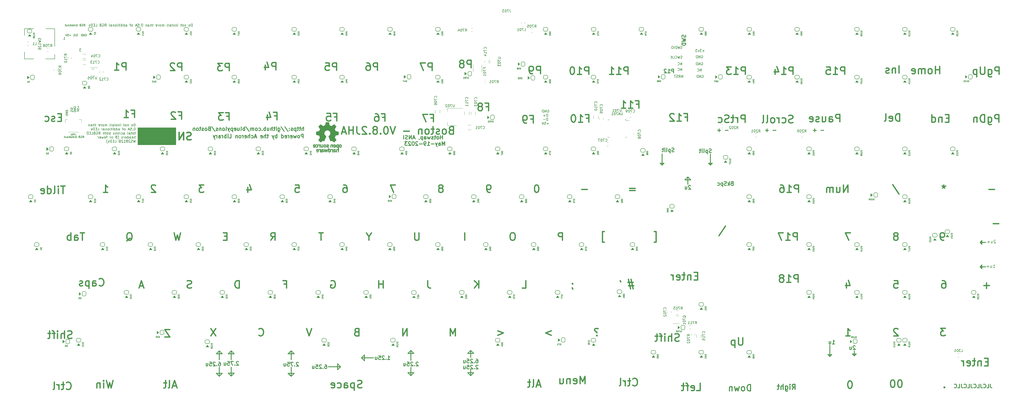
<source format=gbr>
G04 #@! TF.GenerationSoftware,KiCad,Pcbnew,7.0.2*
G04 #@! TF.CreationDate,2023-05-20T00:04:52-04:00*
G04 #@! TF.ProjectId,Boston-keyboard-V082JHA,426f7374-6f6e-42d6-9b65-79626f617264,rev?*
G04 #@! TF.SameCoordinates,Original*
G04 #@! TF.FileFunction,Legend,Bot*
G04 #@! TF.FilePolarity,Positive*
%FSLAX46Y46*%
G04 Gerber Fmt 4.6, Leading zero omitted, Abs format (unit mm)*
G04 Created by KiCad (PCBNEW 7.0.2) date 2023-05-20 00:04:52*
%MOMM*%
%LPD*%
G01*
G04 APERTURE LIST*
%ADD10C,0.300000*%
%ADD11C,0.120000*%
%ADD12C,0.500000*%
%ADD13C,0.200000*%
%ADD14C,0.600000*%
%ADD15C,0.400000*%
%ADD16C,0.150000*%
%ADD17C,0.160000*%
%ADD18C,0.127000*%
%ADD19C,0.100000*%
%ADD20C,0.010000*%
G04 APERTURE END LIST*
D10*
X323770529Y-89381276D02*
X323770529Y-92357841D01*
X236259518Y-167365626D02*
X238640770Y-167365626D01*
X142200064Y-168710939D02*
X142200064Y-165139061D01*
X237450144Y-168556252D02*
X237450144Y-166175000D01*
X322579903Y-90571902D02*
X323770529Y-89381276D01*
X167203210Y-159817183D02*
X166012584Y-158626557D01*
X237450144Y-158435931D02*
X236259518Y-159626557D01*
X440750000Y-114675000D02*
X440750000Y-116175000D01*
X238640770Y-167365626D02*
X237450144Y-168556252D01*
X212446998Y-167347054D02*
X214828250Y-167347054D01*
X323770529Y-89381276D02*
X324961155Y-90571902D01*
X440750000Y-124425000D02*
X440750000Y-125925000D01*
X238640770Y-167365626D02*
X237450144Y-168556252D01*
X236259518Y-159626557D02*
X238640770Y-159626557D01*
X180895409Y-164986027D02*
X185657913Y-164986027D01*
X185657913Y-164986027D02*
X184467287Y-163795401D01*
X213637624Y-158417359D02*
X212446998Y-159607985D01*
X314300000Y-83925000D02*
X312800000Y-83925000D01*
X167203210Y-167556252D02*
X166012584Y-168746878D01*
X380250000Y-160925000D02*
X379500000Y-160175000D01*
X213637624Y-168537680D02*
X212446998Y-167347054D01*
X237450144Y-168556252D02*
X236259518Y-167365626D01*
X138628186Y-167556252D02*
X137437560Y-168746878D01*
X137437560Y-168746878D02*
X137437560Y-165175000D01*
X236259518Y-167365626D02*
X238640770Y-167365626D01*
X143390690Y-159781244D02*
X142200064Y-158590618D01*
X195182921Y-160223523D02*
X195182921Y-162604775D01*
X440000000Y-125175000D02*
X440750000Y-124425000D01*
X212446998Y-159607985D02*
X214828250Y-159607985D01*
X379500000Y-160175000D02*
X381000000Y-160175000D01*
X236259518Y-159626557D02*
X238640770Y-159626557D01*
X137437560Y-158626557D02*
X136246934Y-159817183D01*
X141009438Y-159781244D02*
X143390690Y-159781244D01*
X442250000Y-125175000D02*
X440000000Y-125175000D01*
X380250000Y-160925000D02*
X380250000Y-156425000D01*
X238640770Y-159626557D02*
X237450144Y-158435931D01*
X238640770Y-159626557D02*
X237450144Y-158435931D01*
X214828250Y-159607985D02*
X213637624Y-158417359D01*
X193992295Y-161414149D02*
X198754799Y-161414149D01*
X332750000Y-80325000D02*
X332750000Y-84675000D01*
X138628186Y-159817183D02*
X137437560Y-158626557D01*
X313550000Y-80175000D02*
X313550000Y-84675000D01*
X142200064Y-158590618D02*
X141009438Y-159781244D01*
X164821958Y-159817183D02*
X167203210Y-159817183D01*
X332000000Y-83925000D02*
X333500000Y-83925000D01*
X333500000Y-83925000D02*
X332750000Y-84675000D01*
X390000000Y-160675000D02*
X390750000Y-159925000D01*
X137437560Y-158626557D02*
X137437560Y-162198435D01*
X440000000Y-115425000D02*
X440500000Y-114925000D01*
X166012584Y-158626557D02*
X164821958Y-159817183D01*
X142200064Y-168710939D02*
X141009438Y-167520313D01*
X193992295Y-161414149D02*
X195182921Y-162604775D01*
X184467287Y-163795401D02*
X184467287Y-166176653D01*
X166012584Y-168746878D02*
X164821958Y-167556252D01*
X166012584Y-168746878D02*
X166012584Y-165175000D01*
X141009438Y-167520313D02*
X143390690Y-167520313D01*
X389250000Y-159925000D02*
X390000000Y-160675000D01*
X440750000Y-116175000D02*
X440000000Y-115425000D01*
X381000000Y-160175000D02*
X380250000Y-160925000D01*
X214828250Y-167347054D02*
X213637624Y-168537680D01*
X440750000Y-125925000D02*
X440000000Y-125175000D01*
X324961155Y-90571902D02*
X322579903Y-90571902D01*
X193992295Y-161414149D02*
X195182921Y-160223523D01*
X237450144Y-168556252D02*
X237450144Y-166175000D01*
X313550000Y-84675000D02*
X314300000Y-83925000D01*
X332750000Y-84675000D02*
X332000000Y-83925000D01*
X142200064Y-158590618D02*
X142200064Y-162162496D01*
X136246934Y-167556252D02*
X138628186Y-167556252D01*
X166012584Y-158626557D02*
X166012584Y-162198435D01*
X390000000Y-160675000D02*
X390000000Y-158675000D01*
X237450144Y-158435931D02*
X237450144Y-161218660D01*
X442250000Y-115425000D02*
X440000000Y-115425000D01*
X164821958Y-167556252D02*
X167203210Y-167556252D01*
X312800000Y-83925000D02*
X313550000Y-84675000D01*
X213637624Y-168537680D02*
X213637624Y-165200088D01*
X390750000Y-159925000D02*
X389250000Y-159925000D01*
X184467287Y-166176653D02*
X185657913Y-164986027D01*
X213637624Y-158417359D02*
X213637624Y-162400088D01*
X136246934Y-159817183D02*
X138628186Y-159817183D01*
X237450144Y-158435931D02*
X236259518Y-159626557D01*
X440500000Y-114925000D02*
X440750000Y-114675000D01*
X237450144Y-168556252D02*
X236259518Y-167365626D01*
D11*
X298790625Y-66451875D02*
X299250625Y-66891875D01*
D10*
X237450144Y-158435931D02*
X237450144Y-161218660D01*
D11*
X87400001Y-46500000D02*
G75*
G03*
X87400001Y-46500000I-230489J0D01*
G01*
D10*
X137437560Y-168746878D02*
X136246934Y-167556252D01*
X143390690Y-167520313D02*
X142200064Y-168710939D01*
X318071428Y-47943928D02*
X318071428Y-46443928D01*
X318071428Y-46443928D02*
X317499999Y-46443928D01*
X317499999Y-46443928D02*
X317357142Y-46515357D01*
X317357142Y-46515357D02*
X317285713Y-46586785D01*
X317285713Y-46586785D02*
X317214285Y-46729642D01*
X317214285Y-46729642D02*
X317214285Y-46943928D01*
X317214285Y-46943928D02*
X317285713Y-47086785D01*
X317285713Y-47086785D02*
X317357142Y-47158214D01*
X317357142Y-47158214D02*
X317499999Y-47229642D01*
X317499999Y-47229642D02*
X318071428Y-47229642D01*
X315785713Y-47943928D02*
X316642856Y-47943928D01*
X316214285Y-47943928D02*
X316214285Y-46443928D01*
X316214285Y-46443928D02*
X316357142Y-46658214D01*
X316357142Y-46658214D02*
X316499999Y-46801071D01*
X316499999Y-46801071D02*
X316642856Y-46872500D01*
X315214285Y-46586785D02*
X315142857Y-46515357D01*
X315142857Y-46515357D02*
X315000000Y-46443928D01*
X315000000Y-46443928D02*
X314642857Y-46443928D01*
X314642857Y-46443928D02*
X314500000Y-46515357D01*
X314500000Y-46515357D02*
X314428571Y-46586785D01*
X314428571Y-46586785D02*
X314357142Y-46729642D01*
X314357142Y-46729642D02*
X314357142Y-46872500D01*
X314357142Y-46872500D02*
X314428571Y-47086785D01*
X314428571Y-47086785D02*
X315285714Y-47943928D01*
X315285714Y-47943928D02*
X314357142Y-47943928D01*
D12*
X131293749Y-92531607D02*
X129436606Y-92531607D01*
X129436606Y-92531607D02*
X130436606Y-93674464D01*
X130436606Y-93674464D02*
X130008035Y-93674464D01*
X130008035Y-93674464D02*
X129722321Y-93817321D01*
X129722321Y-93817321D02*
X129579463Y-93960178D01*
X129579463Y-93960178D02*
X129436606Y-94245892D01*
X129436606Y-94245892D02*
X129436606Y-94960178D01*
X129436606Y-94960178D02*
X129579463Y-95245892D01*
X129579463Y-95245892D02*
X129722321Y-95388750D01*
X129722321Y-95388750D02*
X130008035Y-95531607D01*
X130008035Y-95531607D02*
X130865178Y-95531607D01*
X130865178Y-95531607D02*
X131150892Y-95388750D01*
X131150892Y-95388750D02*
X131293749Y-95245892D01*
D13*
X329417529Y-48847738D02*
X329512767Y-48800119D01*
X329512767Y-48800119D02*
X329655624Y-48800119D01*
X329655624Y-48800119D02*
X329798481Y-48847738D01*
X329798481Y-48847738D02*
X329893719Y-48942976D01*
X329893719Y-48942976D02*
X329941338Y-49038214D01*
X329941338Y-49038214D02*
X329988957Y-49228690D01*
X329988957Y-49228690D02*
X329988957Y-49371547D01*
X329988957Y-49371547D02*
X329941338Y-49562023D01*
X329941338Y-49562023D02*
X329893719Y-49657261D01*
X329893719Y-49657261D02*
X329798481Y-49752500D01*
X329798481Y-49752500D02*
X329655624Y-49800119D01*
X329655624Y-49800119D02*
X329560386Y-49800119D01*
X329560386Y-49800119D02*
X329417529Y-49752500D01*
X329417529Y-49752500D02*
X329369910Y-49704880D01*
X329369910Y-49704880D02*
X329369910Y-49371547D01*
X329369910Y-49371547D02*
X329560386Y-49371547D01*
X328941338Y-49800119D02*
X328941338Y-48800119D01*
X328941338Y-48800119D02*
X328369910Y-49800119D01*
X328369910Y-49800119D02*
X328369910Y-48800119D01*
X327893719Y-49800119D02*
X327893719Y-48800119D01*
X327893719Y-48800119D02*
X327655624Y-48800119D01*
X327655624Y-48800119D02*
X327512767Y-48847738D01*
X327512767Y-48847738D02*
X327417529Y-48942976D01*
X327417529Y-48942976D02*
X327369910Y-49038214D01*
X327369910Y-49038214D02*
X327322291Y-49228690D01*
X327322291Y-49228690D02*
X327322291Y-49371547D01*
X327322291Y-49371547D02*
X327369910Y-49562023D01*
X327369910Y-49562023D02*
X327417529Y-49657261D01*
X327417529Y-49657261D02*
X327512767Y-49752500D01*
X327512767Y-49752500D02*
X327655624Y-49800119D01*
X327655624Y-49800119D02*
X327893719Y-49800119D01*
D12*
X231306249Y-152681607D02*
X231306249Y-149681607D01*
X231306249Y-149681607D02*
X230306249Y-151824464D01*
X230306249Y-151824464D02*
X229306249Y-149681607D01*
X229306249Y-149681607D02*
X229306249Y-152681607D01*
X386611606Y-152681607D02*
X388325892Y-152681607D01*
X387468749Y-152681607D02*
X387468749Y-149681607D01*
X387468749Y-149681607D02*
X387754463Y-150110178D01*
X387754463Y-150110178D02*
X388040178Y-150395892D01*
X388040178Y-150395892D02*
X388325892Y-150538750D01*
D13*
X321441338Y-47050119D02*
X321441338Y-46050119D01*
X321441338Y-46050119D02*
X320869910Y-47050119D01*
X320869910Y-47050119D02*
X320869910Y-46050119D01*
X319822291Y-46954880D02*
X319869910Y-47002500D01*
X319869910Y-47002500D02*
X320012767Y-47050119D01*
X320012767Y-47050119D02*
X320108005Y-47050119D01*
X320108005Y-47050119D02*
X320250862Y-47002500D01*
X320250862Y-47002500D02*
X320346100Y-46907261D01*
X320346100Y-46907261D02*
X320393719Y-46812023D01*
X320393719Y-46812023D02*
X320441338Y-46621547D01*
X320441338Y-46621547D02*
X320441338Y-46478690D01*
X320441338Y-46478690D02*
X320393719Y-46288214D01*
X320393719Y-46288214D02*
X320346100Y-46192976D01*
X320346100Y-46192976D02*
X320250862Y-46097738D01*
X320250862Y-46097738D02*
X320108005Y-46050119D01*
X320108005Y-46050119D02*
X320012767Y-46050119D01*
X320012767Y-46050119D02*
X319869910Y-46097738D01*
X319869910Y-46097738D02*
X319822291Y-46145357D01*
D12*
X222089285Y-47012857D02*
X222089285Y-44012857D01*
X222089285Y-44012857D02*
X220946428Y-44012857D01*
X220946428Y-44012857D02*
X220660713Y-44155714D01*
X220660713Y-44155714D02*
X220517856Y-44298571D01*
X220517856Y-44298571D02*
X220374999Y-44584285D01*
X220374999Y-44584285D02*
X220374999Y-45012857D01*
X220374999Y-45012857D02*
X220517856Y-45298571D01*
X220517856Y-45298571D02*
X220660713Y-45441428D01*
X220660713Y-45441428D02*
X220946428Y-45584285D01*
X220946428Y-45584285D02*
X222089285Y-45584285D01*
X219374999Y-44012857D02*
X217374999Y-44012857D01*
X217374999Y-44012857D02*
X218660713Y-47012857D01*
X76109999Y-93007857D02*
X74395714Y-93007857D01*
X75252856Y-96007857D02*
X75252856Y-93007857D01*
X73395714Y-96007857D02*
X73395714Y-94007857D01*
X73395714Y-93007857D02*
X73538571Y-93150714D01*
X73538571Y-93150714D02*
X73395714Y-93293571D01*
X73395714Y-93293571D02*
X73252857Y-93150714D01*
X73252857Y-93150714D02*
X73395714Y-93007857D01*
X73395714Y-93007857D02*
X73395714Y-93293571D01*
X71538571Y-96007857D02*
X71824286Y-95865000D01*
X71824286Y-95865000D02*
X71967143Y-95579285D01*
X71967143Y-95579285D02*
X71967143Y-93007857D01*
X69110000Y-96007857D02*
X69110000Y-93007857D01*
X69110000Y-95865000D02*
X69395714Y-96007857D01*
X69395714Y-96007857D02*
X69967142Y-96007857D01*
X69967142Y-96007857D02*
X70252857Y-95865000D01*
X70252857Y-95865000D02*
X70395714Y-95722142D01*
X70395714Y-95722142D02*
X70538571Y-95436428D01*
X70538571Y-95436428D02*
X70538571Y-94579285D01*
X70538571Y-94579285D02*
X70395714Y-94293571D01*
X70395714Y-94293571D02*
X70252857Y-94150714D01*
X70252857Y-94150714D02*
X69967142Y-94007857D01*
X69967142Y-94007857D02*
X69395714Y-94007857D01*
X69395714Y-94007857D02*
X69110000Y-94150714D01*
X66538571Y-95865000D02*
X66824285Y-96007857D01*
X66824285Y-96007857D02*
X67395714Y-96007857D01*
X67395714Y-96007857D02*
X67681428Y-95865000D01*
X67681428Y-95865000D02*
X67824285Y-95579285D01*
X67824285Y-95579285D02*
X67824285Y-94436428D01*
X67824285Y-94436428D02*
X67681428Y-94150714D01*
X67681428Y-94150714D02*
X67395714Y-94007857D01*
X67395714Y-94007857D02*
X66824285Y-94007857D01*
X66824285Y-94007857D02*
X66538571Y-94150714D01*
X66538571Y-94150714D02*
X66395714Y-94436428D01*
X66395714Y-94436428D02*
X66395714Y-94722142D01*
X66395714Y-94722142D02*
X67824285Y-95007857D01*
X302886607Y-93960178D02*
X300600893Y-93960178D01*
X300600893Y-94817321D02*
X302886607Y-94817321D01*
X303328571Y-60441428D02*
X304328571Y-60441428D01*
X304328571Y-62012857D02*
X304328571Y-59012857D01*
X304328571Y-59012857D02*
X302899999Y-59012857D01*
X300185713Y-62012857D02*
X301899999Y-62012857D01*
X301042856Y-62012857D02*
X301042856Y-59012857D01*
X301042856Y-59012857D02*
X301328570Y-59441428D01*
X301328570Y-59441428D02*
X301614285Y-59727142D01*
X301614285Y-59727142D02*
X301899999Y-59870000D01*
X297328570Y-62012857D02*
X299042856Y-62012857D01*
X298185713Y-62012857D02*
X298185713Y-59012857D01*
X298185713Y-59012857D02*
X298471427Y-59441428D01*
X298471427Y-59441428D02*
X298757142Y-59727142D01*
X298757142Y-59727142D02*
X299042856Y-59870000D01*
D13*
X267961904Y-62705238D02*
X268057142Y-62657619D01*
X268057142Y-62657619D02*
X268199999Y-62657619D01*
X268199999Y-62657619D02*
X268342856Y-62705238D01*
X268342856Y-62705238D02*
X268438094Y-62800476D01*
X268438094Y-62800476D02*
X268485713Y-62895714D01*
X268485713Y-62895714D02*
X268533332Y-63086190D01*
X268533332Y-63086190D02*
X268533332Y-63229047D01*
X268533332Y-63229047D02*
X268485713Y-63419523D01*
X268485713Y-63419523D02*
X268438094Y-63514761D01*
X268438094Y-63514761D02*
X268342856Y-63610000D01*
X268342856Y-63610000D02*
X268199999Y-63657619D01*
X268199999Y-63657619D02*
X268104761Y-63657619D01*
X268104761Y-63657619D02*
X267961904Y-63610000D01*
X267961904Y-63610000D02*
X267914285Y-63562380D01*
X267914285Y-63562380D02*
X267914285Y-63229047D01*
X267914285Y-63229047D02*
X268104761Y-63229047D01*
X267485713Y-63657619D02*
X267485713Y-62657619D01*
X267485713Y-62657619D02*
X266914285Y-63657619D01*
X266914285Y-63657619D02*
X266914285Y-62657619D01*
X266438094Y-63657619D02*
X266438094Y-62657619D01*
X266438094Y-62657619D02*
X266199999Y-62657619D01*
X266199999Y-62657619D02*
X266057142Y-62705238D01*
X266057142Y-62705238D02*
X265961904Y-62800476D01*
X265961904Y-62800476D02*
X265914285Y-62895714D01*
X265914285Y-62895714D02*
X265866666Y-63086190D01*
X265866666Y-63086190D02*
X265866666Y-63229047D01*
X265866666Y-63229047D02*
X265914285Y-63419523D01*
X265914285Y-63419523D02*
X265961904Y-63514761D01*
X265961904Y-63514761D02*
X266057142Y-63610000D01*
X266057142Y-63610000D02*
X266199999Y-63657619D01*
X266199999Y-63657619D02*
X266438094Y-63657619D01*
X268080951Y-65277619D02*
X268080951Y-64277619D01*
X268080951Y-64277619D02*
X267842856Y-64277619D01*
X267842856Y-64277619D02*
X267699999Y-64325238D01*
X267699999Y-64325238D02*
X267604761Y-64420476D01*
X267604761Y-64420476D02*
X267557142Y-64515714D01*
X267557142Y-64515714D02*
X267509523Y-64706190D01*
X267509523Y-64706190D02*
X267509523Y-64849047D01*
X267509523Y-64849047D02*
X267557142Y-65039523D01*
X267557142Y-65039523D02*
X267604761Y-65134761D01*
X267604761Y-65134761D02*
X267699999Y-65230000D01*
X267699999Y-65230000D02*
X267842856Y-65277619D01*
X267842856Y-65277619D02*
X268080951Y-65277619D01*
X267080951Y-64896666D02*
X266319047Y-64896666D01*
X266699999Y-65277619D02*
X266699999Y-64515714D01*
X268080951Y-66897619D02*
X268080951Y-65897619D01*
X268080951Y-65897619D02*
X267842856Y-65897619D01*
X267842856Y-65897619D02*
X267699999Y-65945238D01*
X267699999Y-65945238D02*
X267604761Y-66040476D01*
X267604761Y-66040476D02*
X267557142Y-66135714D01*
X267557142Y-66135714D02*
X267509523Y-66326190D01*
X267509523Y-66326190D02*
X267509523Y-66469047D01*
X267509523Y-66469047D02*
X267557142Y-66659523D01*
X267557142Y-66659523D02*
X267604761Y-66754761D01*
X267604761Y-66754761D02*
X267699999Y-66850000D01*
X267699999Y-66850000D02*
X267842856Y-66897619D01*
X267842856Y-66897619D02*
X268080951Y-66897619D01*
X267080951Y-66516666D02*
X266319047Y-66516666D01*
X268485713Y-68136666D02*
X267723809Y-68136666D01*
X268104761Y-68517619D02*
X268104761Y-67755714D01*
X266771428Y-67517619D02*
X267247618Y-67517619D01*
X267247618Y-67517619D02*
X267295237Y-67993809D01*
X267295237Y-67993809D02*
X267247618Y-67946190D01*
X267247618Y-67946190D02*
X267152380Y-67898571D01*
X267152380Y-67898571D02*
X266914285Y-67898571D01*
X266914285Y-67898571D02*
X266819047Y-67946190D01*
X266819047Y-67946190D02*
X266771428Y-67993809D01*
X266771428Y-67993809D02*
X266723809Y-68089047D01*
X266723809Y-68089047D02*
X266723809Y-68327142D01*
X266723809Y-68327142D02*
X266771428Y-68422380D01*
X266771428Y-68422380D02*
X266819047Y-68470000D01*
X266819047Y-68470000D02*
X266914285Y-68517619D01*
X266914285Y-68517619D02*
X267152380Y-68517619D01*
X267152380Y-68517619D02*
X267247618Y-68470000D01*
X267247618Y-68470000D02*
X267295237Y-68422380D01*
X266438094Y-67517619D02*
X266104761Y-68517619D01*
X266104761Y-68517619D02*
X265771428Y-67517619D01*
D12*
X159390000Y-65071428D02*
X160390000Y-65071428D01*
X160390000Y-66642857D02*
X160390000Y-63642857D01*
X160390000Y-63642857D02*
X158961428Y-63642857D01*
X156532857Y-64642857D02*
X156532857Y-66642857D01*
X157247142Y-63500000D02*
X157961428Y-65642857D01*
X157961428Y-65642857D02*
X156104285Y-65642857D01*
X207493749Y-92531607D02*
X205493749Y-92531607D01*
X205493749Y-92531607D02*
X206779463Y-95531607D01*
X365575000Y-67670000D02*
X365146429Y-67812857D01*
X365146429Y-67812857D02*
X364432143Y-67812857D01*
X364432143Y-67812857D02*
X364146429Y-67670000D01*
X364146429Y-67670000D02*
X364003571Y-67527142D01*
X364003571Y-67527142D02*
X363860714Y-67241428D01*
X363860714Y-67241428D02*
X363860714Y-66955714D01*
X363860714Y-66955714D02*
X364003571Y-66670000D01*
X364003571Y-66670000D02*
X364146429Y-66527142D01*
X364146429Y-66527142D02*
X364432143Y-66384285D01*
X364432143Y-66384285D02*
X365003571Y-66241428D01*
X365003571Y-66241428D02*
X365289286Y-66098571D01*
X365289286Y-66098571D02*
X365432143Y-65955714D01*
X365432143Y-65955714D02*
X365575000Y-65670000D01*
X365575000Y-65670000D02*
X365575000Y-65384285D01*
X365575000Y-65384285D02*
X365432143Y-65098571D01*
X365432143Y-65098571D02*
X365289286Y-64955714D01*
X365289286Y-64955714D02*
X365003571Y-64812857D01*
X365003571Y-64812857D02*
X364289286Y-64812857D01*
X364289286Y-64812857D02*
X363860714Y-64955714D01*
X361289286Y-67670000D02*
X361575000Y-67812857D01*
X361575000Y-67812857D02*
X362146428Y-67812857D01*
X362146428Y-67812857D02*
X362432143Y-67670000D01*
X362432143Y-67670000D02*
X362575000Y-67527142D01*
X362575000Y-67527142D02*
X362717857Y-67241428D01*
X362717857Y-67241428D02*
X362717857Y-66384285D01*
X362717857Y-66384285D02*
X362575000Y-66098571D01*
X362575000Y-66098571D02*
X362432143Y-65955714D01*
X362432143Y-65955714D02*
X362146428Y-65812857D01*
X362146428Y-65812857D02*
X361575000Y-65812857D01*
X361575000Y-65812857D02*
X361289286Y-65955714D01*
X360003571Y-67812857D02*
X360003571Y-65812857D01*
X360003571Y-66384285D02*
X359860714Y-66098571D01*
X359860714Y-66098571D02*
X359717857Y-65955714D01*
X359717857Y-65955714D02*
X359432142Y-65812857D01*
X359432142Y-65812857D02*
X359146428Y-65812857D01*
X357717856Y-67812857D02*
X358003571Y-67670000D01*
X358003571Y-67670000D02*
X358146428Y-67527142D01*
X358146428Y-67527142D02*
X358289285Y-67241428D01*
X358289285Y-67241428D02*
X358289285Y-66384285D01*
X358289285Y-66384285D02*
X358146428Y-66098571D01*
X358146428Y-66098571D02*
X358003571Y-65955714D01*
X358003571Y-65955714D02*
X357717856Y-65812857D01*
X357717856Y-65812857D02*
X357289285Y-65812857D01*
X357289285Y-65812857D02*
X357003571Y-65955714D01*
X357003571Y-65955714D02*
X356860714Y-66098571D01*
X356860714Y-66098571D02*
X356717856Y-66384285D01*
X356717856Y-66384285D02*
X356717856Y-67241428D01*
X356717856Y-67241428D02*
X356860714Y-67527142D01*
X356860714Y-67527142D02*
X357003571Y-67670000D01*
X357003571Y-67670000D02*
X357289285Y-67812857D01*
X357289285Y-67812857D02*
X357717856Y-67812857D01*
X355003570Y-67812857D02*
X355289285Y-67670000D01*
X355289285Y-67670000D02*
X355432142Y-67384285D01*
X355432142Y-67384285D02*
X355432142Y-64812857D01*
X353432141Y-67812857D02*
X353717856Y-67670000D01*
X353717856Y-67670000D02*
X353860713Y-67384285D01*
X353860713Y-67384285D02*
X353860713Y-64812857D01*
D10*
X322872500Y-32889286D02*
X322943928Y-33103572D01*
X322943928Y-33103572D02*
X322943928Y-33460714D01*
X322943928Y-33460714D02*
X322872500Y-33603572D01*
X322872500Y-33603572D02*
X322801071Y-33675000D01*
X322801071Y-33675000D02*
X322658214Y-33746429D01*
X322658214Y-33746429D02*
X322515357Y-33746429D01*
X322515357Y-33746429D02*
X322372500Y-33675000D01*
X322372500Y-33675000D02*
X322301071Y-33603572D01*
X322301071Y-33603572D02*
X322229642Y-33460714D01*
X322229642Y-33460714D02*
X322158214Y-33175000D01*
X322158214Y-33175000D02*
X322086785Y-33032143D01*
X322086785Y-33032143D02*
X322015357Y-32960714D01*
X322015357Y-32960714D02*
X321872500Y-32889286D01*
X321872500Y-32889286D02*
X321729642Y-32889286D01*
X321729642Y-32889286D02*
X321586785Y-32960714D01*
X321586785Y-32960714D02*
X321515357Y-33032143D01*
X321515357Y-33032143D02*
X321443928Y-33175000D01*
X321443928Y-33175000D02*
X321443928Y-33532143D01*
X321443928Y-33532143D02*
X321515357Y-33746429D01*
X321443928Y-34246428D02*
X322943928Y-34603571D01*
X322943928Y-34603571D02*
X321872500Y-34889285D01*
X321872500Y-34889285D02*
X322943928Y-35175000D01*
X322943928Y-35175000D02*
X321443928Y-35532143D01*
X322943928Y-36103571D02*
X321443928Y-36103571D01*
X321443928Y-36103571D02*
X321443928Y-36460714D01*
X321443928Y-36460714D02*
X321515357Y-36675000D01*
X321515357Y-36675000D02*
X321658214Y-36817857D01*
X321658214Y-36817857D02*
X321801071Y-36889286D01*
X321801071Y-36889286D02*
X322086785Y-36960714D01*
X322086785Y-36960714D02*
X322301071Y-36960714D01*
X322301071Y-36960714D02*
X322586785Y-36889286D01*
X322586785Y-36889286D02*
X322729642Y-36817857D01*
X322729642Y-36817857D02*
X322872500Y-36675000D01*
X322872500Y-36675000D02*
X322943928Y-36460714D01*
X322943928Y-36460714D02*
X322943928Y-36103571D01*
D12*
X387414285Y-95531607D02*
X387414285Y-92531607D01*
X387414285Y-92531607D02*
X385699999Y-95531607D01*
X385699999Y-95531607D02*
X385699999Y-92531607D01*
X382985714Y-93531607D02*
X382985714Y-95531607D01*
X384271428Y-93531607D02*
X384271428Y-95103035D01*
X384271428Y-95103035D02*
X384128571Y-95388750D01*
X384128571Y-95388750D02*
X383842856Y-95531607D01*
X383842856Y-95531607D02*
X383414285Y-95531607D01*
X383414285Y-95531607D02*
X383128571Y-95388750D01*
X383128571Y-95388750D02*
X382985714Y-95245892D01*
X381557142Y-95531607D02*
X381557142Y-93531607D01*
X381557142Y-93817321D02*
X381414285Y-93674464D01*
X381414285Y-93674464D02*
X381128570Y-93531607D01*
X381128570Y-93531607D02*
X380699999Y-93531607D01*
X380699999Y-93531607D02*
X380414285Y-93674464D01*
X380414285Y-93674464D02*
X380271428Y-93960178D01*
X380271428Y-93960178D02*
X380271428Y-95531607D01*
X380271428Y-93960178D02*
X380128570Y-93674464D01*
X380128570Y-93674464D02*
X379842856Y-93531607D01*
X379842856Y-93531607D02*
X379414285Y-93531607D01*
X379414285Y-93531607D02*
X379128570Y-93674464D01*
X379128570Y-93674464D02*
X378985713Y-93960178D01*
X378985713Y-93960178D02*
X378985713Y-95531607D01*
X153177678Y-152395892D02*
X153320535Y-152538750D01*
X153320535Y-152538750D02*
X153749107Y-152681607D01*
X153749107Y-152681607D02*
X154034821Y-152681607D01*
X154034821Y-152681607D02*
X154463392Y-152538750D01*
X154463392Y-152538750D02*
X154749107Y-152253035D01*
X154749107Y-152253035D02*
X154891964Y-151967321D01*
X154891964Y-151967321D02*
X155034821Y-151395892D01*
X155034821Y-151395892D02*
X155034821Y-150967321D01*
X155034821Y-150967321D02*
X154891964Y-150395892D01*
X154891964Y-150395892D02*
X154749107Y-150110178D01*
X154749107Y-150110178D02*
X154463392Y-149824464D01*
X154463392Y-149824464D02*
X154034821Y-149681607D01*
X154034821Y-149681607D02*
X153749107Y-149681607D01*
X153749107Y-149681607D02*
X153320535Y-149824464D01*
X153320535Y-149824464D02*
X153177678Y-149967321D01*
X405233035Y-92388750D02*
X407804463Y-96245892D01*
X388468749Y-111581607D02*
X386468749Y-111581607D01*
X386468749Y-111581607D02*
X387754463Y-114581607D01*
D10*
X390357142Y-156761785D02*
X390285714Y-156690357D01*
X390285714Y-156690357D02*
X390142857Y-156618928D01*
X390142857Y-156618928D02*
X389785714Y-156618928D01*
X389785714Y-156618928D02*
X389642857Y-156690357D01*
X389642857Y-156690357D02*
X389571428Y-156761785D01*
X389571428Y-156761785D02*
X389499999Y-156904642D01*
X389499999Y-156904642D02*
X389499999Y-157047500D01*
X389499999Y-157047500D02*
X389571428Y-157261785D01*
X389571428Y-157261785D02*
X390428571Y-158118928D01*
X390428571Y-158118928D02*
X389499999Y-158118928D01*
X388214286Y-157118928D02*
X388214286Y-158118928D01*
X388857143Y-157118928D02*
X388857143Y-157904642D01*
X388857143Y-157904642D02*
X388785714Y-158047500D01*
X388785714Y-158047500D02*
X388642857Y-158118928D01*
X388642857Y-158118928D02*
X388428571Y-158118928D01*
X388428571Y-158118928D02*
X388285714Y-158047500D01*
X388285714Y-158047500D02*
X388214286Y-157976071D01*
X170821427Y-73868928D02*
X170821427Y-72368928D01*
X170821427Y-72368928D02*
X170249998Y-72368928D01*
X170249998Y-72368928D02*
X170107141Y-72440357D01*
X170107141Y-72440357D02*
X170035712Y-72511785D01*
X170035712Y-72511785D02*
X169964284Y-72654642D01*
X169964284Y-72654642D02*
X169964284Y-72868928D01*
X169964284Y-72868928D02*
X170035712Y-73011785D01*
X170035712Y-73011785D02*
X170107141Y-73083214D01*
X170107141Y-73083214D02*
X170249998Y-73154642D01*
X170249998Y-73154642D02*
X170821427Y-73154642D01*
X169107141Y-73868928D02*
X169249998Y-73797500D01*
X169249998Y-73797500D02*
X169321427Y-73726071D01*
X169321427Y-73726071D02*
X169392855Y-73583214D01*
X169392855Y-73583214D02*
X169392855Y-73154642D01*
X169392855Y-73154642D02*
X169321427Y-73011785D01*
X169321427Y-73011785D02*
X169249998Y-72940357D01*
X169249998Y-72940357D02*
X169107141Y-72868928D01*
X169107141Y-72868928D02*
X168892855Y-72868928D01*
X168892855Y-72868928D02*
X168749998Y-72940357D01*
X168749998Y-72940357D02*
X168678570Y-73011785D01*
X168678570Y-73011785D02*
X168607141Y-73154642D01*
X168607141Y-73154642D02*
X168607141Y-73583214D01*
X168607141Y-73583214D02*
X168678570Y-73726071D01*
X168678570Y-73726071D02*
X168749998Y-73797500D01*
X168749998Y-73797500D02*
X168892855Y-73868928D01*
X168892855Y-73868928D02*
X169107141Y-73868928D01*
X168107141Y-72868928D02*
X167821427Y-73868928D01*
X167821427Y-73868928D02*
X167535712Y-73154642D01*
X167535712Y-73154642D02*
X167249998Y-73868928D01*
X167249998Y-73868928D02*
X166964284Y-72868928D01*
X165821426Y-73797500D02*
X165964283Y-73868928D01*
X165964283Y-73868928D02*
X166249998Y-73868928D01*
X166249998Y-73868928D02*
X166392855Y-73797500D01*
X166392855Y-73797500D02*
X166464283Y-73654642D01*
X166464283Y-73654642D02*
X166464283Y-73083214D01*
X166464283Y-73083214D02*
X166392855Y-72940357D01*
X166392855Y-72940357D02*
X166249998Y-72868928D01*
X166249998Y-72868928D02*
X165964283Y-72868928D01*
X165964283Y-72868928D02*
X165821426Y-72940357D01*
X165821426Y-72940357D02*
X165749998Y-73083214D01*
X165749998Y-73083214D02*
X165749998Y-73226071D01*
X165749998Y-73226071D02*
X166464283Y-73368928D01*
X165107141Y-73868928D02*
X165107141Y-72868928D01*
X165107141Y-73154642D02*
X165035712Y-73011785D01*
X165035712Y-73011785D02*
X164964284Y-72940357D01*
X164964284Y-72940357D02*
X164821426Y-72868928D01*
X164821426Y-72868928D02*
X164678569Y-72868928D01*
X163607141Y-73797500D02*
X163749998Y-73868928D01*
X163749998Y-73868928D02*
X164035713Y-73868928D01*
X164035713Y-73868928D02*
X164178570Y-73797500D01*
X164178570Y-73797500D02*
X164249998Y-73654642D01*
X164249998Y-73654642D02*
X164249998Y-73083214D01*
X164249998Y-73083214D02*
X164178570Y-72940357D01*
X164178570Y-72940357D02*
X164035713Y-72868928D01*
X164035713Y-72868928D02*
X163749998Y-72868928D01*
X163749998Y-72868928D02*
X163607141Y-72940357D01*
X163607141Y-72940357D02*
X163535713Y-73083214D01*
X163535713Y-73083214D02*
X163535713Y-73226071D01*
X163535713Y-73226071D02*
X164249998Y-73368928D01*
X162249999Y-73868928D02*
X162249999Y-72368928D01*
X162249999Y-73797500D02*
X162392856Y-73868928D01*
X162392856Y-73868928D02*
X162678570Y-73868928D01*
X162678570Y-73868928D02*
X162821427Y-73797500D01*
X162821427Y-73797500D02*
X162892856Y-73726071D01*
X162892856Y-73726071D02*
X162964284Y-73583214D01*
X162964284Y-73583214D02*
X162964284Y-73154642D01*
X162964284Y-73154642D02*
X162892856Y-73011785D01*
X162892856Y-73011785D02*
X162821427Y-72940357D01*
X162821427Y-72940357D02*
X162678570Y-72868928D01*
X162678570Y-72868928D02*
X162392856Y-72868928D01*
X162392856Y-72868928D02*
X162249999Y-72940357D01*
X160392856Y-73868928D02*
X160392856Y-72368928D01*
X160392856Y-72940357D02*
X160249999Y-72868928D01*
X160249999Y-72868928D02*
X159964284Y-72868928D01*
X159964284Y-72868928D02*
X159821427Y-72940357D01*
X159821427Y-72940357D02*
X159749999Y-73011785D01*
X159749999Y-73011785D02*
X159678570Y-73154642D01*
X159678570Y-73154642D02*
X159678570Y-73583214D01*
X159678570Y-73583214D02*
X159749999Y-73726071D01*
X159749999Y-73726071D02*
X159821427Y-73797500D01*
X159821427Y-73797500D02*
X159964284Y-73868928D01*
X159964284Y-73868928D02*
X160249999Y-73868928D01*
X160249999Y-73868928D02*
X160392856Y-73797500D01*
X159178570Y-72868928D02*
X158821427Y-73868928D01*
X158464284Y-72868928D02*
X158821427Y-73868928D01*
X158821427Y-73868928D02*
X158964284Y-74226071D01*
X158964284Y-74226071D02*
X159035713Y-74297500D01*
X159035713Y-74297500D02*
X159178570Y-74368928D01*
X156964284Y-72868928D02*
X156392856Y-72868928D01*
X156749999Y-72368928D02*
X156749999Y-73654642D01*
X156749999Y-73654642D02*
X156678570Y-73797500D01*
X156678570Y-73797500D02*
X156535713Y-73868928D01*
X156535713Y-73868928D02*
X156392856Y-73868928D01*
X155892856Y-73868928D02*
X155892856Y-72368928D01*
X155249999Y-73868928D02*
X155249999Y-73083214D01*
X155249999Y-73083214D02*
X155321427Y-72940357D01*
X155321427Y-72940357D02*
X155464284Y-72868928D01*
X155464284Y-72868928D02*
X155678570Y-72868928D01*
X155678570Y-72868928D02*
X155821427Y-72940357D01*
X155821427Y-72940357D02*
X155892856Y-73011785D01*
X153964284Y-73797500D02*
X154107141Y-73868928D01*
X154107141Y-73868928D02*
X154392856Y-73868928D01*
X154392856Y-73868928D02*
X154535713Y-73797500D01*
X154535713Y-73797500D02*
X154607141Y-73654642D01*
X154607141Y-73654642D02*
X154607141Y-73083214D01*
X154607141Y-73083214D02*
X154535713Y-72940357D01*
X154535713Y-72940357D02*
X154392856Y-72868928D01*
X154392856Y-72868928D02*
X154107141Y-72868928D01*
X154107141Y-72868928D02*
X153964284Y-72940357D01*
X153964284Y-72940357D02*
X153892856Y-73083214D01*
X153892856Y-73083214D02*
X153892856Y-73226071D01*
X153892856Y-73226071D02*
X154607141Y-73368928D01*
X152178570Y-73440357D02*
X151464285Y-73440357D01*
X152321427Y-73868928D02*
X151821427Y-72368928D01*
X151821427Y-72368928D02*
X151321427Y-73868928D01*
X150178571Y-73797500D02*
X150321428Y-73868928D01*
X150321428Y-73868928D02*
X150607142Y-73868928D01*
X150607142Y-73868928D02*
X150749999Y-73797500D01*
X150749999Y-73797500D02*
X150821428Y-73726071D01*
X150821428Y-73726071D02*
X150892856Y-73583214D01*
X150892856Y-73583214D02*
X150892856Y-73154642D01*
X150892856Y-73154642D02*
X150821428Y-73011785D01*
X150821428Y-73011785D02*
X150749999Y-72940357D01*
X150749999Y-72940357D02*
X150607142Y-72868928D01*
X150607142Y-72868928D02*
X150321428Y-72868928D01*
X150321428Y-72868928D02*
X150178571Y-72940357D01*
X149535714Y-73868928D02*
X149535714Y-72368928D01*
X148892857Y-73868928D02*
X148892857Y-73083214D01*
X148892857Y-73083214D02*
X148964285Y-72940357D01*
X148964285Y-72940357D02*
X149107142Y-72868928D01*
X149107142Y-72868928D02*
X149321428Y-72868928D01*
X149321428Y-72868928D02*
X149464285Y-72940357D01*
X149464285Y-72940357D02*
X149535714Y-73011785D01*
X147607142Y-73797500D02*
X147749999Y-73868928D01*
X147749999Y-73868928D02*
X148035714Y-73868928D01*
X148035714Y-73868928D02*
X148178571Y-73797500D01*
X148178571Y-73797500D02*
X148249999Y-73654642D01*
X148249999Y-73654642D02*
X148249999Y-73083214D01*
X148249999Y-73083214D02*
X148178571Y-72940357D01*
X148178571Y-72940357D02*
X148035714Y-72868928D01*
X148035714Y-72868928D02*
X147749999Y-72868928D01*
X147749999Y-72868928D02*
X147607142Y-72940357D01*
X147607142Y-72940357D02*
X147535714Y-73083214D01*
X147535714Y-73083214D02*
X147535714Y-73226071D01*
X147535714Y-73226071D02*
X148249999Y-73368928D01*
X146892857Y-73868928D02*
X146892857Y-72868928D01*
X146892857Y-73154642D02*
X146821428Y-73011785D01*
X146821428Y-73011785D02*
X146750000Y-72940357D01*
X146750000Y-72940357D02*
X146607142Y-72868928D01*
X146607142Y-72868928D02*
X146464285Y-72868928D01*
X145750000Y-73868928D02*
X145892857Y-73797500D01*
X145892857Y-73797500D02*
X145964286Y-73726071D01*
X145964286Y-73726071D02*
X146035714Y-73583214D01*
X146035714Y-73583214D02*
X146035714Y-73154642D01*
X146035714Y-73154642D02*
X145964286Y-73011785D01*
X145964286Y-73011785D02*
X145892857Y-72940357D01*
X145892857Y-72940357D02*
X145750000Y-72868928D01*
X145750000Y-72868928D02*
X145535714Y-72868928D01*
X145535714Y-72868928D02*
X145392857Y-72940357D01*
X145392857Y-72940357D02*
X145321429Y-73011785D01*
X145321429Y-73011785D02*
X145250000Y-73154642D01*
X145250000Y-73154642D02*
X145250000Y-73583214D01*
X145250000Y-73583214D02*
X145321429Y-73726071D01*
X145321429Y-73726071D02*
X145392857Y-73797500D01*
X145392857Y-73797500D02*
X145535714Y-73868928D01*
X145535714Y-73868928D02*
X145750000Y-73868928D01*
X144607143Y-72868928D02*
X144607143Y-73868928D01*
X144607143Y-73011785D02*
X144535714Y-72940357D01*
X144535714Y-72940357D02*
X144392857Y-72868928D01*
X144392857Y-72868928D02*
X144178571Y-72868928D01*
X144178571Y-72868928D02*
X144035714Y-72940357D01*
X144035714Y-72940357D02*
X143964286Y-73083214D01*
X143964286Y-73083214D02*
X143964286Y-73868928D01*
X141392857Y-73868928D02*
X142107143Y-73868928D01*
X142107143Y-73868928D02*
X142107143Y-72368928D01*
X140892857Y-73868928D02*
X140892857Y-72868928D01*
X140892857Y-72368928D02*
X140964285Y-72440357D01*
X140964285Y-72440357D02*
X140892857Y-72511785D01*
X140892857Y-72511785D02*
X140821428Y-72440357D01*
X140821428Y-72440357D02*
X140892857Y-72368928D01*
X140892857Y-72368928D02*
X140892857Y-72511785D01*
X140178571Y-73868928D02*
X140178571Y-72368928D01*
X140178571Y-72940357D02*
X140035714Y-72868928D01*
X140035714Y-72868928D02*
X139749999Y-72868928D01*
X139749999Y-72868928D02*
X139607142Y-72940357D01*
X139607142Y-72940357D02*
X139535714Y-73011785D01*
X139535714Y-73011785D02*
X139464285Y-73154642D01*
X139464285Y-73154642D02*
X139464285Y-73583214D01*
X139464285Y-73583214D02*
X139535714Y-73726071D01*
X139535714Y-73726071D02*
X139607142Y-73797500D01*
X139607142Y-73797500D02*
X139749999Y-73868928D01*
X139749999Y-73868928D02*
X140035714Y-73868928D01*
X140035714Y-73868928D02*
X140178571Y-73797500D01*
X138821428Y-73868928D02*
X138821428Y-72868928D01*
X138821428Y-73154642D02*
X138749999Y-73011785D01*
X138749999Y-73011785D02*
X138678571Y-72940357D01*
X138678571Y-72940357D02*
X138535713Y-72868928D01*
X138535713Y-72868928D02*
X138392856Y-72868928D01*
X137250000Y-73868928D02*
X137250000Y-73083214D01*
X137250000Y-73083214D02*
X137321428Y-72940357D01*
X137321428Y-72940357D02*
X137464285Y-72868928D01*
X137464285Y-72868928D02*
X137750000Y-72868928D01*
X137750000Y-72868928D02*
X137892857Y-72940357D01*
X137250000Y-73797500D02*
X137392857Y-73868928D01*
X137392857Y-73868928D02*
X137750000Y-73868928D01*
X137750000Y-73868928D02*
X137892857Y-73797500D01*
X137892857Y-73797500D02*
X137964285Y-73654642D01*
X137964285Y-73654642D02*
X137964285Y-73511785D01*
X137964285Y-73511785D02*
X137892857Y-73368928D01*
X137892857Y-73368928D02*
X137750000Y-73297500D01*
X137750000Y-73297500D02*
X137392857Y-73297500D01*
X137392857Y-73297500D02*
X137250000Y-73226071D01*
X136535714Y-73868928D02*
X136535714Y-72868928D01*
X136535714Y-73154642D02*
X136464285Y-73011785D01*
X136464285Y-73011785D02*
X136392857Y-72940357D01*
X136392857Y-72940357D02*
X136249999Y-72868928D01*
X136249999Y-72868928D02*
X136107142Y-72868928D01*
X135750000Y-72868928D02*
X135392857Y-73868928D01*
X135035714Y-72868928D02*
X135392857Y-73868928D01*
X135392857Y-73868928D02*
X135535714Y-74226071D01*
X135535714Y-74226071D02*
X135607143Y-74297500D01*
X135607143Y-74297500D02*
X135750000Y-74368928D01*
D12*
X167679463Y-92531607D02*
X169108035Y-92531607D01*
X169108035Y-92531607D02*
X169250892Y-93960178D01*
X169250892Y-93960178D02*
X169108035Y-93817321D01*
X169108035Y-93817321D02*
X168822321Y-93674464D01*
X168822321Y-93674464D02*
X168108035Y-93674464D01*
X168108035Y-93674464D02*
X167822321Y-93817321D01*
X167822321Y-93817321D02*
X167679463Y-93960178D01*
X167679463Y-93960178D02*
X167536606Y-94245892D01*
X167536606Y-94245892D02*
X167536606Y-94960178D01*
X167536606Y-94960178D02*
X167679463Y-95245892D01*
X167679463Y-95245892D02*
X167822321Y-95388750D01*
X167822321Y-95388750D02*
X168108035Y-95531607D01*
X168108035Y-95531607D02*
X168822321Y-95531607D01*
X168822321Y-95531607D02*
X169108035Y-95388750D01*
X169108035Y-95388750D02*
X169250892Y-95245892D01*
D10*
X339821428Y-70797500D02*
X338678571Y-70797500D01*
X336821428Y-70797500D02*
X335678571Y-70797500D01*
X336249999Y-71368928D02*
X336249999Y-70226071D01*
D13*
X329191338Y-47300119D02*
X329191338Y-46300119D01*
X329191338Y-46300119D02*
X328619910Y-47300119D01*
X328619910Y-47300119D02*
X328619910Y-46300119D01*
X327572291Y-47204880D02*
X327619910Y-47252500D01*
X327619910Y-47252500D02*
X327762767Y-47300119D01*
X327762767Y-47300119D02*
X327858005Y-47300119D01*
X327858005Y-47300119D02*
X328000862Y-47252500D01*
X328000862Y-47252500D02*
X328096100Y-47157261D01*
X328096100Y-47157261D02*
X328143719Y-47062023D01*
X328143719Y-47062023D02*
X328191338Y-46871547D01*
X328191338Y-46871547D02*
X328191338Y-46728690D01*
X328191338Y-46728690D02*
X328143719Y-46538214D01*
X328143719Y-46538214D02*
X328096100Y-46442976D01*
X328096100Y-46442976D02*
X328000862Y-46347738D01*
X328000862Y-46347738D02*
X327858005Y-46300119D01*
X327858005Y-46300119D02*
X327762767Y-46300119D01*
X327762767Y-46300119D02*
X327619910Y-46347738D01*
X327619910Y-46347738D02*
X327572291Y-46395357D01*
D12*
X425799999Y-173027142D02*
X425657142Y-173170000D01*
X425657142Y-173170000D02*
X425799999Y-173312857D01*
X425799999Y-173312857D02*
X425942856Y-173170000D01*
X425942856Y-173170000D02*
X425799999Y-173027142D01*
X425799999Y-173027142D02*
X425799999Y-173312857D01*
D14*
X126178571Y-74420000D02*
X125750000Y-74562857D01*
X125750000Y-74562857D02*
X125035714Y-74562857D01*
X125035714Y-74562857D02*
X124750000Y-74420000D01*
X124750000Y-74420000D02*
X124607142Y-74277142D01*
X124607142Y-74277142D02*
X124464285Y-73991428D01*
X124464285Y-73991428D02*
X124464285Y-73705714D01*
X124464285Y-73705714D02*
X124607142Y-73420000D01*
X124607142Y-73420000D02*
X124750000Y-73277142D01*
X124750000Y-73277142D02*
X125035714Y-73134285D01*
X125035714Y-73134285D02*
X125607142Y-72991428D01*
X125607142Y-72991428D02*
X125892857Y-72848571D01*
X125892857Y-72848571D02*
X126035714Y-72705714D01*
X126035714Y-72705714D02*
X126178571Y-72420000D01*
X126178571Y-72420000D02*
X126178571Y-72134285D01*
X126178571Y-72134285D02*
X126035714Y-71848571D01*
X126035714Y-71848571D02*
X125892857Y-71705714D01*
X125892857Y-71705714D02*
X125607142Y-71562857D01*
X125607142Y-71562857D02*
X124892857Y-71562857D01*
X124892857Y-71562857D02*
X124464285Y-71705714D01*
X123178571Y-74562857D02*
X123178571Y-71562857D01*
X123178571Y-71562857D02*
X121464285Y-74562857D01*
X121464285Y-74562857D02*
X121464285Y-71562857D01*
D12*
X102718750Y-64194553D02*
X103718750Y-64194553D01*
X103718750Y-65765982D02*
X103718750Y-62765982D01*
X103718750Y-62765982D02*
X102290178Y-62765982D01*
X99575892Y-65765982D02*
X101290178Y-65765982D01*
X100433035Y-65765982D02*
X100433035Y-62765982D01*
X100433035Y-62765982D02*
X100718749Y-63194553D01*
X100718749Y-63194553D02*
X101004464Y-63480267D01*
X101004464Y-63480267D02*
X101290178Y-63623125D01*
X145366964Y-133631607D02*
X145366964Y-130631607D01*
X145366964Y-130631607D02*
X144652678Y-130631607D01*
X144652678Y-130631607D02*
X144224107Y-130774464D01*
X144224107Y-130774464D02*
X143938392Y-131060178D01*
X143938392Y-131060178D02*
X143795535Y-131345892D01*
X143795535Y-131345892D02*
X143652678Y-131917321D01*
X143652678Y-131917321D02*
X143652678Y-132345892D01*
X143652678Y-132345892D02*
X143795535Y-132917321D01*
X143795535Y-132917321D02*
X143938392Y-133203035D01*
X143938392Y-133203035D02*
X144224107Y-133488750D01*
X144224107Y-133488750D02*
X144652678Y-133631607D01*
X144652678Y-133631607D02*
X145366964Y-133631607D01*
D15*
X348716190Y-174521547D02*
X348716190Y-172021547D01*
X348716190Y-172021547D02*
X348120952Y-172021547D01*
X348120952Y-172021547D02*
X347763809Y-172140595D01*
X347763809Y-172140595D02*
X347525714Y-172378690D01*
X347525714Y-172378690D02*
X347406667Y-172616785D01*
X347406667Y-172616785D02*
X347287619Y-173092976D01*
X347287619Y-173092976D02*
X347287619Y-173450119D01*
X347287619Y-173450119D02*
X347406667Y-173926309D01*
X347406667Y-173926309D02*
X347525714Y-174164404D01*
X347525714Y-174164404D02*
X347763809Y-174402500D01*
X347763809Y-174402500D02*
X348120952Y-174521547D01*
X348120952Y-174521547D02*
X348716190Y-174521547D01*
X345859048Y-174521547D02*
X346097143Y-174402500D01*
X346097143Y-174402500D02*
X346216190Y-174283452D01*
X346216190Y-174283452D02*
X346335238Y-174045357D01*
X346335238Y-174045357D02*
X346335238Y-173331071D01*
X346335238Y-173331071D02*
X346216190Y-173092976D01*
X346216190Y-173092976D02*
X346097143Y-172973928D01*
X346097143Y-172973928D02*
X345859048Y-172854880D01*
X345859048Y-172854880D02*
X345501905Y-172854880D01*
X345501905Y-172854880D02*
X345263809Y-172973928D01*
X345263809Y-172973928D02*
X345144762Y-173092976D01*
X345144762Y-173092976D02*
X345025714Y-173331071D01*
X345025714Y-173331071D02*
X345025714Y-174045357D01*
X345025714Y-174045357D02*
X345144762Y-174283452D01*
X345144762Y-174283452D02*
X345263809Y-174402500D01*
X345263809Y-174402500D02*
X345501905Y-174521547D01*
X345501905Y-174521547D02*
X345859048Y-174521547D01*
X344192381Y-172854880D02*
X343716190Y-174521547D01*
X343716190Y-174521547D02*
X343240000Y-173331071D01*
X343240000Y-173331071D02*
X342763809Y-174521547D01*
X342763809Y-174521547D02*
X342287619Y-172854880D01*
X341335237Y-172854880D02*
X341335237Y-174521547D01*
X341335237Y-173092976D02*
X341216190Y-172973928D01*
X341216190Y-172973928D02*
X340978095Y-172854880D01*
X340978095Y-172854880D02*
X340620952Y-172854880D01*
X340620952Y-172854880D02*
X340382856Y-172973928D01*
X340382856Y-172973928D02*
X340263809Y-173212023D01*
X340263809Y-173212023D02*
X340263809Y-174521547D01*
D12*
X202588392Y-133631607D02*
X202588392Y-130631607D01*
X202588392Y-132060178D02*
X200874106Y-132060178D01*
X200874106Y-133631607D02*
X200874106Y-130631607D01*
X447500000Y-67562857D02*
X447500000Y-64562857D01*
X447500000Y-64562857D02*
X446357143Y-64562857D01*
X446357143Y-64562857D02*
X446071428Y-64705714D01*
X446071428Y-64705714D02*
X445928571Y-64848571D01*
X445928571Y-64848571D02*
X445785714Y-65134285D01*
X445785714Y-65134285D02*
X445785714Y-65562857D01*
X445785714Y-65562857D02*
X445928571Y-65848571D01*
X445928571Y-65848571D02*
X446071428Y-65991428D01*
X446071428Y-65991428D02*
X446357143Y-66134285D01*
X446357143Y-66134285D02*
X447500000Y-66134285D01*
X443214286Y-65562857D02*
X443214286Y-67991428D01*
X443214286Y-67991428D02*
X443357143Y-68277142D01*
X443357143Y-68277142D02*
X443500000Y-68420000D01*
X443500000Y-68420000D02*
X443785714Y-68562857D01*
X443785714Y-68562857D02*
X444214286Y-68562857D01*
X444214286Y-68562857D02*
X444500000Y-68420000D01*
X443214286Y-67420000D02*
X443500000Y-67562857D01*
X443500000Y-67562857D02*
X444071428Y-67562857D01*
X444071428Y-67562857D02*
X444357143Y-67420000D01*
X444357143Y-67420000D02*
X444500000Y-67277142D01*
X444500000Y-67277142D02*
X444642857Y-66991428D01*
X444642857Y-66991428D02*
X444642857Y-66134285D01*
X444642857Y-66134285D02*
X444500000Y-65848571D01*
X444500000Y-65848571D02*
X444357143Y-65705714D01*
X444357143Y-65705714D02*
X444071428Y-65562857D01*
X444071428Y-65562857D02*
X443500000Y-65562857D01*
X443500000Y-65562857D02*
X443214286Y-65705714D01*
X441785714Y-67562857D02*
X441785714Y-64562857D01*
X441785714Y-64562857D02*
X441071428Y-64562857D01*
X441071428Y-64562857D02*
X440642857Y-64705714D01*
X440642857Y-64705714D02*
X440357142Y-64991428D01*
X440357142Y-64991428D02*
X440214285Y-65277142D01*
X440214285Y-65277142D02*
X440071428Y-65848571D01*
X440071428Y-65848571D02*
X440071428Y-66277142D01*
X440071428Y-66277142D02*
X440214285Y-66848571D01*
X440214285Y-66848571D02*
X440357142Y-67134285D01*
X440357142Y-67134285D02*
X440642857Y-67420000D01*
X440642857Y-67420000D02*
X441071428Y-67562857D01*
X441071428Y-67562857D02*
X441785714Y-67562857D01*
X438785714Y-65562857D02*
X438785714Y-67562857D01*
X438785714Y-65848571D02*
X438642857Y-65705714D01*
X438642857Y-65705714D02*
X438357142Y-65562857D01*
X438357142Y-65562857D02*
X437928571Y-65562857D01*
X437928571Y-65562857D02*
X437642857Y-65705714D01*
X437642857Y-65705714D02*
X437500000Y-65991428D01*
X437500000Y-65991428D02*
X437500000Y-67562857D01*
D16*
X83547619Y-29295095D02*
X83814286Y-28914142D01*
X84004762Y-29295095D02*
X84004762Y-28495095D01*
X84004762Y-28495095D02*
X83700000Y-28495095D01*
X83700000Y-28495095D02*
X83623810Y-28533190D01*
X83623810Y-28533190D02*
X83585715Y-28571285D01*
X83585715Y-28571285D02*
X83547619Y-28647476D01*
X83547619Y-28647476D02*
X83547619Y-28761761D01*
X83547619Y-28761761D02*
X83585715Y-28837952D01*
X83585715Y-28837952D02*
X83623810Y-28876047D01*
X83623810Y-28876047D02*
X83700000Y-28914142D01*
X83700000Y-28914142D02*
X84004762Y-28914142D01*
X82785715Y-28533190D02*
X82861905Y-28495095D01*
X82861905Y-28495095D02*
X82976191Y-28495095D01*
X82976191Y-28495095D02*
X83090477Y-28533190D01*
X83090477Y-28533190D02*
X83166667Y-28609380D01*
X83166667Y-28609380D02*
X83204762Y-28685571D01*
X83204762Y-28685571D02*
X83242858Y-28837952D01*
X83242858Y-28837952D02*
X83242858Y-28952238D01*
X83242858Y-28952238D02*
X83204762Y-29104619D01*
X83204762Y-29104619D02*
X83166667Y-29180809D01*
X83166667Y-29180809D02*
X83090477Y-29257000D01*
X83090477Y-29257000D02*
X82976191Y-29295095D01*
X82976191Y-29295095D02*
X82900000Y-29295095D01*
X82900000Y-29295095D02*
X82785715Y-29257000D01*
X82785715Y-29257000D02*
X82747619Y-29218904D01*
X82747619Y-29218904D02*
X82747619Y-28952238D01*
X82747619Y-28952238D02*
X82900000Y-28952238D01*
X82138096Y-28876047D02*
X82023810Y-28914142D01*
X82023810Y-28914142D02*
X81985715Y-28952238D01*
X81985715Y-28952238D02*
X81947619Y-29028428D01*
X81947619Y-29028428D02*
X81947619Y-29142714D01*
X81947619Y-29142714D02*
X81985715Y-29218904D01*
X81985715Y-29218904D02*
X82023810Y-29257000D01*
X82023810Y-29257000D02*
X82100000Y-29295095D01*
X82100000Y-29295095D02*
X82404762Y-29295095D01*
X82404762Y-29295095D02*
X82404762Y-28495095D01*
X82404762Y-28495095D02*
X82138096Y-28495095D01*
X82138096Y-28495095D02*
X82061905Y-28533190D01*
X82061905Y-28533190D02*
X82023810Y-28571285D01*
X82023810Y-28571285D02*
X81985715Y-28647476D01*
X81985715Y-28647476D02*
X81985715Y-28723666D01*
X81985715Y-28723666D02*
X82023810Y-28799857D01*
X82023810Y-28799857D02*
X82061905Y-28837952D01*
X82061905Y-28837952D02*
X82138096Y-28876047D01*
X82138096Y-28876047D02*
X82404762Y-28876047D01*
X80995238Y-29295095D02*
X80995238Y-28495095D01*
X80995238Y-28799857D02*
X80919048Y-28761761D01*
X80919048Y-28761761D02*
X80766667Y-28761761D01*
X80766667Y-28761761D02*
X80690476Y-28799857D01*
X80690476Y-28799857D02*
X80652381Y-28837952D01*
X80652381Y-28837952D02*
X80614286Y-28914142D01*
X80614286Y-28914142D02*
X80614286Y-29142714D01*
X80614286Y-29142714D02*
X80652381Y-29218904D01*
X80652381Y-29218904D02*
X80690476Y-29257000D01*
X80690476Y-29257000D02*
X80766667Y-29295095D01*
X80766667Y-29295095D02*
X80919048Y-29295095D01*
X80919048Y-29295095D02*
X80995238Y-29257000D01*
X80271428Y-29295095D02*
X80271428Y-28761761D01*
X80271428Y-28914142D02*
X80233333Y-28837952D01*
X80233333Y-28837952D02*
X80195238Y-28799857D01*
X80195238Y-28799857D02*
X80119047Y-28761761D01*
X80119047Y-28761761D02*
X80042857Y-28761761D01*
X79471428Y-29257000D02*
X79547619Y-29295095D01*
X79547619Y-29295095D02*
X79700000Y-29295095D01*
X79700000Y-29295095D02*
X79776190Y-29257000D01*
X79776190Y-29257000D02*
X79814286Y-29180809D01*
X79814286Y-29180809D02*
X79814286Y-28876047D01*
X79814286Y-28876047D02*
X79776190Y-28799857D01*
X79776190Y-28799857D02*
X79700000Y-28761761D01*
X79700000Y-28761761D02*
X79547619Y-28761761D01*
X79547619Y-28761761D02*
X79471428Y-28799857D01*
X79471428Y-28799857D02*
X79433333Y-28876047D01*
X79433333Y-28876047D02*
X79433333Y-28952238D01*
X79433333Y-28952238D02*
X79814286Y-29028428D01*
X78747619Y-29295095D02*
X78747619Y-28876047D01*
X78747619Y-28876047D02*
X78785714Y-28799857D01*
X78785714Y-28799857D02*
X78861905Y-28761761D01*
X78861905Y-28761761D02*
X79014286Y-28761761D01*
X79014286Y-28761761D02*
X79090476Y-28799857D01*
X78747619Y-29257000D02*
X78823810Y-29295095D01*
X78823810Y-29295095D02*
X79014286Y-29295095D01*
X79014286Y-29295095D02*
X79090476Y-29257000D01*
X79090476Y-29257000D02*
X79128572Y-29180809D01*
X79128572Y-29180809D02*
X79128572Y-29104619D01*
X79128572Y-29104619D02*
X79090476Y-29028428D01*
X79090476Y-29028428D02*
X79014286Y-28990333D01*
X79014286Y-28990333D02*
X78823810Y-28990333D01*
X78823810Y-28990333D02*
X78747619Y-28952238D01*
X78366666Y-29295095D02*
X78366666Y-28495095D01*
X78290476Y-28990333D02*
X78061904Y-29295095D01*
X78061904Y-28761761D02*
X78366666Y-29066523D01*
X77604762Y-29295095D02*
X77680952Y-29257000D01*
X77680952Y-29257000D02*
X77719047Y-29218904D01*
X77719047Y-29218904D02*
X77757143Y-29142714D01*
X77757143Y-29142714D02*
X77757143Y-28914142D01*
X77757143Y-28914142D02*
X77719047Y-28837952D01*
X77719047Y-28837952D02*
X77680952Y-28799857D01*
X77680952Y-28799857D02*
X77604762Y-28761761D01*
X77604762Y-28761761D02*
X77490476Y-28761761D01*
X77490476Y-28761761D02*
X77414285Y-28799857D01*
X77414285Y-28799857D02*
X77376190Y-28837952D01*
X77376190Y-28837952D02*
X77338095Y-28914142D01*
X77338095Y-28914142D02*
X77338095Y-29142714D01*
X77338095Y-29142714D02*
X77376190Y-29218904D01*
X77376190Y-29218904D02*
X77414285Y-29257000D01*
X77414285Y-29257000D02*
X77490476Y-29295095D01*
X77490476Y-29295095D02*
X77604762Y-29295095D01*
X76652380Y-28761761D02*
X76652380Y-29295095D01*
X76995237Y-28761761D02*
X76995237Y-29180809D01*
X76995237Y-29180809D02*
X76957142Y-29257000D01*
X76957142Y-29257000D02*
X76880952Y-29295095D01*
X76880952Y-29295095D02*
X76766666Y-29295095D01*
X76766666Y-29295095D02*
X76690475Y-29257000D01*
X76690475Y-29257000D02*
X76652380Y-29218904D01*
X76385713Y-28761761D02*
X76080951Y-28761761D01*
X76271427Y-28495095D02*
X76271427Y-29180809D01*
X76271427Y-29180809D02*
X76233332Y-29257000D01*
X76233332Y-29257000D02*
X76157142Y-29295095D01*
X76157142Y-29295095D02*
X76080951Y-29295095D01*
D12*
X174156249Y-149681607D02*
X173156249Y-152681607D01*
X173156249Y-152681607D02*
X172156249Y-149681607D01*
X186872321Y-92531607D02*
X187443749Y-92531607D01*
X187443749Y-92531607D02*
X187729463Y-92674464D01*
X187729463Y-92674464D02*
X187872321Y-92817321D01*
X187872321Y-92817321D02*
X188158035Y-93245892D01*
X188158035Y-93245892D02*
X188300892Y-93817321D01*
X188300892Y-93817321D02*
X188300892Y-94960178D01*
X188300892Y-94960178D02*
X188158035Y-95245892D01*
X188158035Y-95245892D02*
X188015178Y-95388750D01*
X188015178Y-95388750D02*
X187729463Y-95531607D01*
X187729463Y-95531607D02*
X187158035Y-95531607D01*
X187158035Y-95531607D02*
X186872321Y-95388750D01*
X186872321Y-95388750D02*
X186729463Y-95245892D01*
X186729463Y-95245892D02*
X186586606Y-94960178D01*
X186586606Y-94960178D02*
X186586606Y-94245892D01*
X186586606Y-94245892D02*
X186729463Y-93960178D01*
X186729463Y-93960178D02*
X186872321Y-93817321D01*
X186872321Y-93817321D02*
X187158035Y-93674464D01*
X187158035Y-93674464D02*
X187729463Y-93674464D01*
X187729463Y-93674464D02*
X188015178Y-93817321D01*
X188015178Y-93817321D02*
X188158035Y-93960178D01*
X188158035Y-93960178D02*
X188300892Y-94245892D01*
X140330000Y-65201428D02*
X141330000Y-65201428D01*
X141330000Y-66772857D02*
X141330000Y-63772857D01*
X141330000Y-63772857D02*
X139901428Y-63772857D01*
X139044285Y-63772857D02*
X137187142Y-63772857D01*
X137187142Y-63772857D02*
X138187142Y-64915714D01*
X138187142Y-64915714D02*
X137758571Y-64915714D01*
X137758571Y-64915714D02*
X137472857Y-65058571D01*
X137472857Y-65058571D02*
X137329999Y-65201428D01*
X137329999Y-65201428D02*
X137187142Y-65487142D01*
X137187142Y-65487142D02*
X137187142Y-66201428D01*
X137187142Y-66201428D02*
X137329999Y-66487142D01*
X137329999Y-66487142D02*
X137472857Y-66630000D01*
X137472857Y-66630000D02*
X137758571Y-66772857D01*
X137758571Y-66772857D02*
X138615714Y-66772857D01*
X138615714Y-66772857D02*
X138901428Y-66630000D01*
X138901428Y-66630000D02*
X139044285Y-66487142D01*
D10*
X179502102Y-164179955D02*
X179787816Y-164179955D01*
X179787816Y-164179955D02*
X179930673Y-164251384D01*
X179930673Y-164251384D02*
X180002102Y-164322812D01*
X180002102Y-164322812D02*
X180144959Y-164537098D01*
X180144959Y-164537098D02*
X180216387Y-164822812D01*
X180216387Y-164822812D02*
X180216387Y-165394241D01*
X180216387Y-165394241D02*
X180144959Y-165537098D01*
X180144959Y-165537098D02*
X180073530Y-165608527D01*
X180073530Y-165608527D02*
X179930673Y-165679955D01*
X179930673Y-165679955D02*
X179644959Y-165679955D01*
X179644959Y-165679955D02*
X179502102Y-165608527D01*
X179502102Y-165608527D02*
X179430673Y-165537098D01*
X179430673Y-165537098D02*
X179359244Y-165394241D01*
X179359244Y-165394241D02*
X179359244Y-165037098D01*
X179359244Y-165037098D02*
X179430673Y-164894241D01*
X179430673Y-164894241D02*
X179502102Y-164822812D01*
X179502102Y-164822812D02*
X179644959Y-164751384D01*
X179644959Y-164751384D02*
X179930673Y-164751384D01*
X179930673Y-164751384D02*
X180073530Y-164822812D01*
X180073530Y-164822812D02*
X180144959Y-164894241D01*
X180144959Y-164894241D02*
X180216387Y-165037098D01*
X178716388Y-165537098D02*
X178644959Y-165608527D01*
X178644959Y-165608527D02*
X178716388Y-165679955D01*
X178716388Y-165679955D02*
X178787816Y-165608527D01*
X178787816Y-165608527D02*
X178716388Y-165537098D01*
X178716388Y-165537098D02*
X178716388Y-165679955D01*
X178073530Y-164322812D02*
X178002102Y-164251384D01*
X178002102Y-164251384D02*
X177859245Y-164179955D01*
X177859245Y-164179955D02*
X177502102Y-164179955D01*
X177502102Y-164179955D02*
X177359245Y-164251384D01*
X177359245Y-164251384D02*
X177287816Y-164322812D01*
X177287816Y-164322812D02*
X177216387Y-164465669D01*
X177216387Y-164465669D02*
X177216387Y-164608527D01*
X177216387Y-164608527D02*
X177287816Y-164822812D01*
X177287816Y-164822812D02*
X178144959Y-165679955D01*
X178144959Y-165679955D02*
X177216387Y-165679955D01*
X175859245Y-164179955D02*
X176573531Y-164179955D01*
X176573531Y-164179955D02*
X176644959Y-164894241D01*
X176644959Y-164894241D02*
X176573531Y-164822812D01*
X176573531Y-164822812D02*
X176430674Y-164751384D01*
X176430674Y-164751384D02*
X176073531Y-164751384D01*
X176073531Y-164751384D02*
X175930674Y-164822812D01*
X175930674Y-164822812D02*
X175859245Y-164894241D01*
X175859245Y-164894241D02*
X175787816Y-165037098D01*
X175787816Y-165037098D02*
X175787816Y-165394241D01*
X175787816Y-165394241D02*
X175859245Y-165537098D01*
X175859245Y-165537098D02*
X175930674Y-165608527D01*
X175930674Y-165608527D02*
X176073531Y-165679955D01*
X176073531Y-165679955D02*
X176430674Y-165679955D01*
X176430674Y-165679955D02*
X176573531Y-165608527D01*
X176573531Y-165608527D02*
X176644959Y-165537098D01*
X174502103Y-164679955D02*
X174502103Y-165679955D01*
X175144960Y-164679955D02*
X175144960Y-165465669D01*
X175144960Y-165465669D02*
X175073531Y-165608527D01*
X175073531Y-165608527D02*
X174930674Y-165679955D01*
X174930674Y-165679955D02*
X174716388Y-165679955D01*
X174716388Y-165679955D02*
X174573531Y-165608527D01*
X174573531Y-165608527D02*
X174502103Y-165537098D01*
D12*
X237614285Y-45912857D02*
X237614285Y-42912857D01*
X237614285Y-42912857D02*
X236471428Y-42912857D01*
X236471428Y-42912857D02*
X236185713Y-43055714D01*
X236185713Y-43055714D02*
X236042856Y-43198571D01*
X236042856Y-43198571D02*
X235899999Y-43484285D01*
X235899999Y-43484285D02*
X235899999Y-43912857D01*
X235899999Y-43912857D02*
X236042856Y-44198571D01*
X236042856Y-44198571D02*
X236185713Y-44341428D01*
X236185713Y-44341428D02*
X236471428Y-44484285D01*
X236471428Y-44484285D02*
X237614285Y-44484285D01*
X234185713Y-44198571D02*
X234471428Y-44055714D01*
X234471428Y-44055714D02*
X234614285Y-43912857D01*
X234614285Y-43912857D02*
X234757142Y-43627142D01*
X234757142Y-43627142D02*
X234757142Y-43484285D01*
X234757142Y-43484285D02*
X234614285Y-43198571D01*
X234614285Y-43198571D02*
X234471428Y-43055714D01*
X234471428Y-43055714D02*
X234185713Y-42912857D01*
X234185713Y-42912857D02*
X233614285Y-42912857D01*
X233614285Y-42912857D02*
X233328571Y-43055714D01*
X233328571Y-43055714D02*
X233185713Y-43198571D01*
X233185713Y-43198571D02*
X233042856Y-43484285D01*
X233042856Y-43484285D02*
X233042856Y-43627142D01*
X233042856Y-43627142D02*
X233185713Y-43912857D01*
X233185713Y-43912857D02*
X233328571Y-44055714D01*
X233328571Y-44055714D02*
X233614285Y-44198571D01*
X233614285Y-44198571D02*
X234185713Y-44198571D01*
X234185713Y-44198571D02*
X234471428Y-44341428D01*
X234471428Y-44341428D02*
X234614285Y-44484285D01*
X234614285Y-44484285D02*
X234757142Y-44770000D01*
X234757142Y-44770000D02*
X234757142Y-45341428D01*
X234757142Y-45341428D02*
X234614285Y-45627142D01*
X234614285Y-45627142D02*
X234471428Y-45770000D01*
X234471428Y-45770000D02*
X234185713Y-45912857D01*
X234185713Y-45912857D02*
X233614285Y-45912857D01*
X233614285Y-45912857D02*
X233328571Y-45770000D01*
X233328571Y-45770000D02*
X233185713Y-45627142D01*
X233185713Y-45627142D02*
X233042856Y-45341428D01*
X233042856Y-45341428D02*
X233042856Y-44770000D01*
X233042856Y-44770000D02*
X233185713Y-44484285D01*
X233185713Y-44484285D02*
X233328571Y-44341428D01*
X233328571Y-44341428D02*
X233614285Y-44198571D01*
X235068749Y-114581607D02*
X235068749Y-111581607D01*
D13*
X321798481Y-49800119D02*
X321798481Y-48800119D01*
X321798481Y-48800119D02*
X321227053Y-49800119D01*
X321227053Y-49800119D02*
X321227053Y-48800119D01*
X320179434Y-49800119D02*
X320512767Y-49323928D01*
X320750862Y-49800119D02*
X320750862Y-48800119D01*
X320750862Y-48800119D02*
X320369910Y-48800119D01*
X320369910Y-48800119D02*
X320274672Y-48847738D01*
X320274672Y-48847738D02*
X320227053Y-48895357D01*
X320227053Y-48895357D02*
X320179434Y-48990595D01*
X320179434Y-48990595D02*
X320179434Y-49133452D01*
X320179434Y-49133452D02*
X320227053Y-49228690D01*
X320227053Y-49228690D02*
X320274672Y-49276309D01*
X320274672Y-49276309D02*
X320369910Y-49323928D01*
X320369910Y-49323928D02*
X320750862Y-49323928D01*
X319798481Y-49752500D02*
X319655624Y-49800119D01*
X319655624Y-49800119D02*
X319417529Y-49800119D01*
X319417529Y-49800119D02*
X319322291Y-49752500D01*
X319322291Y-49752500D02*
X319274672Y-49704880D01*
X319274672Y-49704880D02*
X319227053Y-49609642D01*
X319227053Y-49609642D02*
X319227053Y-49514404D01*
X319227053Y-49514404D02*
X319274672Y-49419166D01*
X319274672Y-49419166D02*
X319322291Y-49371547D01*
X319322291Y-49371547D02*
X319417529Y-49323928D01*
X319417529Y-49323928D02*
X319608005Y-49276309D01*
X319608005Y-49276309D02*
X319703243Y-49228690D01*
X319703243Y-49228690D02*
X319750862Y-49181071D01*
X319750862Y-49181071D02*
X319798481Y-49085833D01*
X319798481Y-49085833D02*
X319798481Y-48990595D01*
X319798481Y-48990595D02*
X319750862Y-48895357D01*
X319750862Y-48895357D02*
X319703243Y-48847738D01*
X319703243Y-48847738D02*
X319608005Y-48800119D01*
X319608005Y-48800119D02*
X319369910Y-48800119D01*
X319369910Y-48800119D02*
X319227053Y-48847738D01*
X318941338Y-48800119D02*
X318369910Y-48800119D01*
X318655624Y-49800119D02*
X318655624Y-48800119D01*
D12*
X277788392Y-133488750D02*
X277788392Y-133631607D01*
X277788392Y-133631607D02*
X277931249Y-133917321D01*
X277931249Y-133917321D02*
X278074106Y-134060178D01*
X277931249Y-131774464D02*
X277788392Y-131917321D01*
X277788392Y-131917321D02*
X277931249Y-132060178D01*
X277931249Y-132060178D02*
X278074106Y-131917321D01*
X278074106Y-131917321D02*
X277931249Y-131774464D01*
X277931249Y-131774464D02*
X277931249Y-132060178D01*
D15*
X365238095Y-173925238D02*
X365904762Y-172972857D01*
X366380952Y-173925238D02*
X366380952Y-171925238D01*
X366380952Y-171925238D02*
X365619047Y-171925238D01*
X365619047Y-171925238D02*
X365428571Y-172020476D01*
X365428571Y-172020476D02*
X365333333Y-172115714D01*
X365333333Y-172115714D02*
X365238095Y-172306190D01*
X365238095Y-172306190D02*
X365238095Y-172591904D01*
X365238095Y-172591904D02*
X365333333Y-172782380D01*
X365333333Y-172782380D02*
X365428571Y-172877619D01*
X365428571Y-172877619D02*
X365619047Y-172972857D01*
X365619047Y-172972857D02*
X366380952Y-172972857D01*
X364380952Y-173925238D02*
X364380952Y-172591904D01*
X364380952Y-171925238D02*
X364476190Y-172020476D01*
X364476190Y-172020476D02*
X364380952Y-172115714D01*
X364380952Y-172115714D02*
X364285714Y-172020476D01*
X364285714Y-172020476D02*
X364380952Y-171925238D01*
X364380952Y-171925238D02*
X364380952Y-172115714D01*
X362571428Y-172591904D02*
X362571428Y-174210952D01*
X362571428Y-174210952D02*
X362666666Y-174401428D01*
X362666666Y-174401428D02*
X362761904Y-174496666D01*
X362761904Y-174496666D02*
X362952381Y-174591904D01*
X362952381Y-174591904D02*
X363238095Y-174591904D01*
X363238095Y-174591904D02*
X363428571Y-174496666D01*
X362571428Y-173830000D02*
X362761904Y-173925238D01*
X362761904Y-173925238D02*
X363142857Y-173925238D01*
X363142857Y-173925238D02*
X363333333Y-173830000D01*
X363333333Y-173830000D02*
X363428571Y-173734761D01*
X363428571Y-173734761D02*
X363523809Y-173544285D01*
X363523809Y-173544285D02*
X363523809Y-172972857D01*
X363523809Y-172972857D02*
X363428571Y-172782380D01*
X363428571Y-172782380D02*
X363333333Y-172687142D01*
X363333333Y-172687142D02*
X363142857Y-172591904D01*
X363142857Y-172591904D02*
X362761904Y-172591904D01*
X362761904Y-172591904D02*
X362571428Y-172687142D01*
X361619047Y-173925238D02*
X361619047Y-171925238D01*
X360761904Y-173925238D02*
X360761904Y-172877619D01*
X360761904Y-172877619D02*
X360857142Y-172687142D01*
X360857142Y-172687142D02*
X361047618Y-172591904D01*
X361047618Y-172591904D02*
X361333333Y-172591904D01*
X361333333Y-172591904D02*
X361523809Y-172687142D01*
X361523809Y-172687142D02*
X361619047Y-172782380D01*
X360095237Y-172591904D02*
X359333333Y-172591904D01*
X359809523Y-171925238D02*
X359809523Y-173639523D01*
X359809523Y-173639523D02*
X359714285Y-173830000D01*
X359714285Y-173830000D02*
X359523809Y-173925238D01*
X359523809Y-173925238D02*
X359333333Y-173925238D01*
D10*
X341285714Y-91933214D02*
X341071428Y-92004642D01*
X341071428Y-92004642D02*
X340999999Y-92076071D01*
X340999999Y-92076071D02*
X340928571Y-92218928D01*
X340928571Y-92218928D02*
X340928571Y-92433214D01*
X340928571Y-92433214D02*
X340999999Y-92576071D01*
X340999999Y-92576071D02*
X341071428Y-92647500D01*
X341071428Y-92647500D02*
X341214285Y-92718928D01*
X341214285Y-92718928D02*
X341785714Y-92718928D01*
X341785714Y-92718928D02*
X341785714Y-91218928D01*
X341785714Y-91218928D02*
X341285714Y-91218928D01*
X341285714Y-91218928D02*
X341142857Y-91290357D01*
X341142857Y-91290357D02*
X341071428Y-91361785D01*
X341071428Y-91361785D02*
X340999999Y-91504642D01*
X340999999Y-91504642D02*
X340999999Y-91647500D01*
X340999999Y-91647500D02*
X341071428Y-91790357D01*
X341071428Y-91790357D02*
X341142857Y-91861785D01*
X341142857Y-91861785D02*
X341285714Y-91933214D01*
X341285714Y-91933214D02*
X341785714Y-91933214D01*
X340285714Y-92718928D02*
X340285714Y-91218928D01*
X340142857Y-92147500D02*
X339714285Y-92718928D01*
X339714285Y-91718928D02*
X340285714Y-92290357D01*
X339142856Y-92647500D02*
X338928571Y-92718928D01*
X338928571Y-92718928D02*
X338571428Y-92718928D01*
X338571428Y-92718928D02*
X338428571Y-92647500D01*
X338428571Y-92647500D02*
X338357142Y-92576071D01*
X338357142Y-92576071D02*
X338285713Y-92433214D01*
X338285713Y-92433214D02*
X338285713Y-92290357D01*
X338285713Y-92290357D02*
X338357142Y-92147500D01*
X338357142Y-92147500D02*
X338428571Y-92076071D01*
X338428571Y-92076071D02*
X338571428Y-92004642D01*
X338571428Y-92004642D02*
X338857142Y-91933214D01*
X338857142Y-91933214D02*
X338999999Y-91861785D01*
X338999999Y-91861785D02*
X339071428Y-91790357D01*
X339071428Y-91790357D02*
X339142856Y-91647500D01*
X339142856Y-91647500D02*
X339142856Y-91504642D01*
X339142856Y-91504642D02*
X339071428Y-91361785D01*
X339071428Y-91361785D02*
X338999999Y-91290357D01*
X338999999Y-91290357D02*
X338857142Y-91218928D01*
X338857142Y-91218928D02*
X338499999Y-91218928D01*
X338499999Y-91218928D02*
X338285713Y-91290357D01*
X337642857Y-91718928D02*
X337642857Y-93218928D01*
X337642857Y-91790357D02*
X337500000Y-91718928D01*
X337500000Y-91718928D02*
X337214285Y-91718928D01*
X337214285Y-91718928D02*
X337071428Y-91790357D01*
X337071428Y-91790357D02*
X337000000Y-91861785D01*
X337000000Y-91861785D02*
X336928571Y-92004642D01*
X336928571Y-92004642D02*
X336928571Y-92433214D01*
X336928571Y-92433214D02*
X337000000Y-92576071D01*
X337000000Y-92576071D02*
X337071428Y-92647500D01*
X337071428Y-92647500D02*
X337214285Y-92718928D01*
X337214285Y-92718928D02*
X337500000Y-92718928D01*
X337500000Y-92718928D02*
X337642857Y-92647500D01*
X335642857Y-92647500D02*
X335785714Y-92718928D01*
X335785714Y-92718928D02*
X336071428Y-92718928D01*
X336071428Y-92718928D02*
X336214285Y-92647500D01*
X336214285Y-92647500D02*
X336285714Y-92576071D01*
X336285714Y-92576071D02*
X336357142Y-92433214D01*
X336357142Y-92433214D02*
X336357142Y-92004642D01*
X336357142Y-92004642D02*
X336285714Y-91861785D01*
X336285714Y-91861785D02*
X336214285Y-91790357D01*
X336214285Y-91790357D02*
X336071428Y-91718928D01*
X336071428Y-91718928D02*
X335785714Y-91718928D01*
X335785714Y-91718928D02*
X335642857Y-91790357D01*
X318285713Y-79297500D02*
X318071428Y-79368928D01*
X318071428Y-79368928D02*
X317714285Y-79368928D01*
X317714285Y-79368928D02*
X317571428Y-79297500D01*
X317571428Y-79297500D02*
X317499999Y-79226071D01*
X317499999Y-79226071D02*
X317428570Y-79083214D01*
X317428570Y-79083214D02*
X317428570Y-78940357D01*
X317428570Y-78940357D02*
X317499999Y-78797500D01*
X317499999Y-78797500D02*
X317571428Y-78726071D01*
X317571428Y-78726071D02*
X317714285Y-78654642D01*
X317714285Y-78654642D02*
X317999999Y-78583214D01*
X317999999Y-78583214D02*
X318142856Y-78511785D01*
X318142856Y-78511785D02*
X318214285Y-78440357D01*
X318214285Y-78440357D02*
X318285713Y-78297500D01*
X318285713Y-78297500D02*
X318285713Y-78154642D01*
X318285713Y-78154642D02*
X318214285Y-78011785D01*
X318214285Y-78011785D02*
X318142856Y-77940357D01*
X318142856Y-77940357D02*
X317999999Y-77868928D01*
X317999999Y-77868928D02*
X317642856Y-77868928D01*
X317642856Y-77868928D02*
X317428570Y-77940357D01*
X316785714Y-78368928D02*
X316785714Y-79868928D01*
X316785714Y-78440357D02*
X316642857Y-78368928D01*
X316642857Y-78368928D02*
X316357142Y-78368928D01*
X316357142Y-78368928D02*
X316214285Y-78440357D01*
X316214285Y-78440357D02*
X316142857Y-78511785D01*
X316142857Y-78511785D02*
X316071428Y-78654642D01*
X316071428Y-78654642D02*
X316071428Y-79083214D01*
X316071428Y-79083214D02*
X316142857Y-79226071D01*
X316142857Y-79226071D02*
X316214285Y-79297500D01*
X316214285Y-79297500D02*
X316357142Y-79368928D01*
X316357142Y-79368928D02*
X316642857Y-79368928D01*
X316642857Y-79368928D02*
X316785714Y-79297500D01*
X315214285Y-79368928D02*
X315357142Y-79297500D01*
X315357142Y-79297500D02*
X315428571Y-79154642D01*
X315428571Y-79154642D02*
X315428571Y-77868928D01*
X314642857Y-79368928D02*
X314642857Y-78368928D01*
X314642857Y-77868928D02*
X314714285Y-77940357D01*
X314714285Y-77940357D02*
X314642857Y-78011785D01*
X314642857Y-78011785D02*
X314571428Y-77940357D01*
X314571428Y-77940357D02*
X314642857Y-77868928D01*
X314642857Y-77868928D02*
X314642857Y-78011785D01*
X314142856Y-78368928D02*
X313571428Y-78368928D01*
X313928571Y-77868928D02*
X313928571Y-79154642D01*
X313928571Y-79154642D02*
X313857142Y-79297500D01*
X313857142Y-79297500D02*
X313714285Y-79368928D01*
X313714285Y-79368928D02*
X313571428Y-79368928D01*
X227092856Y-76818928D02*
X227092856Y-75318928D01*
X227092856Y-75318928D02*
X226592856Y-76390357D01*
X226592856Y-76390357D02*
X226092856Y-75318928D01*
X226092856Y-75318928D02*
X226092856Y-76818928D01*
X224735713Y-76818928D02*
X224735713Y-76033214D01*
X224735713Y-76033214D02*
X224807141Y-75890357D01*
X224807141Y-75890357D02*
X224949998Y-75818928D01*
X224949998Y-75818928D02*
X225235713Y-75818928D01*
X225235713Y-75818928D02*
X225378570Y-75890357D01*
X224735713Y-76747500D02*
X224878570Y-76818928D01*
X224878570Y-76818928D02*
X225235713Y-76818928D01*
X225235713Y-76818928D02*
X225378570Y-76747500D01*
X225378570Y-76747500D02*
X225449998Y-76604642D01*
X225449998Y-76604642D02*
X225449998Y-76461785D01*
X225449998Y-76461785D02*
X225378570Y-76318928D01*
X225378570Y-76318928D02*
X225235713Y-76247500D01*
X225235713Y-76247500D02*
X224878570Y-76247500D01*
X224878570Y-76247500D02*
X224735713Y-76176071D01*
X224164284Y-75818928D02*
X223807141Y-76818928D01*
X223449998Y-75818928D02*
X223807141Y-76818928D01*
X223807141Y-76818928D02*
X223949998Y-77176071D01*
X223949998Y-77176071D02*
X224021427Y-77247500D01*
X224021427Y-77247500D02*
X224164284Y-77318928D01*
X222878570Y-76247500D02*
X221735713Y-76247500D01*
X220235712Y-76818928D02*
X221092855Y-76818928D01*
X220664284Y-76818928D02*
X220664284Y-75318928D01*
X220664284Y-75318928D02*
X220807141Y-75533214D01*
X220807141Y-75533214D02*
X220949998Y-75676071D01*
X220949998Y-75676071D02*
X221092855Y-75747500D01*
X219521427Y-76818928D02*
X219235713Y-76818928D01*
X219235713Y-76818928D02*
X219092856Y-76747500D01*
X219092856Y-76747500D02*
X219021427Y-76676071D01*
X219021427Y-76676071D02*
X218878570Y-76461785D01*
X218878570Y-76461785D02*
X218807141Y-76176071D01*
X218807141Y-76176071D02*
X218807141Y-75604642D01*
X218807141Y-75604642D02*
X218878570Y-75461785D01*
X218878570Y-75461785D02*
X218949999Y-75390357D01*
X218949999Y-75390357D02*
X219092856Y-75318928D01*
X219092856Y-75318928D02*
X219378570Y-75318928D01*
X219378570Y-75318928D02*
X219521427Y-75390357D01*
X219521427Y-75390357D02*
X219592856Y-75461785D01*
X219592856Y-75461785D02*
X219664284Y-75604642D01*
X219664284Y-75604642D02*
X219664284Y-75961785D01*
X219664284Y-75961785D02*
X219592856Y-76104642D01*
X219592856Y-76104642D02*
X219521427Y-76176071D01*
X219521427Y-76176071D02*
X219378570Y-76247500D01*
X219378570Y-76247500D02*
X219092856Y-76247500D01*
X219092856Y-76247500D02*
X218949999Y-76176071D01*
X218949999Y-76176071D02*
X218878570Y-76104642D01*
X218878570Y-76104642D02*
X218807141Y-75961785D01*
X218164285Y-76247500D02*
X217021428Y-76247500D01*
X216378570Y-75461785D02*
X216307142Y-75390357D01*
X216307142Y-75390357D02*
X216164285Y-75318928D01*
X216164285Y-75318928D02*
X215807142Y-75318928D01*
X215807142Y-75318928D02*
X215664285Y-75390357D01*
X215664285Y-75390357D02*
X215592856Y-75461785D01*
X215592856Y-75461785D02*
X215521427Y-75604642D01*
X215521427Y-75604642D02*
X215521427Y-75747500D01*
X215521427Y-75747500D02*
X215592856Y-75961785D01*
X215592856Y-75961785D02*
X216449999Y-76818928D01*
X216449999Y-76818928D02*
X215521427Y-76818928D01*
X214592856Y-75318928D02*
X214449999Y-75318928D01*
X214449999Y-75318928D02*
X214307142Y-75390357D01*
X214307142Y-75390357D02*
X214235714Y-75461785D01*
X214235714Y-75461785D02*
X214164285Y-75604642D01*
X214164285Y-75604642D02*
X214092856Y-75890357D01*
X214092856Y-75890357D02*
X214092856Y-76247500D01*
X214092856Y-76247500D02*
X214164285Y-76533214D01*
X214164285Y-76533214D02*
X214235714Y-76676071D01*
X214235714Y-76676071D02*
X214307142Y-76747500D01*
X214307142Y-76747500D02*
X214449999Y-76818928D01*
X214449999Y-76818928D02*
X214592856Y-76818928D01*
X214592856Y-76818928D02*
X214735714Y-76747500D01*
X214735714Y-76747500D02*
X214807142Y-76676071D01*
X214807142Y-76676071D02*
X214878571Y-76533214D01*
X214878571Y-76533214D02*
X214949999Y-76247500D01*
X214949999Y-76247500D02*
X214949999Y-75890357D01*
X214949999Y-75890357D02*
X214878571Y-75604642D01*
X214878571Y-75604642D02*
X214807142Y-75461785D01*
X214807142Y-75461785D02*
X214735714Y-75390357D01*
X214735714Y-75390357D02*
X214592856Y-75318928D01*
X213521428Y-75461785D02*
X213450000Y-75390357D01*
X213450000Y-75390357D02*
X213307143Y-75318928D01*
X213307143Y-75318928D02*
X212950000Y-75318928D01*
X212950000Y-75318928D02*
X212807143Y-75390357D01*
X212807143Y-75390357D02*
X212735714Y-75461785D01*
X212735714Y-75461785D02*
X212664285Y-75604642D01*
X212664285Y-75604642D02*
X212664285Y-75747500D01*
X212664285Y-75747500D02*
X212735714Y-75961785D01*
X212735714Y-75961785D02*
X213592857Y-76818928D01*
X213592857Y-76818928D02*
X212664285Y-76818928D01*
X212164286Y-75318928D02*
X211235714Y-75318928D01*
X211235714Y-75318928D02*
X211735714Y-75890357D01*
X211735714Y-75890357D02*
X211521429Y-75890357D01*
X211521429Y-75890357D02*
X211378572Y-75961785D01*
X211378572Y-75961785D02*
X211307143Y-76033214D01*
X211307143Y-76033214D02*
X211235714Y-76176071D01*
X211235714Y-76176071D02*
X211235714Y-76533214D01*
X211235714Y-76533214D02*
X211307143Y-76676071D01*
X211307143Y-76676071D02*
X211378572Y-76747500D01*
X211378572Y-76747500D02*
X211521429Y-76818928D01*
X211521429Y-76818928D02*
X211950000Y-76818928D01*
X211950000Y-76818928D02*
X212092857Y-76747500D01*
X212092857Y-76747500D02*
X212164286Y-76676071D01*
D12*
X405804463Y-130631607D02*
X407233035Y-130631607D01*
X407233035Y-130631607D02*
X407375892Y-132060178D01*
X407375892Y-132060178D02*
X407233035Y-131917321D01*
X407233035Y-131917321D02*
X406947321Y-131774464D01*
X406947321Y-131774464D02*
X406233035Y-131774464D01*
X406233035Y-131774464D02*
X405947321Y-131917321D01*
X405947321Y-131917321D02*
X405804463Y-132060178D01*
X405804463Y-132060178D02*
X405661606Y-132345892D01*
X405661606Y-132345892D02*
X405661606Y-133060178D01*
X405661606Y-133060178D02*
X405804463Y-133345892D01*
X405804463Y-133345892D02*
X405947321Y-133488750D01*
X405947321Y-133488750D02*
X406233035Y-133631607D01*
X406233035Y-133631607D02*
X406947321Y-133631607D01*
X406947321Y-133631607D02*
X407233035Y-133488750D01*
X407233035Y-133488750D02*
X407375892Y-133345892D01*
X301892857Y-172277142D02*
X302035714Y-172420000D01*
X302035714Y-172420000D02*
X302464286Y-172562857D01*
X302464286Y-172562857D02*
X302750000Y-172562857D01*
X302750000Y-172562857D02*
X303178571Y-172420000D01*
X303178571Y-172420000D02*
X303464286Y-172134285D01*
X303464286Y-172134285D02*
X303607143Y-171848571D01*
X303607143Y-171848571D02*
X303750000Y-171277142D01*
X303750000Y-171277142D02*
X303750000Y-170848571D01*
X303750000Y-170848571D02*
X303607143Y-170277142D01*
X303607143Y-170277142D02*
X303464286Y-169991428D01*
X303464286Y-169991428D02*
X303178571Y-169705714D01*
X303178571Y-169705714D02*
X302750000Y-169562857D01*
X302750000Y-169562857D02*
X302464286Y-169562857D01*
X302464286Y-169562857D02*
X302035714Y-169705714D01*
X302035714Y-169705714D02*
X301892857Y-169848571D01*
X301035714Y-170562857D02*
X299892857Y-170562857D01*
X300607143Y-169562857D02*
X300607143Y-172134285D01*
X300607143Y-172134285D02*
X300464286Y-172420000D01*
X300464286Y-172420000D02*
X300178571Y-172562857D01*
X300178571Y-172562857D02*
X299892857Y-172562857D01*
X298892857Y-172562857D02*
X298892857Y-170562857D01*
X298892857Y-171134285D02*
X298750000Y-170848571D01*
X298750000Y-170848571D02*
X298607143Y-170705714D01*
X298607143Y-170705714D02*
X298321428Y-170562857D01*
X298321428Y-170562857D02*
X298035714Y-170562857D01*
X296607142Y-172562857D02*
X296892857Y-172420000D01*
X296892857Y-172420000D02*
X297035714Y-172134285D01*
X297035714Y-172134285D02*
X297035714Y-169562857D01*
X386897321Y-131631607D02*
X386897321Y-133631607D01*
X387611606Y-130488750D02*
X388325892Y-132631607D01*
X388325892Y-132631607D02*
X386468749Y-132631607D01*
D13*
X329167529Y-43847738D02*
X329262767Y-43800119D01*
X329262767Y-43800119D02*
X329405624Y-43800119D01*
X329405624Y-43800119D02*
X329548481Y-43847738D01*
X329548481Y-43847738D02*
X329643719Y-43942976D01*
X329643719Y-43942976D02*
X329691338Y-44038214D01*
X329691338Y-44038214D02*
X329738957Y-44228690D01*
X329738957Y-44228690D02*
X329738957Y-44371547D01*
X329738957Y-44371547D02*
X329691338Y-44562023D01*
X329691338Y-44562023D02*
X329643719Y-44657261D01*
X329643719Y-44657261D02*
X329548481Y-44752500D01*
X329548481Y-44752500D02*
X329405624Y-44800119D01*
X329405624Y-44800119D02*
X329310386Y-44800119D01*
X329310386Y-44800119D02*
X329167529Y-44752500D01*
X329167529Y-44752500D02*
X329119910Y-44704880D01*
X329119910Y-44704880D02*
X329119910Y-44371547D01*
X329119910Y-44371547D02*
X329310386Y-44371547D01*
X328691338Y-44800119D02*
X328691338Y-43800119D01*
X328691338Y-43800119D02*
X328119910Y-44800119D01*
X328119910Y-44800119D02*
X328119910Y-43800119D01*
X327643719Y-44800119D02*
X327643719Y-43800119D01*
X327643719Y-43800119D02*
X327405624Y-43800119D01*
X327405624Y-43800119D02*
X327262767Y-43847738D01*
X327262767Y-43847738D02*
X327167529Y-43942976D01*
X327167529Y-43942976D02*
X327119910Y-44038214D01*
X327119910Y-44038214D02*
X327072291Y-44228690D01*
X327072291Y-44228690D02*
X327072291Y-44371547D01*
X327072291Y-44371547D02*
X327119910Y-44562023D01*
X327119910Y-44562023D02*
X327167529Y-44657261D01*
X327167529Y-44657261D02*
X327262767Y-44752500D01*
X327262767Y-44752500D02*
X327405624Y-44800119D01*
X327405624Y-44800119D02*
X327643719Y-44800119D01*
D12*
X74590357Y-65663928D02*
X73590357Y-65663928D01*
X73161785Y-67235357D02*
X74590357Y-67235357D01*
X74590357Y-67235357D02*
X74590357Y-64235357D01*
X74590357Y-64235357D02*
X73161785Y-64235357D01*
X72018928Y-67092500D02*
X71733214Y-67235357D01*
X71733214Y-67235357D02*
X71161785Y-67235357D01*
X71161785Y-67235357D02*
X70876071Y-67092500D01*
X70876071Y-67092500D02*
X70733214Y-66806785D01*
X70733214Y-66806785D02*
X70733214Y-66663928D01*
X70733214Y-66663928D02*
X70876071Y-66378214D01*
X70876071Y-66378214D02*
X71161785Y-66235357D01*
X71161785Y-66235357D02*
X71590357Y-66235357D01*
X71590357Y-66235357D02*
X71876071Y-66092500D01*
X71876071Y-66092500D02*
X72018928Y-65806785D01*
X72018928Y-65806785D02*
X72018928Y-65663928D01*
X72018928Y-65663928D02*
X71876071Y-65378214D01*
X71876071Y-65378214D02*
X71590357Y-65235357D01*
X71590357Y-65235357D02*
X71161785Y-65235357D01*
X71161785Y-65235357D02*
X70876071Y-65378214D01*
X68161786Y-67092500D02*
X68447500Y-67235357D01*
X68447500Y-67235357D02*
X69018928Y-67235357D01*
X69018928Y-67235357D02*
X69304643Y-67092500D01*
X69304643Y-67092500D02*
X69447500Y-66949642D01*
X69447500Y-66949642D02*
X69590357Y-66663928D01*
X69590357Y-66663928D02*
X69590357Y-65806785D01*
X69590357Y-65806785D02*
X69447500Y-65521071D01*
X69447500Y-65521071D02*
X69304643Y-65378214D01*
X69304643Y-65378214D02*
X69018928Y-65235357D01*
X69018928Y-65235357D02*
X68447500Y-65235357D01*
X68447500Y-65235357D02*
X68161786Y-65378214D01*
X122054463Y-111581607D02*
X121340177Y-114581607D01*
X121340177Y-114581607D02*
X120768749Y-112438750D01*
X120768749Y-112438750D02*
X120197320Y-114581607D01*
X120197320Y-114581607D02*
X119483035Y-111581607D01*
X320342857Y-154670000D02*
X319914286Y-154812857D01*
X319914286Y-154812857D02*
X319200000Y-154812857D01*
X319200000Y-154812857D02*
X318914286Y-154670000D01*
X318914286Y-154670000D02*
X318771428Y-154527142D01*
X318771428Y-154527142D02*
X318628571Y-154241428D01*
X318628571Y-154241428D02*
X318628571Y-153955714D01*
X318628571Y-153955714D02*
X318771428Y-153670000D01*
X318771428Y-153670000D02*
X318914286Y-153527142D01*
X318914286Y-153527142D02*
X319200000Y-153384285D01*
X319200000Y-153384285D02*
X319771428Y-153241428D01*
X319771428Y-153241428D02*
X320057143Y-153098571D01*
X320057143Y-153098571D02*
X320200000Y-152955714D01*
X320200000Y-152955714D02*
X320342857Y-152670000D01*
X320342857Y-152670000D02*
X320342857Y-152384285D01*
X320342857Y-152384285D02*
X320200000Y-152098571D01*
X320200000Y-152098571D02*
X320057143Y-151955714D01*
X320057143Y-151955714D02*
X319771428Y-151812857D01*
X319771428Y-151812857D02*
X319057143Y-151812857D01*
X319057143Y-151812857D02*
X318628571Y-151955714D01*
X317342857Y-154812857D02*
X317342857Y-151812857D01*
X316057143Y-154812857D02*
X316057143Y-153241428D01*
X316057143Y-153241428D02*
X316200000Y-152955714D01*
X316200000Y-152955714D02*
X316485714Y-152812857D01*
X316485714Y-152812857D02*
X316914285Y-152812857D01*
X316914285Y-152812857D02*
X317200000Y-152955714D01*
X317200000Y-152955714D02*
X317342857Y-153098571D01*
X314628571Y-154812857D02*
X314628571Y-152812857D01*
X314628571Y-151812857D02*
X314771428Y-151955714D01*
X314771428Y-151955714D02*
X314628571Y-152098571D01*
X314628571Y-152098571D02*
X314485714Y-151955714D01*
X314485714Y-151955714D02*
X314628571Y-151812857D01*
X314628571Y-151812857D02*
X314628571Y-152098571D01*
X313628571Y-152812857D02*
X312485714Y-152812857D01*
X313200000Y-154812857D02*
X313200000Y-152241428D01*
X313200000Y-152241428D02*
X313057143Y-151955714D01*
X313057143Y-151955714D02*
X312771428Y-151812857D01*
X312771428Y-151812857D02*
X312485714Y-151812857D01*
X311914285Y-152812857D02*
X310771428Y-152812857D01*
X311485714Y-151812857D02*
X311485714Y-154384285D01*
X311485714Y-154384285D02*
X311342857Y-154670000D01*
X311342857Y-154670000D02*
X311057142Y-154812857D01*
X311057142Y-154812857D02*
X310771428Y-154812857D01*
X126388392Y-133488750D02*
X125959821Y-133631607D01*
X125959821Y-133631607D02*
X125245535Y-133631607D01*
X125245535Y-133631607D02*
X124959821Y-133488750D01*
X124959821Y-133488750D02*
X124816963Y-133345892D01*
X124816963Y-133345892D02*
X124674106Y-133060178D01*
X124674106Y-133060178D02*
X124674106Y-132774464D01*
X124674106Y-132774464D02*
X124816963Y-132488750D01*
X124816963Y-132488750D02*
X124959821Y-132345892D01*
X124959821Y-132345892D02*
X125245535Y-132203035D01*
X125245535Y-132203035D02*
X125816963Y-132060178D01*
X125816963Y-132060178D02*
X126102678Y-131917321D01*
X126102678Y-131917321D02*
X126245535Y-131774464D01*
X126245535Y-131774464D02*
X126388392Y-131488750D01*
X126388392Y-131488750D02*
X126388392Y-131203035D01*
X126388392Y-131203035D02*
X126245535Y-130917321D01*
X126245535Y-130917321D02*
X126102678Y-130774464D01*
X126102678Y-130774464D02*
X125816963Y-130631607D01*
X125816963Y-130631607D02*
X125102678Y-130631607D01*
X125102678Y-130631607D02*
X124674106Y-130774464D01*
D10*
X170964288Y-70918928D02*
X170964288Y-69418928D01*
X170321431Y-70918928D02*
X170321431Y-70133214D01*
X170321431Y-70133214D02*
X170392859Y-69990357D01*
X170392859Y-69990357D02*
X170535716Y-69918928D01*
X170535716Y-69918928D02*
X170750002Y-69918928D01*
X170750002Y-69918928D02*
X170892859Y-69990357D01*
X170892859Y-69990357D02*
X170964288Y-70061785D01*
X169821430Y-69918928D02*
X169250002Y-69918928D01*
X169607145Y-69418928D02*
X169607145Y-70704642D01*
X169607145Y-70704642D02*
X169535716Y-70847500D01*
X169535716Y-70847500D02*
X169392859Y-70918928D01*
X169392859Y-70918928D02*
X169250002Y-70918928D01*
X168964287Y-69918928D02*
X168392859Y-69918928D01*
X168750002Y-69418928D02*
X168750002Y-70704642D01*
X168750002Y-70704642D02*
X168678573Y-70847500D01*
X168678573Y-70847500D02*
X168535716Y-70918928D01*
X168535716Y-70918928D02*
X168392859Y-70918928D01*
X167892859Y-69918928D02*
X167892859Y-71418928D01*
X167892859Y-69990357D02*
X167750002Y-69918928D01*
X167750002Y-69918928D02*
X167464287Y-69918928D01*
X167464287Y-69918928D02*
X167321430Y-69990357D01*
X167321430Y-69990357D02*
X167250002Y-70061785D01*
X167250002Y-70061785D02*
X167178573Y-70204642D01*
X167178573Y-70204642D02*
X167178573Y-70633214D01*
X167178573Y-70633214D02*
X167250002Y-70776071D01*
X167250002Y-70776071D02*
X167321430Y-70847500D01*
X167321430Y-70847500D02*
X167464287Y-70918928D01*
X167464287Y-70918928D02*
X167750002Y-70918928D01*
X167750002Y-70918928D02*
X167892859Y-70847500D01*
X166607144Y-70847500D02*
X166464287Y-70918928D01*
X166464287Y-70918928D02*
X166178573Y-70918928D01*
X166178573Y-70918928D02*
X166035716Y-70847500D01*
X166035716Y-70847500D02*
X165964287Y-70704642D01*
X165964287Y-70704642D02*
X165964287Y-70633214D01*
X165964287Y-70633214D02*
X166035716Y-70490357D01*
X166035716Y-70490357D02*
X166178573Y-70418928D01*
X166178573Y-70418928D02*
X166392859Y-70418928D01*
X166392859Y-70418928D02*
X166535716Y-70347500D01*
X166535716Y-70347500D02*
X166607144Y-70204642D01*
X166607144Y-70204642D02*
X166607144Y-70133214D01*
X166607144Y-70133214D02*
X166535716Y-69990357D01*
X166535716Y-69990357D02*
X166392859Y-69918928D01*
X166392859Y-69918928D02*
X166178573Y-69918928D01*
X166178573Y-69918928D02*
X166035716Y-69990357D01*
X165321430Y-70776071D02*
X165250001Y-70847500D01*
X165250001Y-70847500D02*
X165321430Y-70918928D01*
X165321430Y-70918928D02*
X165392858Y-70847500D01*
X165392858Y-70847500D02*
X165321430Y-70776071D01*
X165321430Y-70776071D02*
X165321430Y-70918928D01*
X165321430Y-69990357D02*
X165250001Y-70061785D01*
X165250001Y-70061785D02*
X165321430Y-70133214D01*
X165321430Y-70133214D02*
X165392858Y-70061785D01*
X165392858Y-70061785D02*
X165321430Y-69990357D01*
X165321430Y-69990357D02*
X165321430Y-70133214D01*
X163535715Y-69347500D02*
X164821429Y-71276071D01*
X161964286Y-69347500D02*
X163250000Y-71276071D01*
X160821429Y-69918928D02*
X160821429Y-71133214D01*
X160821429Y-71133214D02*
X160892857Y-71276071D01*
X160892857Y-71276071D02*
X160964286Y-71347500D01*
X160964286Y-71347500D02*
X161107143Y-71418928D01*
X161107143Y-71418928D02*
X161321429Y-71418928D01*
X161321429Y-71418928D02*
X161464286Y-71347500D01*
X160821429Y-70847500D02*
X160964286Y-70918928D01*
X160964286Y-70918928D02*
X161250000Y-70918928D01*
X161250000Y-70918928D02*
X161392857Y-70847500D01*
X161392857Y-70847500D02*
X161464286Y-70776071D01*
X161464286Y-70776071D02*
X161535714Y-70633214D01*
X161535714Y-70633214D02*
X161535714Y-70204642D01*
X161535714Y-70204642D02*
X161464286Y-70061785D01*
X161464286Y-70061785D02*
X161392857Y-69990357D01*
X161392857Y-69990357D02*
X161250000Y-69918928D01*
X161250000Y-69918928D02*
X160964286Y-69918928D01*
X160964286Y-69918928D02*
X160821429Y-69990357D01*
X160107143Y-70918928D02*
X160107143Y-69918928D01*
X160107143Y-69418928D02*
X160178571Y-69490357D01*
X160178571Y-69490357D02*
X160107143Y-69561785D01*
X160107143Y-69561785D02*
X160035714Y-69490357D01*
X160035714Y-69490357D02*
X160107143Y-69418928D01*
X160107143Y-69418928D02*
X160107143Y-69561785D01*
X159607142Y-69918928D02*
X159035714Y-69918928D01*
X159392857Y-69418928D02*
X159392857Y-70704642D01*
X159392857Y-70704642D02*
X159321428Y-70847500D01*
X159321428Y-70847500D02*
X159178571Y-70918928D01*
X159178571Y-70918928D02*
X159035714Y-70918928D01*
X158535714Y-70918928D02*
X158535714Y-69418928D01*
X157892857Y-70918928D02*
X157892857Y-70133214D01*
X157892857Y-70133214D02*
X157964285Y-69990357D01*
X157964285Y-69990357D02*
X158107142Y-69918928D01*
X158107142Y-69918928D02*
X158321428Y-69918928D01*
X158321428Y-69918928D02*
X158464285Y-69990357D01*
X158464285Y-69990357D02*
X158535714Y-70061785D01*
X156535714Y-69918928D02*
X156535714Y-70918928D01*
X157178571Y-69918928D02*
X157178571Y-70704642D01*
X157178571Y-70704642D02*
X157107142Y-70847500D01*
X157107142Y-70847500D02*
X156964285Y-70918928D01*
X156964285Y-70918928D02*
X156749999Y-70918928D01*
X156749999Y-70918928D02*
X156607142Y-70847500D01*
X156607142Y-70847500D02*
X156535714Y-70776071D01*
X155821428Y-70918928D02*
X155821428Y-69418928D01*
X155821428Y-69990357D02*
X155678571Y-69918928D01*
X155678571Y-69918928D02*
X155392856Y-69918928D01*
X155392856Y-69918928D02*
X155249999Y-69990357D01*
X155249999Y-69990357D02*
X155178571Y-70061785D01*
X155178571Y-70061785D02*
X155107142Y-70204642D01*
X155107142Y-70204642D02*
X155107142Y-70633214D01*
X155107142Y-70633214D02*
X155178571Y-70776071D01*
X155178571Y-70776071D02*
X155249999Y-70847500D01*
X155249999Y-70847500D02*
X155392856Y-70918928D01*
X155392856Y-70918928D02*
X155678571Y-70918928D01*
X155678571Y-70918928D02*
X155821428Y-70847500D01*
X154464285Y-70776071D02*
X154392856Y-70847500D01*
X154392856Y-70847500D02*
X154464285Y-70918928D01*
X154464285Y-70918928D02*
X154535713Y-70847500D01*
X154535713Y-70847500D02*
X154464285Y-70776071D01*
X154464285Y-70776071D02*
X154464285Y-70918928D01*
X153107142Y-70847500D02*
X153249999Y-70918928D01*
X153249999Y-70918928D02*
X153535713Y-70918928D01*
X153535713Y-70918928D02*
X153678570Y-70847500D01*
X153678570Y-70847500D02*
X153749999Y-70776071D01*
X153749999Y-70776071D02*
X153821427Y-70633214D01*
X153821427Y-70633214D02*
X153821427Y-70204642D01*
X153821427Y-70204642D02*
X153749999Y-70061785D01*
X153749999Y-70061785D02*
X153678570Y-69990357D01*
X153678570Y-69990357D02*
X153535713Y-69918928D01*
X153535713Y-69918928D02*
X153249999Y-69918928D01*
X153249999Y-69918928D02*
X153107142Y-69990357D01*
X152249999Y-70918928D02*
X152392856Y-70847500D01*
X152392856Y-70847500D02*
X152464285Y-70776071D01*
X152464285Y-70776071D02*
X152535713Y-70633214D01*
X152535713Y-70633214D02*
X152535713Y-70204642D01*
X152535713Y-70204642D02*
X152464285Y-70061785D01*
X152464285Y-70061785D02*
X152392856Y-69990357D01*
X152392856Y-69990357D02*
X152249999Y-69918928D01*
X152249999Y-69918928D02*
X152035713Y-69918928D01*
X152035713Y-69918928D02*
X151892856Y-69990357D01*
X151892856Y-69990357D02*
X151821428Y-70061785D01*
X151821428Y-70061785D02*
X151749999Y-70204642D01*
X151749999Y-70204642D02*
X151749999Y-70633214D01*
X151749999Y-70633214D02*
X151821428Y-70776071D01*
X151821428Y-70776071D02*
X151892856Y-70847500D01*
X151892856Y-70847500D02*
X152035713Y-70918928D01*
X152035713Y-70918928D02*
X152249999Y-70918928D01*
X151107142Y-70918928D02*
X151107142Y-69918928D01*
X151107142Y-70061785D02*
X151035713Y-69990357D01*
X151035713Y-69990357D02*
X150892856Y-69918928D01*
X150892856Y-69918928D02*
X150678570Y-69918928D01*
X150678570Y-69918928D02*
X150535713Y-69990357D01*
X150535713Y-69990357D02*
X150464285Y-70133214D01*
X150464285Y-70133214D02*
X150464285Y-70918928D01*
X150464285Y-70133214D02*
X150392856Y-69990357D01*
X150392856Y-69990357D02*
X150249999Y-69918928D01*
X150249999Y-69918928D02*
X150035713Y-69918928D01*
X150035713Y-69918928D02*
X149892856Y-69990357D01*
X149892856Y-69990357D02*
X149821427Y-70133214D01*
X149821427Y-70133214D02*
X149821427Y-70918928D01*
X148035713Y-69347500D02*
X149321427Y-71276071D01*
X147535713Y-70918928D02*
X147535713Y-69418928D01*
X147535713Y-69990357D02*
X147392856Y-69918928D01*
X147392856Y-69918928D02*
X147107141Y-69918928D01*
X147107141Y-69918928D02*
X146964284Y-69990357D01*
X146964284Y-69990357D02*
X146892856Y-70061785D01*
X146892856Y-70061785D02*
X146821427Y-70204642D01*
X146821427Y-70204642D02*
X146821427Y-70633214D01*
X146821427Y-70633214D02*
X146892856Y-70776071D01*
X146892856Y-70776071D02*
X146964284Y-70847500D01*
X146964284Y-70847500D02*
X147107141Y-70918928D01*
X147107141Y-70918928D02*
X147392856Y-70918928D01*
X147392856Y-70918928D02*
X147535713Y-70847500D01*
X145964284Y-70918928D02*
X146107141Y-70847500D01*
X146107141Y-70847500D02*
X146178570Y-70704642D01*
X146178570Y-70704642D02*
X146178570Y-69418928D01*
X144749999Y-69918928D02*
X144749999Y-70918928D01*
X145392856Y-69918928D02*
X145392856Y-70704642D01*
X145392856Y-70704642D02*
X145321427Y-70847500D01*
X145321427Y-70847500D02*
X145178570Y-70918928D01*
X145178570Y-70918928D02*
X144964284Y-70918928D01*
X144964284Y-70918928D02*
X144821427Y-70847500D01*
X144821427Y-70847500D02*
X144749999Y-70776071D01*
X143464284Y-70847500D02*
X143607141Y-70918928D01*
X143607141Y-70918928D02*
X143892856Y-70918928D01*
X143892856Y-70918928D02*
X144035713Y-70847500D01*
X144035713Y-70847500D02*
X144107141Y-70704642D01*
X144107141Y-70704642D02*
X144107141Y-70133214D01*
X144107141Y-70133214D02*
X144035713Y-69990357D01*
X144035713Y-69990357D02*
X143892856Y-69918928D01*
X143892856Y-69918928D02*
X143607141Y-69918928D01*
X143607141Y-69918928D02*
X143464284Y-69990357D01*
X143464284Y-69990357D02*
X143392856Y-70133214D01*
X143392856Y-70133214D02*
X143392856Y-70276071D01*
X143392856Y-70276071D02*
X144107141Y-70418928D01*
X142749999Y-69918928D02*
X142749999Y-71418928D01*
X142749999Y-69990357D02*
X142607142Y-69918928D01*
X142607142Y-69918928D02*
X142321427Y-69918928D01*
X142321427Y-69918928D02*
X142178570Y-69990357D01*
X142178570Y-69990357D02*
X142107142Y-70061785D01*
X142107142Y-70061785D02*
X142035713Y-70204642D01*
X142035713Y-70204642D02*
X142035713Y-70633214D01*
X142035713Y-70633214D02*
X142107142Y-70776071D01*
X142107142Y-70776071D02*
X142178570Y-70847500D01*
X142178570Y-70847500D02*
X142321427Y-70918928D01*
X142321427Y-70918928D02*
X142607142Y-70918928D01*
X142607142Y-70918928D02*
X142749999Y-70847500D01*
X141535713Y-69918928D02*
X141178570Y-70918928D01*
X140821427Y-69918928D02*
X141178570Y-70918928D01*
X141178570Y-70918928D02*
X141321427Y-71276071D01*
X141321427Y-71276071D02*
X141392856Y-71347500D01*
X141392856Y-71347500D02*
X141535713Y-71418928D01*
X140035713Y-70918928D02*
X140178570Y-70847500D01*
X140178570Y-70847500D02*
X140249999Y-70704642D01*
X140249999Y-70704642D02*
X140249999Y-69418928D01*
X139249999Y-70918928D02*
X139392856Y-70847500D01*
X139392856Y-70847500D02*
X139464285Y-70776071D01*
X139464285Y-70776071D02*
X139535713Y-70633214D01*
X139535713Y-70633214D02*
X139535713Y-70204642D01*
X139535713Y-70204642D02*
X139464285Y-70061785D01*
X139464285Y-70061785D02*
X139392856Y-69990357D01*
X139392856Y-69990357D02*
X139249999Y-69918928D01*
X139249999Y-69918928D02*
X139035713Y-69918928D01*
X139035713Y-69918928D02*
X138892856Y-69990357D01*
X138892856Y-69990357D02*
X138821428Y-70061785D01*
X138821428Y-70061785D02*
X138749999Y-70204642D01*
X138749999Y-70204642D02*
X138749999Y-70633214D01*
X138749999Y-70633214D02*
X138821428Y-70776071D01*
X138821428Y-70776071D02*
X138892856Y-70847500D01*
X138892856Y-70847500D02*
X139035713Y-70918928D01*
X139035713Y-70918928D02*
X139249999Y-70918928D01*
X138107142Y-69918928D02*
X138107142Y-70918928D01*
X138107142Y-70061785D02*
X138035713Y-69990357D01*
X138035713Y-69990357D02*
X137892856Y-69918928D01*
X137892856Y-69918928D02*
X137678570Y-69918928D01*
X137678570Y-69918928D02*
X137535713Y-69990357D01*
X137535713Y-69990357D02*
X137464285Y-70133214D01*
X137464285Y-70133214D02*
X137464285Y-70918928D01*
X136821427Y-70847500D02*
X136678570Y-70918928D01*
X136678570Y-70918928D02*
X136392856Y-70918928D01*
X136392856Y-70918928D02*
X136249999Y-70847500D01*
X136249999Y-70847500D02*
X136178570Y-70704642D01*
X136178570Y-70704642D02*
X136178570Y-70633214D01*
X136178570Y-70633214D02*
X136249999Y-70490357D01*
X136249999Y-70490357D02*
X136392856Y-70418928D01*
X136392856Y-70418928D02*
X136607142Y-70418928D01*
X136607142Y-70418928D02*
X136749999Y-70347500D01*
X136749999Y-70347500D02*
X136821427Y-70204642D01*
X136821427Y-70204642D02*
X136821427Y-70133214D01*
X136821427Y-70133214D02*
X136749999Y-69990357D01*
X136749999Y-69990357D02*
X136607142Y-69918928D01*
X136607142Y-69918928D02*
X136392856Y-69918928D01*
X136392856Y-69918928D02*
X136249999Y-69990357D01*
X134464284Y-69347500D02*
X135749998Y-71276071D01*
X133464284Y-70133214D02*
X133249998Y-70204642D01*
X133249998Y-70204642D02*
X133178569Y-70276071D01*
X133178569Y-70276071D02*
X133107141Y-70418928D01*
X133107141Y-70418928D02*
X133107141Y-70633214D01*
X133107141Y-70633214D02*
X133178569Y-70776071D01*
X133178569Y-70776071D02*
X133249998Y-70847500D01*
X133249998Y-70847500D02*
X133392855Y-70918928D01*
X133392855Y-70918928D02*
X133964284Y-70918928D01*
X133964284Y-70918928D02*
X133964284Y-69418928D01*
X133964284Y-69418928D02*
X133464284Y-69418928D01*
X133464284Y-69418928D02*
X133321427Y-69490357D01*
X133321427Y-69490357D02*
X133249998Y-69561785D01*
X133249998Y-69561785D02*
X133178569Y-69704642D01*
X133178569Y-69704642D02*
X133178569Y-69847500D01*
X133178569Y-69847500D02*
X133249998Y-69990357D01*
X133249998Y-69990357D02*
X133321427Y-70061785D01*
X133321427Y-70061785D02*
X133464284Y-70133214D01*
X133464284Y-70133214D02*
X133964284Y-70133214D01*
X132249998Y-70918928D02*
X132392855Y-70847500D01*
X132392855Y-70847500D02*
X132464284Y-70776071D01*
X132464284Y-70776071D02*
X132535712Y-70633214D01*
X132535712Y-70633214D02*
X132535712Y-70204642D01*
X132535712Y-70204642D02*
X132464284Y-70061785D01*
X132464284Y-70061785D02*
X132392855Y-69990357D01*
X132392855Y-69990357D02*
X132249998Y-69918928D01*
X132249998Y-69918928D02*
X132035712Y-69918928D01*
X132035712Y-69918928D02*
X131892855Y-69990357D01*
X131892855Y-69990357D02*
X131821427Y-70061785D01*
X131821427Y-70061785D02*
X131749998Y-70204642D01*
X131749998Y-70204642D02*
X131749998Y-70633214D01*
X131749998Y-70633214D02*
X131821427Y-70776071D01*
X131821427Y-70776071D02*
X131892855Y-70847500D01*
X131892855Y-70847500D02*
X132035712Y-70918928D01*
X132035712Y-70918928D02*
X132249998Y-70918928D01*
X131178569Y-70847500D02*
X131035712Y-70918928D01*
X131035712Y-70918928D02*
X130749998Y-70918928D01*
X130749998Y-70918928D02*
X130607141Y-70847500D01*
X130607141Y-70847500D02*
X130535712Y-70704642D01*
X130535712Y-70704642D02*
X130535712Y-70633214D01*
X130535712Y-70633214D02*
X130607141Y-70490357D01*
X130607141Y-70490357D02*
X130749998Y-70418928D01*
X130749998Y-70418928D02*
X130964284Y-70418928D01*
X130964284Y-70418928D02*
X131107141Y-70347500D01*
X131107141Y-70347500D02*
X131178569Y-70204642D01*
X131178569Y-70204642D02*
X131178569Y-70133214D01*
X131178569Y-70133214D02*
X131107141Y-69990357D01*
X131107141Y-69990357D02*
X130964284Y-69918928D01*
X130964284Y-69918928D02*
X130749998Y-69918928D01*
X130749998Y-69918928D02*
X130607141Y-69990357D01*
X130107140Y-69918928D02*
X129535712Y-69918928D01*
X129892855Y-69418928D02*
X129892855Y-70704642D01*
X129892855Y-70704642D02*
X129821426Y-70847500D01*
X129821426Y-70847500D02*
X129678569Y-70918928D01*
X129678569Y-70918928D02*
X129535712Y-70918928D01*
X128821426Y-70918928D02*
X128964283Y-70847500D01*
X128964283Y-70847500D02*
X129035712Y-70776071D01*
X129035712Y-70776071D02*
X129107140Y-70633214D01*
X129107140Y-70633214D02*
X129107140Y-70204642D01*
X129107140Y-70204642D02*
X129035712Y-70061785D01*
X129035712Y-70061785D02*
X128964283Y-69990357D01*
X128964283Y-69990357D02*
X128821426Y-69918928D01*
X128821426Y-69918928D02*
X128607140Y-69918928D01*
X128607140Y-69918928D02*
X128464283Y-69990357D01*
X128464283Y-69990357D02*
X128392855Y-70061785D01*
X128392855Y-70061785D02*
X128321426Y-70204642D01*
X128321426Y-70204642D02*
X128321426Y-70633214D01*
X128321426Y-70633214D02*
X128392855Y-70776071D01*
X128392855Y-70776071D02*
X128464283Y-70847500D01*
X128464283Y-70847500D02*
X128607140Y-70918928D01*
X128607140Y-70918928D02*
X128821426Y-70918928D01*
X127678569Y-69918928D02*
X127678569Y-70918928D01*
X127678569Y-70061785D02*
X127607140Y-69990357D01*
X127607140Y-69990357D02*
X127464283Y-69918928D01*
X127464283Y-69918928D02*
X127249997Y-69918928D01*
X127249997Y-69918928D02*
X127107140Y-69990357D01*
X127107140Y-69990357D02*
X127035712Y-70133214D01*
X127035712Y-70133214D02*
X127035712Y-70918928D01*
D12*
X296838392Y-130631607D02*
X297124106Y-131203035D01*
D10*
X239628715Y-161903928D02*
X239914429Y-161903928D01*
X239914429Y-161903928D02*
X240057286Y-161975357D01*
X240057286Y-161975357D02*
X240128715Y-162046785D01*
X240128715Y-162046785D02*
X240271572Y-162261071D01*
X240271572Y-162261071D02*
X240343000Y-162546785D01*
X240343000Y-162546785D02*
X240343000Y-163118214D01*
X240343000Y-163118214D02*
X240271572Y-163261071D01*
X240271572Y-163261071D02*
X240200143Y-163332500D01*
X240200143Y-163332500D02*
X240057286Y-163403928D01*
X240057286Y-163403928D02*
X239771572Y-163403928D01*
X239771572Y-163403928D02*
X239628715Y-163332500D01*
X239628715Y-163332500D02*
X239557286Y-163261071D01*
X239557286Y-163261071D02*
X239485857Y-163118214D01*
X239485857Y-163118214D02*
X239485857Y-162761071D01*
X239485857Y-162761071D02*
X239557286Y-162618214D01*
X239557286Y-162618214D02*
X239628715Y-162546785D01*
X239628715Y-162546785D02*
X239771572Y-162475357D01*
X239771572Y-162475357D02*
X240057286Y-162475357D01*
X240057286Y-162475357D02*
X240200143Y-162546785D01*
X240200143Y-162546785D02*
X240271572Y-162618214D01*
X240271572Y-162618214D02*
X240343000Y-162761071D01*
X238843001Y-163261071D02*
X238771572Y-163332500D01*
X238771572Y-163332500D02*
X238843001Y-163403928D01*
X238843001Y-163403928D02*
X238914429Y-163332500D01*
X238914429Y-163332500D02*
X238843001Y-163261071D01*
X238843001Y-163261071D02*
X238843001Y-163403928D01*
X238200143Y-162046785D02*
X238128715Y-161975357D01*
X238128715Y-161975357D02*
X237985858Y-161903928D01*
X237985858Y-161903928D02*
X237628715Y-161903928D01*
X237628715Y-161903928D02*
X237485858Y-161975357D01*
X237485858Y-161975357D02*
X237414429Y-162046785D01*
X237414429Y-162046785D02*
X237343000Y-162189642D01*
X237343000Y-162189642D02*
X237343000Y-162332500D01*
X237343000Y-162332500D02*
X237414429Y-162546785D01*
X237414429Y-162546785D02*
X238271572Y-163403928D01*
X238271572Y-163403928D02*
X237343000Y-163403928D01*
X235985858Y-161903928D02*
X236700144Y-161903928D01*
X236700144Y-161903928D02*
X236771572Y-162618214D01*
X236771572Y-162618214D02*
X236700144Y-162546785D01*
X236700144Y-162546785D02*
X236557287Y-162475357D01*
X236557287Y-162475357D02*
X236200144Y-162475357D01*
X236200144Y-162475357D02*
X236057287Y-162546785D01*
X236057287Y-162546785D02*
X235985858Y-162618214D01*
X235985858Y-162618214D02*
X235914429Y-162761071D01*
X235914429Y-162761071D02*
X235914429Y-163118214D01*
X235914429Y-163118214D02*
X235985858Y-163261071D01*
X235985858Y-163261071D02*
X236057287Y-163332500D01*
X236057287Y-163332500D02*
X236200144Y-163403928D01*
X236200144Y-163403928D02*
X236557287Y-163403928D01*
X236557287Y-163403928D02*
X236700144Y-163332500D01*
X236700144Y-163332500D02*
X236771572Y-163261071D01*
X234628716Y-162403928D02*
X234628716Y-163403928D01*
X235271573Y-162403928D02*
X235271573Y-163189642D01*
X235271573Y-163189642D02*
X235200144Y-163332500D01*
X235200144Y-163332500D02*
X235057287Y-163403928D01*
X235057287Y-163403928D02*
X234843001Y-163403928D01*
X234843001Y-163403928D02*
X234700144Y-163332500D01*
X234700144Y-163332500D02*
X234628716Y-163261071D01*
X240343000Y-164476785D02*
X240271572Y-164405357D01*
X240271572Y-164405357D02*
X240128715Y-164333928D01*
X240128715Y-164333928D02*
X239771572Y-164333928D01*
X239771572Y-164333928D02*
X239628715Y-164405357D01*
X239628715Y-164405357D02*
X239557286Y-164476785D01*
X239557286Y-164476785D02*
X239485857Y-164619642D01*
X239485857Y-164619642D02*
X239485857Y-164762500D01*
X239485857Y-164762500D02*
X239557286Y-164976785D01*
X239557286Y-164976785D02*
X240414429Y-165833928D01*
X240414429Y-165833928D02*
X239485857Y-165833928D01*
X238843001Y-165691071D02*
X238771572Y-165762500D01*
X238771572Y-165762500D02*
X238843001Y-165833928D01*
X238843001Y-165833928D02*
X238914429Y-165762500D01*
X238914429Y-165762500D02*
X238843001Y-165691071D01*
X238843001Y-165691071D02*
X238843001Y-165833928D01*
X238200143Y-164476785D02*
X238128715Y-164405357D01*
X238128715Y-164405357D02*
X237985858Y-164333928D01*
X237985858Y-164333928D02*
X237628715Y-164333928D01*
X237628715Y-164333928D02*
X237485858Y-164405357D01*
X237485858Y-164405357D02*
X237414429Y-164476785D01*
X237414429Y-164476785D02*
X237343000Y-164619642D01*
X237343000Y-164619642D02*
X237343000Y-164762500D01*
X237343000Y-164762500D02*
X237414429Y-164976785D01*
X237414429Y-164976785D02*
X238271572Y-165833928D01*
X238271572Y-165833928D02*
X237343000Y-165833928D01*
X235985858Y-164333928D02*
X236700144Y-164333928D01*
X236700144Y-164333928D02*
X236771572Y-165048214D01*
X236771572Y-165048214D02*
X236700144Y-164976785D01*
X236700144Y-164976785D02*
X236557287Y-164905357D01*
X236557287Y-164905357D02*
X236200144Y-164905357D01*
X236200144Y-164905357D02*
X236057287Y-164976785D01*
X236057287Y-164976785D02*
X235985858Y-165048214D01*
X235985858Y-165048214D02*
X235914429Y-165191071D01*
X235914429Y-165191071D02*
X235914429Y-165548214D01*
X235914429Y-165548214D02*
X235985858Y-165691071D01*
X235985858Y-165691071D02*
X236057287Y-165762500D01*
X236057287Y-165762500D02*
X236200144Y-165833928D01*
X236200144Y-165833928D02*
X236557287Y-165833928D01*
X236557287Y-165833928D02*
X236700144Y-165762500D01*
X236700144Y-165762500D02*
X236771572Y-165691071D01*
X234628716Y-164833928D02*
X234628716Y-165833928D01*
X235271573Y-164833928D02*
X235271573Y-165619642D01*
X235271573Y-165619642D02*
X235200144Y-165762500D01*
X235200144Y-165762500D02*
X235057287Y-165833928D01*
X235057287Y-165833928D02*
X234843001Y-165833928D01*
X234843001Y-165833928D02*
X234700144Y-165762500D01*
X234700144Y-165762500D02*
X234628716Y-165691071D01*
D12*
X269549107Y-150681607D02*
X267263393Y-151538750D01*
X267263393Y-151538750D02*
X269549107Y-152395892D01*
X425571428Y-114581607D02*
X424999999Y-114581607D01*
X424999999Y-114581607D02*
X424714285Y-114438750D01*
X424714285Y-114438750D02*
X424571428Y-114295892D01*
X424571428Y-114295892D02*
X424285713Y-113867321D01*
X424285713Y-113867321D02*
X424142856Y-113295892D01*
X424142856Y-113295892D02*
X424142856Y-112153035D01*
X424142856Y-112153035D02*
X424285713Y-111867321D01*
X424285713Y-111867321D02*
X424428571Y-111724464D01*
X424428571Y-111724464D02*
X424714285Y-111581607D01*
X424714285Y-111581607D02*
X425285713Y-111581607D01*
X425285713Y-111581607D02*
X425571428Y-111724464D01*
X425571428Y-111724464D02*
X425714285Y-111867321D01*
X425714285Y-111867321D02*
X425857142Y-112153035D01*
X425857142Y-112153035D02*
X425857142Y-112867321D01*
X425857142Y-112867321D02*
X425714285Y-113153035D01*
X425714285Y-113153035D02*
X425571428Y-113295892D01*
X425571428Y-113295892D02*
X425285713Y-113438750D01*
X425285713Y-113438750D02*
X424714285Y-113438750D01*
X424714285Y-113438750D02*
X424428571Y-113295892D01*
X424428571Y-113295892D02*
X424285713Y-113153035D01*
X424285713Y-113153035D02*
X424142856Y-112867321D01*
X346585714Y-67712857D02*
X346585714Y-64712857D01*
X346585714Y-64712857D02*
X345442857Y-64712857D01*
X345442857Y-64712857D02*
X345157142Y-64855714D01*
X345157142Y-64855714D02*
X345014285Y-64998571D01*
X345014285Y-64998571D02*
X344871428Y-65284285D01*
X344871428Y-65284285D02*
X344871428Y-65712857D01*
X344871428Y-65712857D02*
X345014285Y-65998571D01*
X345014285Y-65998571D02*
X345157142Y-66141428D01*
X345157142Y-66141428D02*
X345442857Y-66284285D01*
X345442857Y-66284285D02*
X346585714Y-66284285D01*
X343585714Y-67712857D02*
X343585714Y-65712857D01*
X343585714Y-66284285D02*
X343442857Y-65998571D01*
X343442857Y-65998571D02*
X343300000Y-65855714D01*
X343300000Y-65855714D02*
X343014285Y-65712857D01*
X343014285Y-65712857D02*
X342728571Y-65712857D01*
X342157142Y-65712857D02*
X341014285Y-65712857D01*
X341728571Y-64712857D02*
X341728571Y-67284285D01*
X341728571Y-67284285D02*
X341585714Y-67570000D01*
X341585714Y-67570000D02*
X341299999Y-67712857D01*
X341299999Y-67712857D02*
X341014285Y-67712857D01*
X340157142Y-67570000D02*
X339728571Y-67712857D01*
X339728571Y-67712857D02*
X339014285Y-67712857D01*
X339014285Y-67712857D02*
X338728571Y-67570000D01*
X338728571Y-67570000D02*
X338585713Y-67427142D01*
X338585713Y-67427142D02*
X338442856Y-67141428D01*
X338442856Y-67141428D02*
X338442856Y-66855714D01*
X338442856Y-66855714D02*
X338585713Y-66570000D01*
X338585713Y-66570000D02*
X338728571Y-66427142D01*
X338728571Y-66427142D02*
X339014285Y-66284285D01*
X339014285Y-66284285D02*
X339585713Y-66141428D01*
X339585713Y-66141428D02*
X339871428Y-65998571D01*
X339871428Y-65998571D02*
X340014285Y-65855714D01*
X340014285Y-65855714D02*
X340157142Y-65570000D01*
X340157142Y-65570000D02*
X340157142Y-65284285D01*
X340157142Y-65284285D02*
X340014285Y-64998571D01*
X340014285Y-64998571D02*
X339871428Y-64855714D01*
X339871428Y-64855714D02*
X339585713Y-64712857D01*
X339585713Y-64712857D02*
X338871428Y-64712857D01*
X338871428Y-64712857D02*
X338442856Y-64855714D01*
X335871428Y-67570000D02*
X336157142Y-67712857D01*
X336157142Y-67712857D02*
X336728570Y-67712857D01*
X336728570Y-67712857D02*
X337014285Y-67570000D01*
X337014285Y-67570000D02*
X337157142Y-67427142D01*
X337157142Y-67427142D02*
X337299999Y-67141428D01*
X337299999Y-67141428D02*
X337299999Y-66284285D01*
X337299999Y-66284285D02*
X337157142Y-65998571D01*
X337157142Y-65998571D02*
X337014285Y-65855714D01*
X337014285Y-65855714D02*
X336728570Y-65712857D01*
X336728570Y-65712857D02*
X336157142Y-65712857D01*
X336157142Y-65712857D02*
X335871428Y-65855714D01*
X425568749Y-92531607D02*
X425568749Y-93245892D01*
X426283035Y-92960178D02*
X425568749Y-93245892D01*
X425568749Y-93245892D02*
X424854464Y-92960178D01*
X425997321Y-93817321D02*
X425568749Y-93245892D01*
X425568749Y-93245892D02*
X425140178Y-93817321D01*
X283836607Y-94388750D02*
X281550893Y-94388750D01*
X136056249Y-149681607D02*
X134056249Y-152681607D01*
X134056249Y-149681607D02*
X136056249Y-152681607D01*
X194142857Y-173245000D02*
X193714286Y-173387857D01*
X193714286Y-173387857D02*
X193000000Y-173387857D01*
X193000000Y-173387857D02*
X192714286Y-173245000D01*
X192714286Y-173245000D02*
X192571428Y-173102142D01*
X192571428Y-173102142D02*
X192428571Y-172816428D01*
X192428571Y-172816428D02*
X192428571Y-172530714D01*
X192428571Y-172530714D02*
X192571428Y-172245000D01*
X192571428Y-172245000D02*
X192714286Y-172102142D01*
X192714286Y-172102142D02*
X193000000Y-171959285D01*
X193000000Y-171959285D02*
X193571428Y-171816428D01*
X193571428Y-171816428D02*
X193857143Y-171673571D01*
X193857143Y-171673571D02*
X194000000Y-171530714D01*
X194000000Y-171530714D02*
X194142857Y-171245000D01*
X194142857Y-171245000D02*
X194142857Y-170959285D01*
X194142857Y-170959285D02*
X194000000Y-170673571D01*
X194000000Y-170673571D02*
X193857143Y-170530714D01*
X193857143Y-170530714D02*
X193571428Y-170387857D01*
X193571428Y-170387857D02*
X192857143Y-170387857D01*
X192857143Y-170387857D02*
X192428571Y-170530714D01*
X191142857Y-171387857D02*
X191142857Y-174387857D01*
X191142857Y-171530714D02*
X190857143Y-171387857D01*
X190857143Y-171387857D02*
X190285714Y-171387857D01*
X190285714Y-171387857D02*
X190000000Y-171530714D01*
X190000000Y-171530714D02*
X189857143Y-171673571D01*
X189857143Y-171673571D02*
X189714285Y-171959285D01*
X189714285Y-171959285D02*
X189714285Y-172816428D01*
X189714285Y-172816428D02*
X189857143Y-173102142D01*
X189857143Y-173102142D02*
X190000000Y-173245000D01*
X190000000Y-173245000D02*
X190285714Y-173387857D01*
X190285714Y-173387857D02*
X190857143Y-173387857D01*
X190857143Y-173387857D02*
X191142857Y-173245000D01*
X187142857Y-173387857D02*
X187142857Y-171816428D01*
X187142857Y-171816428D02*
X187285714Y-171530714D01*
X187285714Y-171530714D02*
X187571428Y-171387857D01*
X187571428Y-171387857D02*
X188142857Y-171387857D01*
X188142857Y-171387857D02*
X188428571Y-171530714D01*
X187142857Y-173245000D02*
X187428571Y-173387857D01*
X187428571Y-173387857D02*
X188142857Y-173387857D01*
X188142857Y-173387857D02*
X188428571Y-173245000D01*
X188428571Y-173245000D02*
X188571428Y-172959285D01*
X188571428Y-172959285D02*
X188571428Y-172673571D01*
X188571428Y-172673571D02*
X188428571Y-172387857D01*
X188428571Y-172387857D02*
X188142857Y-172245000D01*
X188142857Y-172245000D02*
X187428571Y-172245000D01*
X187428571Y-172245000D02*
X187142857Y-172102142D01*
X184428571Y-173245000D02*
X184714285Y-173387857D01*
X184714285Y-173387857D02*
X185285713Y-173387857D01*
X185285713Y-173387857D02*
X185571428Y-173245000D01*
X185571428Y-173245000D02*
X185714285Y-173102142D01*
X185714285Y-173102142D02*
X185857142Y-172816428D01*
X185857142Y-172816428D02*
X185857142Y-171959285D01*
X185857142Y-171959285D02*
X185714285Y-171673571D01*
X185714285Y-171673571D02*
X185571428Y-171530714D01*
X185571428Y-171530714D02*
X185285713Y-171387857D01*
X185285713Y-171387857D02*
X184714285Y-171387857D01*
X184714285Y-171387857D02*
X184428571Y-171530714D01*
X181999999Y-173245000D02*
X182285713Y-173387857D01*
X182285713Y-173387857D02*
X182857142Y-173387857D01*
X182857142Y-173387857D02*
X183142856Y-173245000D01*
X183142856Y-173245000D02*
X183285713Y-172959285D01*
X183285713Y-172959285D02*
X183285713Y-171816428D01*
X183285713Y-171816428D02*
X183142856Y-171530714D01*
X183142856Y-171530714D02*
X182857142Y-171387857D01*
X182857142Y-171387857D02*
X182285713Y-171387857D01*
X182285713Y-171387857D02*
X181999999Y-171530714D01*
X181999999Y-171530714D02*
X181857142Y-171816428D01*
X181857142Y-171816428D02*
X181857142Y-172102142D01*
X181857142Y-172102142D02*
X183285713Y-172387857D01*
X89649999Y-132502142D02*
X89792856Y-132645000D01*
X89792856Y-132645000D02*
X90221428Y-132787857D01*
X90221428Y-132787857D02*
X90507142Y-132787857D01*
X90507142Y-132787857D02*
X90935713Y-132645000D01*
X90935713Y-132645000D02*
X91221428Y-132359285D01*
X91221428Y-132359285D02*
X91364285Y-132073571D01*
X91364285Y-132073571D02*
X91507142Y-131502142D01*
X91507142Y-131502142D02*
X91507142Y-131073571D01*
X91507142Y-131073571D02*
X91364285Y-130502142D01*
X91364285Y-130502142D02*
X91221428Y-130216428D01*
X91221428Y-130216428D02*
X90935713Y-129930714D01*
X90935713Y-129930714D02*
X90507142Y-129787857D01*
X90507142Y-129787857D02*
X90221428Y-129787857D01*
X90221428Y-129787857D02*
X89792856Y-129930714D01*
X89792856Y-129930714D02*
X89649999Y-130073571D01*
X87078571Y-132787857D02*
X87078571Y-131216428D01*
X87078571Y-131216428D02*
X87221428Y-130930714D01*
X87221428Y-130930714D02*
X87507142Y-130787857D01*
X87507142Y-130787857D02*
X88078571Y-130787857D01*
X88078571Y-130787857D02*
X88364285Y-130930714D01*
X87078571Y-132645000D02*
X87364285Y-132787857D01*
X87364285Y-132787857D02*
X88078571Y-132787857D01*
X88078571Y-132787857D02*
X88364285Y-132645000D01*
X88364285Y-132645000D02*
X88507142Y-132359285D01*
X88507142Y-132359285D02*
X88507142Y-132073571D01*
X88507142Y-132073571D02*
X88364285Y-131787857D01*
X88364285Y-131787857D02*
X88078571Y-131645000D01*
X88078571Y-131645000D02*
X87364285Y-131645000D01*
X87364285Y-131645000D02*
X87078571Y-131502142D01*
X85649999Y-130787857D02*
X85649999Y-133787857D01*
X85649999Y-130930714D02*
X85364285Y-130787857D01*
X85364285Y-130787857D02*
X84792856Y-130787857D01*
X84792856Y-130787857D02*
X84507142Y-130930714D01*
X84507142Y-130930714D02*
X84364285Y-131073571D01*
X84364285Y-131073571D02*
X84221427Y-131359285D01*
X84221427Y-131359285D02*
X84221427Y-132216428D01*
X84221427Y-132216428D02*
X84364285Y-132502142D01*
X84364285Y-132502142D02*
X84507142Y-132645000D01*
X84507142Y-132645000D02*
X84792856Y-132787857D01*
X84792856Y-132787857D02*
X85364285Y-132787857D01*
X85364285Y-132787857D02*
X85649999Y-132645000D01*
X83078570Y-132645000D02*
X82792856Y-132787857D01*
X82792856Y-132787857D02*
X82221427Y-132787857D01*
X82221427Y-132787857D02*
X81935713Y-132645000D01*
X81935713Y-132645000D02*
X81792856Y-132359285D01*
X81792856Y-132359285D02*
X81792856Y-132216428D01*
X81792856Y-132216428D02*
X81935713Y-131930714D01*
X81935713Y-131930714D02*
X82221427Y-131787857D01*
X82221427Y-131787857D02*
X82649999Y-131787857D01*
X82649999Y-131787857D02*
X82935713Y-131645000D01*
X82935713Y-131645000D02*
X83078570Y-131359285D01*
X83078570Y-131359285D02*
X83078570Y-131216428D01*
X83078570Y-131216428D02*
X82935713Y-130930714D01*
X82935713Y-130930714D02*
X82649999Y-130787857D01*
X82649999Y-130787857D02*
X82221427Y-130787857D01*
X82221427Y-130787857D02*
X81935713Y-130930714D01*
X424997321Y-130631607D02*
X425568749Y-130631607D01*
X425568749Y-130631607D02*
X425854463Y-130774464D01*
X425854463Y-130774464D02*
X425997321Y-130917321D01*
X425997321Y-130917321D02*
X426283035Y-131345892D01*
X426283035Y-131345892D02*
X426425892Y-131917321D01*
X426425892Y-131917321D02*
X426425892Y-133060178D01*
X426425892Y-133060178D02*
X426283035Y-133345892D01*
X426283035Y-133345892D02*
X426140178Y-133488750D01*
X426140178Y-133488750D02*
X425854463Y-133631607D01*
X425854463Y-133631607D02*
X425283035Y-133631607D01*
X425283035Y-133631607D02*
X424997321Y-133488750D01*
X424997321Y-133488750D02*
X424854463Y-133345892D01*
X424854463Y-133345892D02*
X424711606Y-133060178D01*
X424711606Y-133060178D02*
X424711606Y-132345892D01*
X424711606Y-132345892D02*
X424854463Y-132060178D01*
X424854463Y-132060178D02*
X424997321Y-131917321D01*
X424997321Y-131917321D02*
X425283035Y-131774464D01*
X425283035Y-131774464D02*
X425854463Y-131774464D01*
X425854463Y-131774464D02*
X426140178Y-131917321D01*
X426140178Y-131917321D02*
X426283035Y-132060178D01*
X426283035Y-132060178D02*
X426425892Y-132345892D01*
X443742857Y-132645000D02*
X441457143Y-132645000D01*
X442600000Y-133787857D02*
X442600000Y-131502142D01*
X407375892Y-149967321D02*
X407233035Y-149824464D01*
X407233035Y-149824464D02*
X406947321Y-149681607D01*
X406947321Y-149681607D02*
X406233035Y-149681607D01*
X406233035Y-149681607D02*
X405947321Y-149824464D01*
X405947321Y-149824464D02*
X405804463Y-149967321D01*
X405804463Y-149967321D02*
X405661606Y-150253035D01*
X405661606Y-150253035D02*
X405661606Y-150538750D01*
X405661606Y-150538750D02*
X405804463Y-150967321D01*
X405804463Y-150967321D02*
X407518749Y-152681607D01*
X407518749Y-152681607D02*
X405661606Y-152681607D01*
X100361187Y-46887857D02*
X100361187Y-43887857D01*
X100361187Y-43887857D02*
X99218330Y-43887857D01*
X99218330Y-43887857D02*
X98932615Y-44030714D01*
X98932615Y-44030714D02*
X98789758Y-44173571D01*
X98789758Y-44173571D02*
X98646901Y-44459285D01*
X98646901Y-44459285D02*
X98646901Y-44887857D01*
X98646901Y-44887857D02*
X98789758Y-45173571D01*
X98789758Y-45173571D02*
X98932615Y-45316428D01*
X98932615Y-45316428D02*
X99218330Y-45459285D01*
X99218330Y-45459285D02*
X100361187Y-45459285D01*
X95789758Y-46887857D02*
X97504044Y-46887857D01*
X96646901Y-46887857D02*
X96646901Y-43887857D01*
X96646901Y-43887857D02*
X96932615Y-44316428D01*
X96932615Y-44316428D02*
X97218330Y-44602142D01*
X97218330Y-44602142D02*
X97504044Y-44745000D01*
X283428571Y-65991428D02*
X284428571Y-65991428D01*
X284428571Y-67562857D02*
X284428571Y-64562857D01*
X284428571Y-64562857D02*
X282999999Y-64562857D01*
X280285713Y-67562857D02*
X281999999Y-67562857D01*
X281142856Y-67562857D02*
X281142856Y-64562857D01*
X281142856Y-64562857D02*
X281428570Y-64991428D01*
X281428570Y-64991428D02*
X281714285Y-65277142D01*
X281714285Y-65277142D02*
X281999999Y-65420000D01*
X278428570Y-64562857D02*
X278142856Y-64562857D01*
X278142856Y-64562857D02*
X277857142Y-64705714D01*
X277857142Y-64705714D02*
X277714285Y-64848571D01*
X277714285Y-64848571D02*
X277571427Y-65134285D01*
X277571427Y-65134285D02*
X277428570Y-65705714D01*
X277428570Y-65705714D02*
X277428570Y-66420000D01*
X277428570Y-66420000D02*
X277571427Y-66991428D01*
X277571427Y-66991428D02*
X277714285Y-67277142D01*
X277714285Y-67277142D02*
X277857142Y-67420000D01*
X277857142Y-67420000D02*
X278142856Y-67562857D01*
X278142856Y-67562857D02*
X278428570Y-67562857D01*
X278428570Y-67562857D02*
X278714285Y-67420000D01*
X278714285Y-67420000D02*
X278857142Y-67277142D01*
X278857142Y-67277142D02*
X278999999Y-66991428D01*
X278999999Y-66991428D02*
X279142856Y-66420000D01*
X279142856Y-66420000D02*
X279142856Y-65705714D01*
X279142856Y-65705714D02*
X278999999Y-65134285D01*
X278999999Y-65134285D02*
X278857142Y-64848571D01*
X278857142Y-64848571D02*
X278714285Y-64705714D01*
X278714285Y-64705714D02*
X278428570Y-64562857D01*
X200373771Y-46954107D02*
X200373771Y-43954107D01*
X200373771Y-43954107D02*
X199230914Y-43954107D01*
X199230914Y-43954107D02*
X198945199Y-44096964D01*
X198945199Y-44096964D02*
X198802342Y-44239821D01*
X198802342Y-44239821D02*
X198659485Y-44525535D01*
X198659485Y-44525535D02*
X198659485Y-44954107D01*
X198659485Y-44954107D02*
X198802342Y-45239821D01*
X198802342Y-45239821D02*
X198945199Y-45382678D01*
X198945199Y-45382678D02*
X199230914Y-45525535D01*
X199230914Y-45525535D02*
X200373771Y-45525535D01*
X196088057Y-43954107D02*
X196659485Y-43954107D01*
X196659485Y-43954107D02*
X196945199Y-44096964D01*
X196945199Y-44096964D02*
X197088057Y-44239821D01*
X197088057Y-44239821D02*
X197373771Y-44668392D01*
X197373771Y-44668392D02*
X197516628Y-45239821D01*
X197516628Y-45239821D02*
X197516628Y-46382678D01*
X197516628Y-46382678D02*
X197373771Y-46668392D01*
X197373771Y-46668392D02*
X197230914Y-46811250D01*
X197230914Y-46811250D02*
X196945199Y-46954107D01*
X196945199Y-46954107D02*
X196373771Y-46954107D01*
X196373771Y-46954107D02*
X196088057Y-46811250D01*
X196088057Y-46811250D02*
X195945199Y-46668392D01*
X195945199Y-46668392D02*
X195802342Y-46382678D01*
X195802342Y-46382678D02*
X195802342Y-45668392D01*
X195802342Y-45668392D02*
X195945199Y-45382678D01*
X195945199Y-45382678D02*
X196088057Y-45239821D01*
X196088057Y-45239821D02*
X196373771Y-45096964D01*
X196373771Y-45096964D02*
X196945199Y-45096964D01*
X196945199Y-45096964D02*
X197230914Y-45239821D01*
X197230914Y-45239821D02*
X197373771Y-45382678D01*
X197373771Y-45382678D02*
X197516628Y-45668392D01*
X100575892Y-114867321D02*
X100861606Y-114724464D01*
X100861606Y-114724464D02*
X101147320Y-114438750D01*
X101147320Y-114438750D02*
X101575892Y-114010178D01*
X101575892Y-114010178D02*
X101861606Y-113867321D01*
X101861606Y-113867321D02*
X102147320Y-113867321D01*
X102004463Y-114581607D02*
X102290178Y-114438750D01*
X102290178Y-114438750D02*
X102575892Y-114153035D01*
X102575892Y-114153035D02*
X102718749Y-113581607D01*
X102718749Y-113581607D02*
X102718749Y-112581607D01*
X102718749Y-112581607D02*
X102575892Y-112010178D01*
X102575892Y-112010178D02*
X102290178Y-111724464D01*
X102290178Y-111724464D02*
X102004463Y-111581607D01*
X102004463Y-111581607D02*
X101433035Y-111581607D01*
X101433035Y-111581607D02*
X101147320Y-111724464D01*
X101147320Y-111724464D02*
X100861606Y-112010178D01*
X100861606Y-112010178D02*
X100718749Y-112581607D01*
X100718749Y-112581607D02*
X100718749Y-113581607D01*
X100718749Y-113581607D02*
X100861606Y-114153035D01*
X100861606Y-114153035D02*
X101147320Y-114438750D01*
X101147320Y-114438750D02*
X101433035Y-114581607D01*
X101433035Y-114581607D02*
X102004463Y-114581607D01*
D17*
X79132000Y-61805952D02*
X79170095Y-61920238D01*
X79170095Y-61920238D02*
X79170095Y-62110714D01*
X79170095Y-62110714D02*
X79132000Y-62186905D01*
X79132000Y-62186905D02*
X79093904Y-62225000D01*
X79093904Y-62225000D02*
X79017714Y-62263095D01*
X79017714Y-62263095D02*
X78941523Y-62263095D01*
X78941523Y-62263095D02*
X78865333Y-62225000D01*
X78865333Y-62225000D02*
X78827238Y-62186905D01*
X78827238Y-62186905D02*
X78789142Y-62110714D01*
X78789142Y-62110714D02*
X78751047Y-61958333D01*
X78751047Y-61958333D02*
X78712952Y-61882143D01*
X78712952Y-61882143D02*
X78674857Y-61844048D01*
X78674857Y-61844048D02*
X78598666Y-61805952D01*
X78598666Y-61805952D02*
X78522476Y-61805952D01*
X78522476Y-61805952D02*
X78446285Y-61844048D01*
X78446285Y-61844048D02*
X78408190Y-61882143D01*
X78408190Y-61882143D02*
X78370095Y-61958333D01*
X78370095Y-61958333D02*
X78370095Y-62148810D01*
X78370095Y-62148810D02*
X78408190Y-62263095D01*
X79170095Y-62605953D02*
X78370095Y-62605953D01*
X78408190Y-63405952D02*
X78370095Y-63329762D01*
X78370095Y-63329762D02*
X78370095Y-63215476D01*
X78370095Y-63215476D02*
X78408190Y-63101190D01*
X78408190Y-63101190D02*
X78484380Y-63025000D01*
X78484380Y-63025000D02*
X78560571Y-62986905D01*
X78560571Y-62986905D02*
X78712952Y-62948809D01*
X78712952Y-62948809D02*
X78827238Y-62948809D01*
X78827238Y-62948809D02*
X78979619Y-62986905D01*
X78979619Y-62986905D02*
X79055809Y-63025000D01*
X79055809Y-63025000D02*
X79132000Y-63101190D01*
X79132000Y-63101190D02*
X79170095Y-63215476D01*
X79170095Y-63215476D02*
X79170095Y-63291667D01*
X79170095Y-63291667D02*
X79132000Y-63405952D01*
X79132000Y-63405952D02*
X79093904Y-63444048D01*
X79093904Y-63444048D02*
X78827238Y-63444048D01*
X78827238Y-63444048D02*
X78827238Y-63291667D01*
D12*
X225829463Y-93817321D02*
X226115178Y-93674464D01*
X226115178Y-93674464D02*
X226258035Y-93531607D01*
X226258035Y-93531607D02*
X226400892Y-93245892D01*
X226400892Y-93245892D02*
X226400892Y-93103035D01*
X226400892Y-93103035D02*
X226258035Y-92817321D01*
X226258035Y-92817321D02*
X226115178Y-92674464D01*
X226115178Y-92674464D02*
X225829463Y-92531607D01*
X225829463Y-92531607D02*
X225258035Y-92531607D01*
X225258035Y-92531607D02*
X224972321Y-92674464D01*
X224972321Y-92674464D02*
X224829463Y-92817321D01*
X224829463Y-92817321D02*
X224686606Y-93103035D01*
X224686606Y-93103035D02*
X224686606Y-93245892D01*
X224686606Y-93245892D02*
X224829463Y-93531607D01*
X224829463Y-93531607D02*
X224972321Y-93674464D01*
X224972321Y-93674464D02*
X225258035Y-93817321D01*
X225258035Y-93817321D02*
X225829463Y-93817321D01*
X225829463Y-93817321D02*
X226115178Y-93960178D01*
X226115178Y-93960178D02*
X226258035Y-94103035D01*
X226258035Y-94103035D02*
X226400892Y-94388750D01*
X226400892Y-94388750D02*
X226400892Y-94960178D01*
X226400892Y-94960178D02*
X226258035Y-95245892D01*
X226258035Y-95245892D02*
X226115178Y-95388750D01*
X226115178Y-95388750D02*
X225829463Y-95531607D01*
X225829463Y-95531607D02*
X225258035Y-95531607D01*
X225258035Y-95531607D02*
X224972321Y-95388750D01*
X224972321Y-95388750D02*
X224829463Y-95245892D01*
X224829463Y-95245892D02*
X224686606Y-94960178D01*
X224686606Y-94960178D02*
X224686606Y-94388750D01*
X224686606Y-94388750D02*
X224829463Y-94103035D01*
X224829463Y-94103035D02*
X224972321Y-93960178D01*
X224972321Y-93960178D02*
X225258035Y-93817321D01*
X141398035Y-47112857D02*
X141398035Y-44112857D01*
X141398035Y-44112857D02*
X140255178Y-44112857D01*
X140255178Y-44112857D02*
X139969463Y-44255714D01*
X139969463Y-44255714D02*
X139826606Y-44398571D01*
X139826606Y-44398571D02*
X139683749Y-44684285D01*
X139683749Y-44684285D02*
X139683749Y-45112857D01*
X139683749Y-45112857D02*
X139826606Y-45398571D01*
X139826606Y-45398571D02*
X139969463Y-45541428D01*
X139969463Y-45541428D02*
X140255178Y-45684285D01*
X140255178Y-45684285D02*
X141398035Y-45684285D01*
X138683749Y-44112857D02*
X136826606Y-44112857D01*
X136826606Y-44112857D02*
X137826606Y-45255714D01*
X137826606Y-45255714D02*
X137398035Y-45255714D01*
X137398035Y-45255714D02*
X137112321Y-45398571D01*
X137112321Y-45398571D02*
X136969463Y-45541428D01*
X136969463Y-45541428D02*
X136826606Y-45827142D01*
X136826606Y-45827142D02*
X136826606Y-46541428D01*
X136826606Y-46541428D02*
X136969463Y-46827142D01*
X136969463Y-46827142D02*
X137112321Y-46970000D01*
X137112321Y-46970000D02*
X137398035Y-47112857D01*
X137398035Y-47112857D02*
X138255178Y-47112857D01*
X138255178Y-47112857D02*
X138540892Y-46970000D01*
X138540892Y-46970000D02*
X138683749Y-46827142D01*
X265223035Y-48312857D02*
X265223035Y-45312857D01*
X265223035Y-45312857D02*
X264080178Y-45312857D01*
X264080178Y-45312857D02*
X263794463Y-45455714D01*
X263794463Y-45455714D02*
X263651606Y-45598571D01*
X263651606Y-45598571D02*
X263508749Y-45884285D01*
X263508749Y-45884285D02*
X263508749Y-46312857D01*
X263508749Y-46312857D02*
X263651606Y-46598571D01*
X263651606Y-46598571D02*
X263794463Y-46741428D01*
X263794463Y-46741428D02*
X264080178Y-46884285D01*
X264080178Y-46884285D02*
X265223035Y-46884285D01*
X262080178Y-48312857D02*
X261508749Y-48312857D01*
X261508749Y-48312857D02*
X261223035Y-48170000D01*
X261223035Y-48170000D02*
X261080178Y-48027142D01*
X261080178Y-48027142D02*
X260794463Y-47598571D01*
X260794463Y-47598571D02*
X260651606Y-47027142D01*
X260651606Y-47027142D02*
X260651606Y-45884285D01*
X260651606Y-45884285D02*
X260794463Y-45598571D01*
X260794463Y-45598571D02*
X260937321Y-45455714D01*
X260937321Y-45455714D02*
X261223035Y-45312857D01*
X261223035Y-45312857D02*
X261794463Y-45312857D01*
X261794463Y-45312857D02*
X262080178Y-45455714D01*
X262080178Y-45455714D02*
X262223035Y-45598571D01*
X262223035Y-45598571D02*
X262365892Y-45884285D01*
X262365892Y-45884285D02*
X262365892Y-46598571D01*
X262365892Y-46598571D02*
X262223035Y-46884285D01*
X262223035Y-46884285D02*
X262080178Y-47027142D01*
X262080178Y-47027142D02*
X261794463Y-47170000D01*
X261794463Y-47170000D02*
X261223035Y-47170000D01*
X261223035Y-47170000D02*
X260937321Y-47027142D01*
X260937321Y-47027142D02*
X260794463Y-46884285D01*
X260794463Y-46884285D02*
X260651606Y-46598571D01*
X95157142Y-170412857D02*
X94442856Y-173412857D01*
X94442856Y-173412857D02*
X93871428Y-171270000D01*
X93871428Y-171270000D02*
X93299999Y-173412857D01*
X93299999Y-173412857D02*
X92585714Y-170412857D01*
X91442857Y-173412857D02*
X91442857Y-171412857D01*
X91442857Y-170412857D02*
X91585714Y-170555714D01*
X91585714Y-170555714D02*
X91442857Y-170698571D01*
X91442857Y-170698571D02*
X91300000Y-170555714D01*
X91300000Y-170555714D02*
X91442857Y-170412857D01*
X91442857Y-170412857D02*
X91442857Y-170698571D01*
X90014286Y-171412857D02*
X90014286Y-173412857D01*
X90014286Y-171698571D02*
X89871429Y-171555714D01*
X89871429Y-171555714D02*
X89585714Y-171412857D01*
X89585714Y-171412857D02*
X89157143Y-171412857D01*
X89157143Y-171412857D02*
X88871429Y-171555714D01*
X88871429Y-171555714D02*
X88728572Y-171841428D01*
X88728572Y-171841428D02*
X88728572Y-173412857D01*
X159971785Y-46795357D02*
X159971785Y-43795357D01*
X159971785Y-43795357D02*
X158828928Y-43795357D01*
X158828928Y-43795357D02*
X158543213Y-43938214D01*
X158543213Y-43938214D02*
X158400356Y-44081071D01*
X158400356Y-44081071D02*
X158257499Y-44366785D01*
X158257499Y-44366785D02*
X158257499Y-44795357D01*
X158257499Y-44795357D02*
X158400356Y-45081071D01*
X158400356Y-45081071D02*
X158543213Y-45223928D01*
X158543213Y-45223928D02*
X158828928Y-45366785D01*
X158828928Y-45366785D02*
X159971785Y-45366785D01*
X155686071Y-44795357D02*
X155686071Y-46795357D01*
X156400356Y-43652500D02*
X157114642Y-45795357D01*
X157114642Y-45795357D02*
X155257499Y-45795357D01*
X365642857Y-48562857D02*
X365642857Y-45562857D01*
X365642857Y-45562857D02*
X364500000Y-45562857D01*
X364500000Y-45562857D02*
X364214285Y-45705714D01*
X364214285Y-45705714D02*
X364071428Y-45848571D01*
X364071428Y-45848571D02*
X363928571Y-46134285D01*
X363928571Y-46134285D02*
X363928571Y-46562857D01*
X363928571Y-46562857D02*
X364071428Y-46848571D01*
X364071428Y-46848571D02*
X364214285Y-46991428D01*
X364214285Y-46991428D02*
X364500000Y-47134285D01*
X364500000Y-47134285D02*
X365642857Y-47134285D01*
X361071428Y-48562857D02*
X362785714Y-48562857D01*
X361928571Y-48562857D02*
X361928571Y-45562857D01*
X361928571Y-45562857D02*
X362214285Y-45991428D01*
X362214285Y-45991428D02*
X362500000Y-46277142D01*
X362500000Y-46277142D02*
X362785714Y-46420000D01*
X358500000Y-46562857D02*
X358500000Y-48562857D01*
X359214285Y-45420000D02*
X359928571Y-47562857D01*
X359928571Y-47562857D02*
X358071428Y-47562857D01*
X367299107Y-114581607D02*
X367299107Y-111581607D01*
X367299107Y-111581607D02*
X366156250Y-111581607D01*
X366156250Y-111581607D02*
X365870535Y-111724464D01*
X365870535Y-111724464D02*
X365727678Y-111867321D01*
X365727678Y-111867321D02*
X365584821Y-112153035D01*
X365584821Y-112153035D02*
X365584821Y-112581607D01*
X365584821Y-112581607D02*
X365727678Y-112867321D01*
X365727678Y-112867321D02*
X365870535Y-113010178D01*
X365870535Y-113010178D02*
X366156250Y-113153035D01*
X366156250Y-113153035D02*
X367299107Y-113153035D01*
X362727678Y-114581607D02*
X364441964Y-114581607D01*
X363584821Y-114581607D02*
X363584821Y-111581607D01*
X363584821Y-111581607D02*
X363870535Y-112010178D01*
X363870535Y-112010178D02*
X364156250Y-112295892D01*
X364156250Y-112295892D02*
X364441964Y-112438750D01*
X361727678Y-111581607D02*
X359727678Y-111581607D01*
X359727678Y-111581607D02*
X361013392Y-114581607D01*
D10*
X226214286Y-74318928D02*
X226214286Y-72818928D01*
X226214286Y-73533214D02*
X225357143Y-73533214D01*
X225357143Y-74318928D02*
X225357143Y-72818928D01*
X224428571Y-74318928D02*
X224571428Y-74247500D01*
X224571428Y-74247500D02*
X224642857Y-74176071D01*
X224642857Y-74176071D02*
X224714285Y-74033214D01*
X224714285Y-74033214D02*
X224714285Y-73604642D01*
X224714285Y-73604642D02*
X224642857Y-73461785D01*
X224642857Y-73461785D02*
X224571428Y-73390357D01*
X224571428Y-73390357D02*
X224428571Y-73318928D01*
X224428571Y-73318928D02*
X224214285Y-73318928D01*
X224214285Y-73318928D02*
X224071428Y-73390357D01*
X224071428Y-73390357D02*
X224000000Y-73461785D01*
X224000000Y-73461785D02*
X223928571Y-73604642D01*
X223928571Y-73604642D02*
X223928571Y-74033214D01*
X223928571Y-74033214D02*
X224000000Y-74176071D01*
X224000000Y-74176071D02*
X224071428Y-74247500D01*
X224071428Y-74247500D02*
X224214285Y-74318928D01*
X224214285Y-74318928D02*
X224428571Y-74318928D01*
X223499999Y-73318928D02*
X222928571Y-73318928D01*
X223285714Y-72818928D02*
X223285714Y-74104642D01*
X223285714Y-74104642D02*
X223214285Y-74247500D01*
X223214285Y-74247500D02*
X223071428Y-74318928D01*
X223071428Y-74318928D02*
X222928571Y-74318928D01*
X222499999Y-74247500D02*
X222357142Y-74318928D01*
X222357142Y-74318928D02*
X222071428Y-74318928D01*
X222071428Y-74318928D02*
X221928571Y-74247500D01*
X221928571Y-74247500D02*
X221857142Y-74104642D01*
X221857142Y-74104642D02*
X221857142Y-74033214D01*
X221857142Y-74033214D02*
X221928571Y-73890357D01*
X221928571Y-73890357D02*
X222071428Y-73818928D01*
X222071428Y-73818928D02*
X222285714Y-73818928D01*
X222285714Y-73818928D02*
X222428571Y-73747500D01*
X222428571Y-73747500D02*
X222499999Y-73604642D01*
X222499999Y-73604642D02*
X222499999Y-73533214D01*
X222499999Y-73533214D02*
X222428571Y-73390357D01*
X222428571Y-73390357D02*
X222285714Y-73318928D01*
X222285714Y-73318928D02*
X222071428Y-73318928D01*
X222071428Y-73318928D02*
X221928571Y-73390357D01*
X221357142Y-73318928D02*
X221071428Y-74318928D01*
X221071428Y-74318928D02*
X220785713Y-73604642D01*
X220785713Y-73604642D02*
X220499999Y-74318928D01*
X220499999Y-74318928D02*
X220214285Y-73318928D01*
X218999999Y-74318928D02*
X218999999Y-73533214D01*
X218999999Y-73533214D02*
X219071427Y-73390357D01*
X219071427Y-73390357D02*
X219214284Y-73318928D01*
X219214284Y-73318928D02*
X219499999Y-73318928D01*
X219499999Y-73318928D02*
X219642856Y-73390357D01*
X218999999Y-74247500D02*
X219142856Y-74318928D01*
X219142856Y-74318928D02*
X219499999Y-74318928D01*
X219499999Y-74318928D02*
X219642856Y-74247500D01*
X219642856Y-74247500D02*
X219714284Y-74104642D01*
X219714284Y-74104642D02*
X219714284Y-73961785D01*
X219714284Y-73961785D02*
X219642856Y-73818928D01*
X219642856Y-73818928D02*
X219499999Y-73747500D01*
X219499999Y-73747500D02*
X219142856Y-73747500D01*
X219142856Y-73747500D02*
X218999999Y-73676071D01*
X218285713Y-73318928D02*
X218285713Y-74818928D01*
X218285713Y-73390357D02*
X218142856Y-73318928D01*
X218142856Y-73318928D02*
X217857141Y-73318928D01*
X217857141Y-73318928D02*
X217714284Y-73390357D01*
X217714284Y-73390357D02*
X217642856Y-73461785D01*
X217642856Y-73461785D02*
X217571427Y-73604642D01*
X217571427Y-73604642D02*
X217571427Y-74033214D01*
X217571427Y-74033214D02*
X217642856Y-74176071D01*
X217642856Y-74176071D02*
X217714284Y-74247500D01*
X217714284Y-74247500D02*
X217857141Y-74318928D01*
X217857141Y-74318928D02*
X218142856Y-74318928D01*
X218142856Y-74318928D02*
X218285713Y-74247500D01*
X216857141Y-74247500D02*
X216857141Y-74318928D01*
X216857141Y-74318928D02*
X216928570Y-74461785D01*
X216928570Y-74461785D02*
X216999998Y-74533214D01*
X215142855Y-73890357D02*
X214428570Y-73890357D01*
X215285712Y-74318928D02*
X214785712Y-72818928D01*
X214785712Y-72818928D02*
X214285712Y-74318928D01*
X213785713Y-74318928D02*
X213785713Y-72818928D01*
X213785713Y-72818928D02*
X212928570Y-74318928D01*
X212928570Y-74318928D02*
X212928570Y-72818928D01*
X212285712Y-74247500D02*
X212071427Y-74318928D01*
X212071427Y-74318928D02*
X211714284Y-74318928D01*
X211714284Y-74318928D02*
X211571427Y-74247500D01*
X211571427Y-74247500D02*
X211499998Y-74176071D01*
X211499998Y-74176071D02*
X211428569Y-74033214D01*
X211428569Y-74033214D02*
X211428569Y-73890357D01*
X211428569Y-73890357D02*
X211499998Y-73747500D01*
X211499998Y-73747500D02*
X211571427Y-73676071D01*
X211571427Y-73676071D02*
X211714284Y-73604642D01*
X211714284Y-73604642D02*
X211999998Y-73533214D01*
X211999998Y-73533214D02*
X212142855Y-73461785D01*
X212142855Y-73461785D02*
X212214284Y-73390357D01*
X212214284Y-73390357D02*
X212285712Y-73247500D01*
X212285712Y-73247500D02*
X212285712Y-73104642D01*
X212285712Y-73104642D02*
X212214284Y-72961785D01*
X212214284Y-72961785D02*
X212142855Y-72890357D01*
X212142855Y-72890357D02*
X211999998Y-72818928D01*
X211999998Y-72818928D02*
X211642855Y-72818928D01*
X211642855Y-72818928D02*
X211428569Y-72890357D01*
X210785713Y-74318928D02*
X210785713Y-72818928D01*
X324877671Y-92885252D02*
X324806243Y-92813824D01*
X324806243Y-92813824D02*
X324663386Y-92742395D01*
X324663386Y-92742395D02*
X324306243Y-92742395D01*
X324306243Y-92742395D02*
X324163386Y-92813824D01*
X324163386Y-92813824D02*
X324091957Y-92885252D01*
X324091957Y-92885252D02*
X324020528Y-93028109D01*
X324020528Y-93028109D02*
X324020528Y-93170967D01*
X324020528Y-93170967D02*
X324091957Y-93385252D01*
X324091957Y-93385252D02*
X324949100Y-94242395D01*
X324949100Y-94242395D02*
X324020528Y-94242395D01*
X322734815Y-93242395D02*
X322734815Y-94242395D01*
X323377672Y-93242395D02*
X323377672Y-94028109D01*
X323377672Y-94028109D02*
X323306243Y-94170967D01*
X323306243Y-94170967D02*
X323163386Y-94242395D01*
X323163386Y-94242395D02*
X322949100Y-94242395D01*
X322949100Y-94242395D02*
X322806243Y-94170967D01*
X322806243Y-94170967D02*
X322734815Y-94099538D01*
D12*
X181895535Y-130774464D02*
X182181250Y-130631607D01*
X182181250Y-130631607D02*
X182609821Y-130631607D01*
X182609821Y-130631607D02*
X183038392Y-130774464D01*
X183038392Y-130774464D02*
X183324107Y-131060178D01*
X183324107Y-131060178D02*
X183466964Y-131345892D01*
X183466964Y-131345892D02*
X183609821Y-131917321D01*
X183609821Y-131917321D02*
X183609821Y-132345892D01*
X183609821Y-132345892D02*
X183466964Y-132917321D01*
X183466964Y-132917321D02*
X183324107Y-133203035D01*
X183324107Y-133203035D02*
X183038392Y-133488750D01*
X183038392Y-133488750D02*
X182609821Y-133631607D01*
X182609821Y-133631607D02*
X182324107Y-133631607D01*
X182324107Y-133631607D02*
X181895535Y-133488750D01*
X181895535Y-133488750D02*
X181752678Y-133345892D01*
X181752678Y-133345892D02*
X181752678Y-132345892D01*
X181752678Y-132345892D02*
X182324107Y-132345892D01*
X117799999Y-150112857D02*
X115799999Y-150112857D01*
X115799999Y-150112857D02*
X117799999Y-153112857D01*
X117799999Y-153112857D02*
X115799999Y-153112857D01*
X407791428Y-48047857D02*
X407791428Y-45047857D01*
X406362857Y-46047857D02*
X406362857Y-48047857D01*
X406362857Y-46333571D02*
X406220000Y-46190714D01*
X406220000Y-46190714D02*
X405934285Y-46047857D01*
X405934285Y-46047857D02*
X405505714Y-46047857D01*
X405505714Y-46047857D02*
X405220000Y-46190714D01*
X405220000Y-46190714D02*
X405077143Y-46476428D01*
X405077143Y-46476428D02*
X405077143Y-48047857D01*
X403791428Y-47905000D02*
X403505714Y-48047857D01*
X403505714Y-48047857D02*
X402934285Y-48047857D01*
X402934285Y-48047857D02*
X402648571Y-47905000D01*
X402648571Y-47905000D02*
X402505714Y-47619285D01*
X402505714Y-47619285D02*
X402505714Y-47476428D01*
X402505714Y-47476428D02*
X402648571Y-47190714D01*
X402648571Y-47190714D02*
X402934285Y-47047857D01*
X402934285Y-47047857D02*
X403362857Y-47047857D01*
X403362857Y-47047857D02*
X403648571Y-46905000D01*
X403648571Y-46905000D02*
X403791428Y-46619285D01*
X403791428Y-46619285D02*
X403791428Y-46476428D01*
X403791428Y-46476428D02*
X403648571Y-46190714D01*
X403648571Y-46190714D02*
X403362857Y-46047857D01*
X403362857Y-46047857D02*
X402934285Y-46047857D01*
X402934285Y-46047857D02*
X402648571Y-46190714D01*
X408251428Y-170187857D02*
X407965714Y-170187857D01*
X407965714Y-170187857D02*
X407680000Y-170330714D01*
X407680000Y-170330714D02*
X407537143Y-170473571D01*
X407537143Y-170473571D02*
X407394285Y-170759285D01*
X407394285Y-170759285D02*
X407251428Y-171330714D01*
X407251428Y-171330714D02*
X407251428Y-172045000D01*
X407251428Y-172045000D02*
X407394285Y-172616428D01*
X407394285Y-172616428D02*
X407537143Y-172902142D01*
X407537143Y-172902142D02*
X407680000Y-173045000D01*
X407680000Y-173045000D02*
X407965714Y-173187857D01*
X407965714Y-173187857D02*
X408251428Y-173187857D01*
X408251428Y-173187857D02*
X408537143Y-173045000D01*
X408537143Y-173045000D02*
X408680000Y-172902142D01*
X408680000Y-172902142D02*
X408822857Y-172616428D01*
X408822857Y-172616428D02*
X408965714Y-172045000D01*
X408965714Y-172045000D02*
X408965714Y-171330714D01*
X408965714Y-171330714D02*
X408822857Y-170759285D01*
X408822857Y-170759285D02*
X408680000Y-170473571D01*
X408680000Y-170473571D02*
X408537143Y-170330714D01*
X408537143Y-170330714D02*
X408251428Y-170187857D01*
X405394285Y-170187857D02*
X405108571Y-170187857D01*
X405108571Y-170187857D02*
X404822857Y-170330714D01*
X404822857Y-170330714D02*
X404680000Y-170473571D01*
X404680000Y-170473571D02*
X404537142Y-170759285D01*
X404537142Y-170759285D02*
X404394285Y-171330714D01*
X404394285Y-171330714D02*
X404394285Y-172045000D01*
X404394285Y-172045000D02*
X404537142Y-172616428D01*
X404537142Y-172616428D02*
X404680000Y-172902142D01*
X404680000Y-172902142D02*
X404822857Y-173045000D01*
X404822857Y-173045000D02*
X405108571Y-173187857D01*
X405108571Y-173187857D02*
X405394285Y-173187857D01*
X405394285Y-173187857D02*
X405680000Y-173045000D01*
X405680000Y-173045000D02*
X405822857Y-172902142D01*
X405822857Y-172902142D02*
X405965714Y-172616428D01*
X405965714Y-172616428D02*
X406108571Y-172045000D01*
X406108571Y-172045000D02*
X406108571Y-171330714D01*
X406108571Y-171330714D02*
X405965714Y-170759285D01*
X405965714Y-170759285D02*
X405822857Y-170473571D01*
X405822857Y-170473571D02*
X405680000Y-170330714D01*
X405680000Y-170330714D02*
X405394285Y-170187857D01*
X302028571Y-131387857D02*
X299885714Y-131387857D01*
X301171428Y-130102142D02*
X302028571Y-133959285D01*
X300171428Y-132673571D02*
X302314285Y-132673571D01*
X301028571Y-133959285D02*
X300171428Y-130102142D01*
X148772321Y-93531607D02*
X148772321Y-95531607D01*
X149486606Y-92388750D02*
X150200892Y-94531607D01*
X150200892Y-94531607D02*
X148343749Y-94531607D01*
D16*
X75484285Y-34647619D02*
X76055713Y-34647619D01*
X75769999Y-34647619D02*
X75769999Y-33647619D01*
X75769999Y-33647619D02*
X75865237Y-33790476D01*
X75865237Y-33790476D02*
X75960475Y-33885714D01*
X75960475Y-33885714D02*
X76055713Y-33933333D01*
D12*
X248213393Y-150681607D02*
X250499107Y-151538750D01*
X250499107Y-151538750D02*
X248213393Y-152395892D01*
X221630000Y-65871428D02*
X222630000Y-65871428D01*
X222630000Y-67442857D02*
X222630000Y-64442857D01*
X222630000Y-64442857D02*
X221201428Y-64442857D01*
X220344285Y-64442857D02*
X218344285Y-64442857D01*
X218344285Y-64442857D02*
X219629999Y-67442857D01*
X265107143Y-172205714D02*
X263678572Y-172205714D01*
X265392857Y-173062857D02*
X264392857Y-170062857D01*
X264392857Y-170062857D02*
X263392857Y-173062857D01*
X261964285Y-173062857D02*
X262250000Y-172920000D01*
X262250000Y-172920000D02*
X262392857Y-172634285D01*
X262392857Y-172634285D02*
X262392857Y-170062857D01*
X261249999Y-171062857D02*
X260107142Y-171062857D01*
X260821428Y-170062857D02*
X260821428Y-172634285D01*
X260821428Y-172634285D02*
X260678571Y-172920000D01*
X260678571Y-172920000D02*
X260392856Y-173062857D01*
X260392856Y-173062857D02*
X260107142Y-173062857D01*
X282931250Y-171731607D02*
X282931250Y-168731607D01*
X282931250Y-168731607D02*
X281931250Y-170874464D01*
X281931250Y-170874464D02*
X280931250Y-168731607D01*
X280931250Y-168731607D02*
X280931250Y-171731607D01*
X278359822Y-171588750D02*
X278645536Y-171731607D01*
X278645536Y-171731607D02*
X279216965Y-171731607D01*
X279216965Y-171731607D02*
X279502679Y-171588750D01*
X279502679Y-171588750D02*
X279645536Y-171303035D01*
X279645536Y-171303035D02*
X279645536Y-170160178D01*
X279645536Y-170160178D02*
X279502679Y-169874464D01*
X279502679Y-169874464D02*
X279216965Y-169731607D01*
X279216965Y-169731607D02*
X278645536Y-169731607D01*
X278645536Y-169731607D02*
X278359822Y-169874464D01*
X278359822Y-169874464D02*
X278216965Y-170160178D01*
X278216965Y-170160178D02*
X278216965Y-170445892D01*
X278216965Y-170445892D02*
X279645536Y-170731607D01*
X276931250Y-169731607D02*
X276931250Y-171731607D01*
X276931250Y-170017321D02*
X276788393Y-169874464D01*
X276788393Y-169874464D02*
X276502678Y-169731607D01*
X276502678Y-169731607D02*
X276074107Y-169731607D01*
X276074107Y-169731607D02*
X275788393Y-169874464D01*
X275788393Y-169874464D02*
X275645536Y-170160178D01*
X275645536Y-170160178D02*
X275645536Y-171731607D01*
X272931250Y-169731607D02*
X272931250Y-171731607D01*
X274216964Y-169731607D02*
X274216964Y-171303035D01*
X274216964Y-171303035D02*
X274074107Y-171588750D01*
X274074107Y-171588750D02*
X273788392Y-171731607D01*
X273788392Y-171731607D02*
X273359821Y-171731607D01*
X273359821Y-171731607D02*
X273074107Y-171588750D01*
X273074107Y-171588750D02*
X272931250Y-171445892D01*
D10*
X204362390Y-162108077D02*
X205219533Y-162108077D01*
X204790962Y-162108077D02*
X204790962Y-160608077D01*
X204790962Y-160608077D02*
X204933819Y-160822363D01*
X204933819Y-160822363D02*
X205076676Y-160965220D01*
X205076676Y-160965220D02*
X205219533Y-161036649D01*
X203719534Y-161965220D02*
X203648105Y-162036649D01*
X203648105Y-162036649D02*
X203719534Y-162108077D01*
X203719534Y-162108077D02*
X203790962Y-162036649D01*
X203790962Y-162036649D02*
X203719534Y-161965220D01*
X203719534Y-161965220D02*
X203719534Y-162108077D01*
X203076676Y-160750934D02*
X203005248Y-160679506D01*
X203005248Y-160679506D02*
X202862391Y-160608077D01*
X202862391Y-160608077D02*
X202505248Y-160608077D01*
X202505248Y-160608077D02*
X202362391Y-160679506D01*
X202362391Y-160679506D02*
X202290962Y-160750934D01*
X202290962Y-160750934D02*
X202219533Y-160893791D01*
X202219533Y-160893791D02*
X202219533Y-161036649D01*
X202219533Y-161036649D02*
X202290962Y-161250934D01*
X202290962Y-161250934D02*
X203148105Y-162108077D01*
X203148105Y-162108077D02*
X202219533Y-162108077D01*
X200862391Y-160608077D02*
X201576677Y-160608077D01*
X201576677Y-160608077D02*
X201648105Y-161322363D01*
X201648105Y-161322363D02*
X201576677Y-161250934D01*
X201576677Y-161250934D02*
X201433820Y-161179506D01*
X201433820Y-161179506D02*
X201076677Y-161179506D01*
X201076677Y-161179506D02*
X200933820Y-161250934D01*
X200933820Y-161250934D02*
X200862391Y-161322363D01*
X200862391Y-161322363D02*
X200790962Y-161465220D01*
X200790962Y-161465220D02*
X200790962Y-161822363D01*
X200790962Y-161822363D02*
X200862391Y-161965220D01*
X200862391Y-161965220D02*
X200933820Y-162036649D01*
X200933820Y-162036649D02*
X201076677Y-162108077D01*
X201076677Y-162108077D02*
X201433820Y-162108077D01*
X201433820Y-162108077D02*
X201576677Y-162036649D01*
X201576677Y-162036649D02*
X201648105Y-161965220D01*
X199505249Y-161108077D02*
X199505249Y-162108077D01*
X200148106Y-161108077D02*
X200148106Y-161893791D01*
X200148106Y-161893791D02*
X200076677Y-162036649D01*
X200076677Y-162036649D02*
X199933820Y-162108077D01*
X199933820Y-162108077D02*
X199719534Y-162108077D01*
X199719534Y-162108077D02*
X199576677Y-162036649D01*
X199576677Y-162036649D02*
X199505249Y-161965220D01*
D12*
X263786606Y-92531607D02*
X263500892Y-92531607D01*
X263500892Y-92531607D02*
X263215178Y-92674464D01*
X263215178Y-92674464D02*
X263072321Y-92817321D01*
X263072321Y-92817321D02*
X262929463Y-93103035D01*
X262929463Y-93103035D02*
X262786606Y-93674464D01*
X262786606Y-93674464D02*
X262786606Y-94388750D01*
X262786606Y-94388750D02*
X262929463Y-94960178D01*
X262929463Y-94960178D02*
X263072321Y-95245892D01*
X263072321Y-95245892D02*
X263215178Y-95388750D01*
X263215178Y-95388750D02*
X263500892Y-95531607D01*
X263500892Y-95531607D02*
X263786606Y-95531607D01*
X263786606Y-95531607D02*
X264072321Y-95388750D01*
X264072321Y-95388750D02*
X264215178Y-95245892D01*
X264215178Y-95245892D02*
X264358035Y-94960178D01*
X264358035Y-94960178D02*
X264500892Y-94388750D01*
X264500892Y-94388750D02*
X264500892Y-93674464D01*
X264500892Y-93674464D02*
X264358035Y-93103035D01*
X264358035Y-93103035D02*
X264215178Y-92817321D01*
X264215178Y-92817321D02*
X264072321Y-92674464D01*
X264072321Y-92674464D02*
X263786606Y-92531607D01*
X240616964Y-133631607D02*
X240616964Y-130631607D01*
X238902678Y-133631607D02*
X240188392Y-131917321D01*
X238902678Y-130631607D02*
X240616964Y-132345892D01*
D13*
X126761904Y-29387619D02*
X126761904Y-28387619D01*
X126761904Y-28387619D02*
X126523809Y-28387619D01*
X126523809Y-28387619D02*
X126380952Y-28435238D01*
X126380952Y-28435238D02*
X126285714Y-28530476D01*
X126285714Y-28530476D02*
X126238095Y-28625714D01*
X126238095Y-28625714D02*
X126190476Y-28816190D01*
X126190476Y-28816190D02*
X126190476Y-28959047D01*
X126190476Y-28959047D02*
X126238095Y-29149523D01*
X126238095Y-29149523D02*
X126285714Y-29244761D01*
X126285714Y-29244761D02*
X126380952Y-29340000D01*
X126380952Y-29340000D02*
X126523809Y-29387619D01*
X126523809Y-29387619D02*
X126761904Y-29387619D01*
X125619047Y-29387619D02*
X125714285Y-29340000D01*
X125714285Y-29340000D02*
X125761904Y-29292380D01*
X125761904Y-29292380D02*
X125809523Y-29197142D01*
X125809523Y-29197142D02*
X125809523Y-28911428D01*
X125809523Y-28911428D02*
X125761904Y-28816190D01*
X125761904Y-28816190D02*
X125714285Y-28768571D01*
X125714285Y-28768571D02*
X125619047Y-28720952D01*
X125619047Y-28720952D02*
X125476190Y-28720952D01*
X125476190Y-28720952D02*
X125380952Y-28768571D01*
X125380952Y-28768571D02*
X125333333Y-28816190D01*
X125333333Y-28816190D02*
X125285714Y-28911428D01*
X125285714Y-28911428D02*
X125285714Y-29197142D01*
X125285714Y-29197142D02*
X125333333Y-29292380D01*
X125333333Y-29292380D02*
X125380952Y-29340000D01*
X125380952Y-29340000D02*
X125476190Y-29387619D01*
X125476190Y-29387619D02*
X125619047Y-29387619D01*
X124095237Y-28720952D02*
X124095237Y-29387619D01*
X124095237Y-28816190D02*
X124047618Y-28768571D01*
X124047618Y-28768571D02*
X123952380Y-28720952D01*
X123952380Y-28720952D02*
X123809523Y-28720952D01*
X123809523Y-28720952D02*
X123714285Y-28768571D01*
X123714285Y-28768571D02*
X123666666Y-28863809D01*
X123666666Y-28863809D02*
X123666666Y-29387619D01*
X123047618Y-29387619D02*
X123142856Y-29340000D01*
X123142856Y-29340000D02*
X123190475Y-29292380D01*
X123190475Y-29292380D02*
X123238094Y-29197142D01*
X123238094Y-29197142D02*
X123238094Y-28911428D01*
X123238094Y-28911428D02*
X123190475Y-28816190D01*
X123190475Y-28816190D02*
X123142856Y-28768571D01*
X123142856Y-28768571D02*
X123047618Y-28720952D01*
X123047618Y-28720952D02*
X122904761Y-28720952D01*
X122904761Y-28720952D02*
X122809523Y-28768571D01*
X122809523Y-28768571D02*
X122761904Y-28816190D01*
X122761904Y-28816190D02*
X122714285Y-28911428D01*
X122714285Y-28911428D02*
X122714285Y-29197142D01*
X122714285Y-29197142D02*
X122761904Y-29292380D01*
X122761904Y-29292380D02*
X122809523Y-29340000D01*
X122809523Y-29340000D02*
X122904761Y-29387619D01*
X122904761Y-29387619D02*
X123047618Y-29387619D01*
X122428570Y-28720952D02*
X122047618Y-28720952D01*
X122285713Y-28387619D02*
X122285713Y-29244761D01*
X122285713Y-29244761D02*
X122238094Y-29340000D01*
X122238094Y-29340000D02*
X122142856Y-29387619D01*
X122142856Y-29387619D02*
X122047618Y-29387619D01*
X120952379Y-29387619D02*
X120952379Y-28720952D01*
X120952379Y-28387619D02*
X120999998Y-28435238D01*
X120999998Y-28435238D02*
X120952379Y-28482857D01*
X120952379Y-28482857D02*
X120904760Y-28435238D01*
X120904760Y-28435238D02*
X120952379Y-28387619D01*
X120952379Y-28387619D02*
X120952379Y-28482857D01*
X120476189Y-28720952D02*
X120476189Y-29387619D01*
X120476189Y-28816190D02*
X120428570Y-28768571D01*
X120428570Y-28768571D02*
X120333332Y-28720952D01*
X120333332Y-28720952D02*
X120190475Y-28720952D01*
X120190475Y-28720952D02*
X120095237Y-28768571D01*
X120095237Y-28768571D02*
X120047618Y-28863809D01*
X120047618Y-28863809D02*
X120047618Y-29387619D01*
X119619046Y-29340000D02*
X119523808Y-29387619D01*
X119523808Y-29387619D02*
X119333332Y-29387619D01*
X119333332Y-29387619D02*
X119238094Y-29340000D01*
X119238094Y-29340000D02*
X119190475Y-29244761D01*
X119190475Y-29244761D02*
X119190475Y-29197142D01*
X119190475Y-29197142D02*
X119238094Y-29101904D01*
X119238094Y-29101904D02*
X119333332Y-29054285D01*
X119333332Y-29054285D02*
X119476189Y-29054285D01*
X119476189Y-29054285D02*
X119571427Y-29006666D01*
X119571427Y-29006666D02*
X119619046Y-28911428D01*
X119619046Y-28911428D02*
X119619046Y-28863809D01*
X119619046Y-28863809D02*
X119571427Y-28768571D01*
X119571427Y-28768571D02*
X119476189Y-28720952D01*
X119476189Y-28720952D02*
X119333332Y-28720952D01*
X119333332Y-28720952D02*
X119238094Y-28768571D01*
X118904760Y-28720952D02*
X118523808Y-28720952D01*
X118761903Y-28387619D02*
X118761903Y-29244761D01*
X118761903Y-29244761D02*
X118714284Y-29340000D01*
X118714284Y-29340000D02*
X118619046Y-29387619D01*
X118619046Y-29387619D02*
X118523808Y-29387619D01*
X117761903Y-29387619D02*
X117761903Y-28863809D01*
X117761903Y-28863809D02*
X117809522Y-28768571D01*
X117809522Y-28768571D02*
X117904760Y-28720952D01*
X117904760Y-28720952D02*
X118095236Y-28720952D01*
X118095236Y-28720952D02*
X118190474Y-28768571D01*
X117761903Y-29340000D02*
X117857141Y-29387619D01*
X117857141Y-29387619D02*
X118095236Y-29387619D01*
X118095236Y-29387619D02*
X118190474Y-29340000D01*
X118190474Y-29340000D02*
X118238093Y-29244761D01*
X118238093Y-29244761D02*
X118238093Y-29149523D01*
X118238093Y-29149523D02*
X118190474Y-29054285D01*
X118190474Y-29054285D02*
X118095236Y-29006666D01*
X118095236Y-29006666D02*
X117857141Y-29006666D01*
X117857141Y-29006666D02*
X117761903Y-28959047D01*
X117142855Y-29387619D02*
X117238093Y-29340000D01*
X117238093Y-29340000D02*
X117285712Y-29244761D01*
X117285712Y-29244761D02*
X117285712Y-28387619D01*
X116619045Y-29387619D02*
X116714283Y-29340000D01*
X116714283Y-29340000D02*
X116761902Y-29244761D01*
X116761902Y-29244761D02*
X116761902Y-28387619D01*
X115476187Y-29387619D02*
X115476187Y-28720952D01*
X115476187Y-28816190D02*
X115428568Y-28768571D01*
X115428568Y-28768571D02*
X115333330Y-28720952D01*
X115333330Y-28720952D02*
X115190473Y-28720952D01*
X115190473Y-28720952D02*
X115095235Y-28768571D01*
X115095235Y-28768571D02*
X115047616Y-28863809D01*
X115047616Y-28863809D02*
X115047616Y-29387619D01*
X115047616Y-28863809D02*
X114999997Y-28768571D01*
X114999997Y-28768571D02*
X114904759Y-28720952D01*
X114904759Y-28720952D02*
X114761902Y-28720952D01*
X114761902Y-28720952D02*
X114666663Y-28768571D01*
X114666663Y-28768571D02*
X114619044Y-28863809D01*
X114619044Y-28863809D02*
X114619044Y-29387619D01*
X113999997Y-29387619D02*
X114095235Y-29340000D01*
X114095235Y-29340000D02*
X114142854Y-29292380D01*
X114142854Y-29292380D02*
X114190473Y-29197142D01*
X114190473Y-29197142D02*
X114190473Y-28911428D01*
X114190473Y-28911428D02*
X114142854Y-28816190D01*
X114142854Y-28816190D02*
X114095235Y-28768571D01*
X114095235Y-28768571D02*
X113999997Y-28720952D01*
X113999997Y-28720952D02*
X113857140Y-28720952D01*
X113857140Y-28720952D02*
X113761902Y-28768571D01*
X113761902Y-28768571D02*
X113714283Y-28816190D01*
X113714283Y-28816190D02*
X113666664Y-28911428D01*
X113666664Y-28911428D02*
X113666664Y-29197142D01*
X113666664Y-29197142D02*
X113714283Y-29292380D01*
X113714283Y-29292380D02*
X113761902Y-29340000D01*
X113761902Y-29340000D02*
X113857140Y-29387619D01*
X113857140Y-29387619D02*
X113999997Y-29387619D01*
X113238092Y-29387619D02*
X113238092Y-28720952D01*
X113238092Y-28911428D02*
X113190473Y-28816190D01*
X113190473Y-28816190D02*
X113142854Y-28768571D01*
X113142854Y-28768571D02*
X113047616Y-28720952D01*
X113047616Y-28720952D02*
X112952378Y-28720952D01*
X112238092Y-29340000D02*
X112333330Y-29387619D01*
X112333330Y-29387619D02*
X112523806Y-29387619D01*
X112523806Y-29387619D02*
X112619044Y-29340000D01*
X112619044Y-29340000D02*
X112666663Y-29244761D01*
X112666663Y-29244761D02*
X112666663Y-28863809D01*
X112666663Y-28863809D02*
X112619044Y-28768571D01*
X112619044Y-28768571D02*
X112523806Y-28720952D01*
X112523806Y-28720952D02*
X112333330Y-28720952D01*
X112333330Y-28720952D02*
X112238092Y-28768571D01*
X112238092Y-28768571D02*
X112190473Y-28863809D01*
X112190473Y-28863809D02*
X112190473Y-28959047D01*
X112190473Y-28959047D02*
X112666663Y-29054285D01*
X111142853Y-28720952D02*
X110761901Y-28720952D01*
X110999996Y-28387619D02*
X110999996Y-29244761D01*
X110999996Y-29244761D02*
X110952377Y-29340000D01*
X110952377Y-29340000D02*
X110857139Y-29387619D01*
X110857139Y-29387619D02*
X110761901Y-29387619D01*
X110428567Y-29387619D02*
X110428567Y-28387619D01*
X109999996Y-29387619D02*
X109999996Y-28863809D01*
X109999996Y-28863809D02*
X110047615Y-28768571D01*
X110047615Y-28768571D02*
X110142853Y-28720952D01*
X110142853Y-28720952D02*
X110285710Y-28720952D01*
X110285710Y-28720952D02*
X110380948Y-28768571D01*
X110380948Y-28768571D02*
X110428567Y-28816190D01*
X109095234Y-29387619D02*
X109095234Y-28863809D01*
X109095234Y-28863809D02*
X109142853Y-28768571D01*
X109142853Y-28768571D02*
X109238091Y-28720952D01*
X109238091Y-28720952D02*
X109428567Y-28720952D01*
X109428567Y-28720952D02*
X109523805Y-28768571D01*
X109095234Y-29340000D02*
X109190472Y-29387619D01*
X109190472Y-29387619D02*
X109428567Y-29387619D01*
X109428567Y-29387619D02*
X109523805Y-29340000D01*
X109523805Y-29340000D02*
X109571424Y-29244761D01*
X109571424Y-29244761D02*
X109571424Y-29149523D01*
X109571424Y-29149523D02*
X109523805Y-29054285D01*
X109523805Y-29054285D02*
X109428567Y-29006666D01*
X109428567Y-29006666D02*
X109190472Y-29006666D01*
X109190472Y-29006666D02*
X109095234Y-28959047D01*
X108619043Y-28720952D02*
X108619043Y-29387619D01*
X108619043Y-28816190D02*
X108571424Y-28768571D01*
X108571424Y-28768571D02*
X108476186Y-28720952D01*
X108476186Y-28720952D02*
X108333329Y-28720952D01*
X108333329Y-28720952D02*
X108238091Y-28768571D01*
X108238091Y-28768571D02*
X108190472Y-28863809D01*
X108190472Y-28863809D02*
X108190472Y-29387619D01*
X106761900Y-28387619D02*
X106666662Y-28387619D01*
X106666662Y-28387619D02*
X106571424Y-28435238D01*
X106571424Y-28435238D02*
X106523805Y-28482857D01*
X106523805Y-28482857D02*
X106476186Y-28578095D01*
X106476186Y-28578095D02*
X106428567Y-28768571D01*
X106428567Y-28768571D02*
X106428567Y-29006666D01*
X106428567Y-29006666D02*
X106476186Y-29197142D01*
X106476186Y-29197142D02*
X106523805Y-29292380D01*
X106523805Y-29292380D02*
X106571424Y-29340000D01*
X106571424Y-29340000D02*
X106666662Y-29387619D01*
X106666662Y-29387619D02*
X106761900Y-29387619D01*
X106761900Y-29387619D02*
X106857138Y-29340000D01*
X106857138Y-29340000D02*
X106904757Y-29292380D01*
X106904757Y-29292380D02*
X106952376Y-29197142D01*
X106952376Y-29197142D02*
X106999995Y-29006666D01*
X106999995Y-29006666D02*
X106999995Y-28768571D01*
X106999995Y-28768571D02*
X106952376Y-28578095D01*
X106952376Y-28578095D02*
X106904757Y-28482857D01*
X106904757Y-28482857D02*
X106857138Y-28435238D01*
X106857138Y-28435238D02*
X106761900Y-28387619D01*
X105999995Y-29292380D02*
X105952376Y-29340000D01*
X105952376Y-29340000D02*
X105999995Y-29387619D01*
X105999995Y-29387619D02*
X106047614Y-29340000D01*
X106047614Y-29340000D02*
X105999995Y-29292380D01*
X105999995Y-29292380D02*
X105999995Y-29387619D01*
X105047615Y-28387619D02*
X105523805Y-28387619D01*
X105523805Y-28387619D02*
X105571424Y-28863809D01*
X105571424Y-28863809D02*
X105523805Y-28816190D01*
X105523805Y-28816190D02*
X105428567Y-28768571D01*
X105428567Y-28768571D02*
X105190472Y-28768571D01*
X105190472Y-28768571D02*
X105095234Y-28816190D01*
X105095234Y-28816190D02*
X105047615Y-28863809D01*
X105047615Y-28863809D02*
X104999996Y-28959047D01*
X104999996Y-28959047D02*
X104999996Y-29197142D01*
X104999996Y-29197142D02*
X105047615Y-29292380D01*
X105047615Y-29292380D02*
X105095234Y-29340000D01*
X105095234Y-29340000D02*
X105190472Y-29387619D01*
X105190472Y-29387619D02*
X105428567Y-29387619D01*
X105428567Y-29387619D02*
X105523805Y-29340000D01*
X105523805Y-29340000D02*
X105571424Y-29292380D01*
X104619043Y-29101904D02*
X104142853Y-29101904D01*
X104714281Y-29387619D02*
X104380948Y-28387619D01*
X104380948Y-28387619D02*
X104047615Y-29387619D01*
X102809519Y-29387619D02*
X102904757Y-29340000D01*
X102904757Y-29340000D02*
X102952376Y-29292380D01*
X102952376Y-29292380D02*
X102999995Y-29197142D01*
X102999995Y-29197142D02*
X102999995Y-28911428D01*
X102999995Y-28911428D02*
X102952376Y-28816190D01*
X102952376Y-28816190D02*
X102904757Y-28768571D01*
X102904757Y-28768571D02*
X102809519Y-28720952D01*
X102809519Y-28720952D02*
X102666662Y-28720952D01*
X102666662Y-28720952D02*
X102571424Y-28768571D01*
X102571424Y-28768571D02*
X102523805Y-28816190D01*
X102523805Y-28816190D02*
X102476186Y-28911428D01*
X102476186Y-28911428D02*
X102476186Y-29197142D01*
X102476186Y-29197142D02*
X102523805Y-29292380D01*
X102523805Y-29292380D02*
X102571424Y-29340000D01*
X102571424Y-29340000D02*
X102666662Y-29387619D01*
X102666662Y-29387619D02*
X102809519Y-29387619D01*
X102190471Y-28720952D02*
X101809519Y-28720952D01*
X102047614Y-29387619D02*
X102047614Y-28530476D01*
X102047614Y-28530476D02*
X101999995Y-28435238D01*
X101999995Y-28435238D02*
X101904757Y-28387619D01*
X101904757Y-28387619D02*
X101809519Y-28387619D01*
X100285709Y-29387619D02*
X100285709Y-28863809D01*
X100285709Y-28863809D02*
X100333328Y-28768571D01*
X100333328Y-28768571D02*
X100428566Y-28720952D01*
X100428566Y-28720952D02*
X100619042Y-28720952D01*
X100619042Y-28720952D02*
X100714280Y-28768571D01*
X100285709Y-29340000D02*
X100380947Y-29387619D01*
X100380947Y-29387619D02*
X100619042Y-29387619D01*
X100619042Y-29387619D02*
X100714280Y-29340000D01*
X100714280Y-29340000D02*
X100761899Y-29244761D01*
X100761899Y-29244761D02*
X100761899Y-29149523D01*
X100761899Y-29149523D02*
X100714280Y-29054285D01*
X100714280Y-29054285D02*
X100619042Y-29006666D01*
X100619042Y-29006666D02*
X100380947Y-29006666D01*
X100380947Y-29006666D02*
X100285709Y-28959047D01*
X99380947Y-29387619D02*
X99380947Y-28387619D01*
X99380947Y-29340000D02*
X99476185Y-29387619D01*
X99476185Y-29387619D02*
X99666661Y-29387619D01*
X99666661Y-29387619D02*
X99761899Y-29340000D01*
X99761899Y-29340000D02*
X99809518Y-29292380D01*
X99809518Y-29292380D02*
X99857137Y-29197142D01*
X99857137Y-29197142D02*
X99857137Y-28911428D01*
X99857137Y-28911428D02*
X99809518Y-28816190D01*
X99809518Y-28816190D02*
X99761899Y-28768571D01*
X99761899Y-28768571D02*
X99666661Y-28720952D01*
X99666661Y-28720952D02*
X99476185Y-28720952D01*
X99476185Y-28720952D02*
X99380947Y-28768571D01*
X98476185Y-29387619D02*
X98476185Y-28387619D01*
X98476185Y-29340000D02*
X98571423Y-29387619D01*
X98571423Y-29387619D02*
X98761899Y-29387619D01*
X98761899Y-29387619D02*
X98857137Y-29340000D01*
X98857137Y-29340000D02*
X98904756Y-29292380D01*
X98904756Y-29292380D02*
X98952375Y-29197142D01*
X98952375Y-29197142D02*
X98952375Y-28911428D01*
X98952375Y-28911428D02*
X98904756Y-28816190D01*
X98904756Y-28816190D02*
X98857137Y-28768571D01*
X98857137Y-28768571D02*
X98761899Y-28720952D01*
X98761899Y-28720952D02*
X98571423Y-28720952D01*
X98571423Y-28720952D02*
X98476185Y-28768571D01*
X97999994Y-29387619D02*
X97999994Y-28720952D01*
X97999994Y-28387619D02*
X98047613Y-28435238D01*
X98047613Y-28435238D02*
X97999994Y-28482857D01*
X97999994Y-28482857D02*
X97952375Y-28435238D01*
X97952375Y-28435238D02*
X97999994Y-28387619D01*
X97999994Y-28387619D02*
X97999994Y-28482857D01*
X97666661Y-28720952D02*
X97285709Y-28720952D01*
X97523804Y-28387619D02*
X97523804Y-29244761D01*
X97523804Y-29244761D02*
X97476185Y-29340000D01*
X97476185Y-29340000D02*
X97380947Y-29387619D01*
X97380947Y-29387619D02*
X97285709Y-29387619D01*
X96952375Y-29387619D02*
X96952375Y-28720952D01*
X96952375Y-28387619D02*
X96999994Y-28435238D01*
X96999994Y-28435238D02*
X96952375Y-28482857D01*
X96952375Y-28482857D02*
X96904756Y-28435238D01*
X96904756Y-28435238D02*
X96952375Y-28387619D01*
X96952375Y-28387619D02*
X96952375Y-28482857D01*
X96333328Y-29387619D02*
X96428566Y-29340000D01*
X96428566Y-29340000D02*
X96476185Y-29292380D01*
X96476185Y-29292380D02*
X96523804Y-29197142D01*
X96523804Y-29197142D02*
X96523804Y-28911428D01*
X96523804Y-28911428D02*
X96476185Y-28816190D01*
X96476185Y-28816190D02*
X96428566Y-28768571D01*
X96428566Y-28768571D02*
X96333328Y-28720952D01*
X96333328Y-28720952D02*
X96190471Y-28720952D01*
X96190471Y-28720952D02*
X96095233Y-28768571D01*
X96095233Y-28768571D02*
X96047614Y-28816190D01*
X96047614Y-28816190D02*
X95999995Y-28911428D01*
X95999995Y-28911428D02*
X95999995Y-29197142D01*
X95999995Y-29197142D02*
X96047614Y-29292380D01*
X96047614Y-29292380D02*
X96095233Y-29340000D01*
X96095233Y-29340000D02*
X96190471Y-29387619D01*
X96190471Y-29387619D02*
X96333328Y-29387619D01*
X95571423Y-28720952D02*
X95571423Y-29387619D01*
X95571423Y-28816190D02*
X95523804Y-28768571D01*
X95523804Y-28768571D02*
X95428566Y-28720952D01*
X95428566Y-28720952D02*
X95285709Y-28720952D01*
X95285709Y-28720952D02*
X95190471Y-28768571D01*
X95190471Y-28768571D02*
X95142852Y-28863809D01*
X95142852Y-28863809D02*
X95142852Y-29387619D01*
X94238090Y-29387619D02*
X94238090Y-28863809D01*
X94238090Y-28863809D02*
X94285709Y-28768571D01*
X94285709Y-28768571D02*
X94380947Y-28720952D01*
X94380947Y-28720952D02*
X94571423Y-28720952D01*
X94571423Y-28720952D02*
X94666661Y-28768571D01*
X94238090Y-29340000D02*
X94333328Y-29387619D01*
X94333328Y-29387619D02*
X94571423Y-29387619D01*
X94571423Y-29387619D02*
X94666661Y-29340000D01*
X94666661Y-29340000D02*
X94714280Y-29244761D01*
X94714280Y-29244761D02*
X94714280Y-29149523D01*
X94714280Y-29149523D02*
X94666661Y-29054285D01*
X94666661Y-29054285D02*
X94571423Y-29006666D01*
X94571423Y-29006666D02*
X94333328Y-29006666D01*
X94333328Y-29006666D02*
X94238090Y-28959047D01*
X93619042Y-29387619D02*
X93714280Y-29340000D01*
X93714280Y-29340000D02*
X93761899Y-29244761D01*
X93761899Y-29244761D02*
X93761899Y-28387619D01*
X91904756Y-29387619D02*
X92238089Y-28911428D01*
X92476184Y-29387619D02*
X92476184Y-28387619D01*
X92476184Y-28387619D02*
X92095232Y-28387619D01*
X92095232Y-28387619D02*
X91999994Y-28435238D01*
X91999994Y-28435238D02*
X91952375Y-28482857D01*
X91952375Y-28482857D02*
X91904756Y-28578095D01*
X91904756Y-28578095D02*
X91904756Y-28720952D01*
X91904756Y-28720952D02*
X91952375Y-28816190D01*
X91952375Y-28816190D02*
X91999994Y-28863809D01*
X91999994Y-28863809D02*
X92095232Y-28911428D01*
X92095232Y-28911428D02*
X92476184Y-28911428D01*
X90952375Y-28435238D02*
X91047613Y-28387619D01*
X91047613Y-28387619D02*
X91190470Y-28387619D01*
X91190470Y-28387619D02*
X91333327Y-28435238D01*
X91333327Y-28435238D02*
X91428565Y-28530476D01*
X91428565Y-28530476D02*
X91476184Y-28625714D01*
X91476184Y-28625714D02*
X91523803Y-28816190D01*
X91523803Y-28816190D02*
X91523803Y-28959047D01*
X91523803Y-28959047D02*
X91476184Y-29149523D01*
X91476184Y-29149523D02*
X91428565Y-29244761D01*
X91428565Y-29244761D02*
X91333327Y-29340000D01*
X91333327Y-29340000D02*
X91190470Y-29387619D01*
X91190470Y-29387619D02*
X91095232Y-29387619D01*
X91095232Y-29387619D02*
X90952375Y-29340000D01*
X90952375Y-29340000D02*
X90904756Y-29292380D01*
X90904756Y-29292380D02*
X90904756Y-28959047D01*
X90904756Y-28959047D02*
X91095232Y-28959047D01*
X90142851Y-28863809D02*
X89999994Y-28911428D01*
X89999994Y-28911428D02*
X89952375Y-28959047D01*
X89952375Y-28959047D02*
X89904756Y-29054285D01*
X89904756Y-29054285D02*
X89904756Y-29197142D01*
X89904756Y-29197142D02*
X89952375Y-29292380D01*
X89952375Y-29292380D02*
X89999994Y-29340000D01*
X89999994Y-29340000D02*
X90095232Y-29387619D01*
X90095232Y-29387619D02*
X90476184Y-29387619D01*
X90476184Y-29387619D02*
X90476184Y-28387619D01*
X90476184Y-28387619D02*
X90142851Y-28387619D01*
X90142851Y-28387619D02*
X90047613Y-28435238D01*
X90047613Y-28435238D02*
X89999994Y-28482857D01*
X89999994Y-28482857D02*
X89952375Y-28578095D01*
X89952375Y-28578095D02*
X89952375Y-28673333D01*
X89952375Y-28673333D02*
X89999994Y-28768571D01*
X89999994Y-28768571D02*
X90047613Y-28816190D01*
X90047613Y-28816190D02*
X90142851Y-28863809D01*
X90142851Y-28863809D02*
X90476184Y-28863809D01*
X88238089Y-29387619D02*
X88714279Y-29387619D01*
X88714279Y-29387619D02*
X88714279Y-28387619D01*
X87904755Y-28863809D02*
X87571422Y-28863809D01*
X87428565Y-29387619D02*
X87904755Y-29387619D01*
X87904755Y-29387619D02*
X87904755Y-28387619D01*
X87904755Y-28387619D02*
X87428565Y-28387619D01*
X86999993Y-29387619D02*
X86999993Y-28387619D01*
X86999993Y-28387619D02*
X86761898Y-28387619D01*
X86761898Y-28387619D02*
X86619041Y-28435238D01*
X86619041Y-28435238D02*
X86523803Y-28530476D01*
X86523803Y-28530476D02*
X86476184Y-28625714D01*
X86476184Y-28625714D02*
X86428565Y-28816190D01*
X86428565Y-28816190D02*
X86428565Y-28959047D01*
X86428565Y-28959047D02*
X86476184Y-29149523D01*
X86476184Y-29149523D02*
X86523803Y-29244761D01*
X86523803Y-29244761D02*
X86619041Y-29340000D01*
X86619041Y-29340000D02*
X86761898Y-29387619D01*
X86761898Y-29387619D02*
X86999993Y-29387619D01*
X86047612Y-29340000D02*
X85952374Y-29387619D01*
X85952374Y-29387619D02*
X85761898Y-29387619D01*
X85761898Y-29387619D02*
X85666660Y-29340000D01*
X85666660Y-29340000D02*
X85619041Y-29244761D01*
X85619041Y-29244761D02*
X85619041Y-29197142D01*
X85619041Y-29197142D02*
X85666660Y-29101904D01*
X85666660Y-29101904D02*
X85761898Y-29054285D01*
X85761898Y-29054285D02*
X85904755Y-29054285D01*
X85904755Y-29054285D02*
X85999993Y-29006666D01*
X85999993Y-29006666D02*
X86047612Y-28911428D01*
X86047612Y-28911428D02*
X86047612Y-28863809D01*
X86047612Y-28863809D02*
X85999993Y-28768571D01*
X85999993Y-28768571D02*
X85904755Y-28720952D01*
X85904755Y-28720952D02*
X85761898Y-28720952D01*
X85761898Y-28720952D02*
X85666660Y-28768571D01*
D12*
X427557143Y-66016428D02*
X426557143Y-66016428D01*
X426128571Y-67587857D02*
X427557143Y-67587857D01*
X427557143Y-67587857D02*
X427557143Y-64587857D01*
X427557143Y-64587857D02*
X426128571Y-64587857D01*
X424842857Y-65587857D02*
X424842857Y-67587857D01*
X424842857Y-65873571D02*
X424700000Y-65730714D01*
X424700000Y-65730714D02*
X424414285Y-65587857D01*
X424414285Y-65587857D02*
X423985714Y-65587857D01*
X423985714Y-65587857D02*
X423700000Y-65730714D01*
X423700000Y-65730714D02*
X423557143Y-66016428D01*
X423557143Y-66016428D02*
X423557143Y-67587857D01*
X420842857Y-67587857D02*
X420842857Y-64587857D01*
X420842857Y-67445000D02*
X421128571Y-67587857D01*
X421128571Y-67587857D02*
X421699999Y-67587857D01*
X421699999Y-67587857D02*
X421985714Y-67445000D01*
X421985714Y-67445000D02*
X422128571Y-67302142D01*
X422128571Y-67302142D02*
X422271428Y-67016428D01*
X422271428Y-67016428D02*
X422271428Y-66159285D01*
X422271428Y-66159285D02*
X422128571Y-65873571D01*
X422128571Y-65873571D02*
X421985714Y-65730714D01*
X421985714Y-65730714D02*
X421699999Y-65587857D01*
X421699999Y-65587857D02*
X421128571Y-65587857D01*
X421128571Y-65587857D02*
X420842857Y-65730714D01*
D17*
X83147619Y-73795095D02*
X83414286Y-73414142D01*
X83604762Y-73795095D02*
X83604762Y-72995095D01*
X83604762Y-72995095D02*
X83300000Y-72995095D01*
X83300000Y-72995095D02*
X83223810Y-73033190D01*
X83223810Y-73033190D02*
X83185715Y-73071285D01*
X83185715Y-73071285D02*
X83147619Y-73147476D01*
X83147619Y-73147476D02*
X83147619Y-73261761D01*
X83147619Y-73261761D02*
X83185715Y-73337952D01*
X83185715Y-73337952D02*
X83223810Y-73376047D01*
X83223810Y-73376047D02*
X83300000Y-73414142D01*
X83300000Y-73414142D02*
X83604762Y-73414142D01*
X82385715Y-73033190D02*
X82461905Y-72995095D01*
X82461905Y-72995095D02*
X82576191Y-72995095D01*
X82576191Y-72995095D02*
X82690477Y-73033190D01*
X82690477Y-73033190D02*
X82766667Y-73109380D01*
X82766667Y-73109380D02*
X82804762Y-73185571D01*
X82804762Y-73185571D02*
X82842858Y-73337952D01*
X82842858Y-73337952D02*
X82842858Y-73452238D01*
X82842858Y-73452238D02*
X82804762Y-73604619D01*
X82804762Y-73604619D02*
X82766667Y-73680809D01*
X82766667Y-73680809D02*
X82690477Y-73757000D01*
X82690477Y-73757000D02*
X82576191Y-73795095D01*
X82576191Y-73795095D02*
X82500000Y-73795095D01*
X82500000Y-73795095D02*
X82385715Y-73757000D01*
X82385715Y-73757000D02*
X82347619Y-73718904D01*
X82347619Y-73718904D02*
X82347619Y-73452238D01*
X82347619Y-73452238D02*
X82500000Y-73452238D01*
X81738096Y-73376047D02*
X81623810Y-73414142D01*
X81623810Y-73414142D02*
X81585715Y-73452238D01*
X81585715Y-73452238D02*
X81547619Y-73528428D01*
X81547619Y-73528428D02*
X81547619Y-73642714D01*
X81547619Y-73642714D02*
X81585715Y-73718904D01*
X81585715Y-73718904D02*
X81623810Y-73757000D01*
X81623810Y-73757000D02*
X81700000Y-73795095D01*
X81700000Y-73795095D02*
X82004762Y-73795095D01*
X82004762Y-73795095D02*
X82004762Y-72995095D01*
X82004762Y-72995095D02*
X81738096Y-72995095D01*
X81738096Y-72995095D02*
X81661905Y-73033190D01*
X81661905Y-73033190D02*
X81623810Y-73071285D01*
X81623810Y-73071285D02*
X81585715Y-73147476D01*
X81585715Y-73147476D02*
X81585715Y-73223666D01*
X81585715Y-73223666D02*
X81623810Y-73299857D01*
X81623810Y-73299857D02*
X81661905Y-73337952D01*
X81661905Y-73337952D02*
X81738096Y-73376047D01*
X81738096Y-73376047D02*
X82004762Y-73376047D01*
X80595238Y-73795095D02*
X80595238Y-72995095D01*
X80595238Y-73299857D02*
X80519048Y-73261761D01*
X80519048Y-73261761D02*
X80366667Y-73261761D01*
X80366667Y-73261761D02*
X80290476Y-73299857D01*
X80290476Y-73299857D02*
X80252381Y-73337952D01*
X80252381Y-73337952D02*
X80214286Y-73414142D01*
X80214286Y-73414142D02*
X80214286Y-73642714D01*
X80214286Y-73642714D02*
X80252381Y-73718904D01*
X80252381Y-73718904D02*
X80290476Y-73757000D01*
X80290476Y-73757000D02*
X80366667Y-73795095D01*
X80366667Y-73795095D02*
X80519048Y-73795095D01*
X80519048Y-73795095D02*
X80595238Y-73757000D01*
X79871428Y-73795095D02*
X79871428Y-73261761D01*
X79871428Y-73414142D02*
X79833333Y-73337952D01*
X79833333Y-73337952D02*
X79795238Y-73299857D01*
X79795238Y-73299857D02*
X79719047Y-73261761D01*
X79719047Y-73261761D02*
X79642857Y-73261761D01*
X79071428Y-73757000D02*
X79147619Y-73795095D01*
X79147619Y-73795095D02*
X79300000Y-73795095D01*
X79300000Y-73795095D02*
X79376190Y-73757000D01*
X79376190Y-73757000D02*
X79414286Y-73680809D01*
X79414286Y-73680809D02*
X79414286Y-73376047D01*
X79414286Y-73376047D02*
X79376190Y-73299857D01*
X79376190Y-73299857D02*
X79300000Y-73261761D01*
X79300000Y-73261761D02*
X79147619Y-73261761D01*
X79147619Y-73261761D02*
X79071428Y-73299857D01*
X79071428Y-73299857D02*
X79033333Y-73376047D01*
X79033333Y-73376047D02*
X79033333Y-73452238D01*
X79033333Y-73452238D02*
X79414286Y-73528428D01*
X78347619Y-73795095D02*
X78347619Y-73376047D01*
X78347619Y-73376047D02*
X78385714Y-73299857D01*
X78385714Y-73299857D02*
X78461905Y-73261761D01*
X78461905Y-73261761D02*
X78614286Y-73261761D01*
X78614286Y-73261761D02*
X78690476Y-73299857D01*
X78347619Y-73757000D02*
X78423810Y-73795095D01*
X78423810Y-73795095D02*
X78614286Y-73795095D01*
X78614286Y-73795095D02*
X78690476Y-73757000D01*
X78690476Y-73757000D02*
X78728572Y-73680809D01*
X78728572Y-73680809D02*
X78728572Y-73604619D01*
X78728572Y-73604619D02*
X78690476Y-73528428D01*
X78690476Y-73528428D02*
X78614286Y-73490333D01*
X78614286Y-73490333D02*
X78423810Y-73490333D01*
X78423810Y-73490333D02*
X78347619Y-73452238D01*
X77966666Y-73795095D02*
X77966666Y-72995095D01*
X77890476Y-73490333D02*
X77661904Y-73795095D01*
X77661904Y-73261761D02*
X77966666Y-73566523D01*
X77204762Y-73795095D02*
X77280952Y-73757000D01*
X77280952Y-73757000D02*
X77319047Y-73718904D01*
X77319047Y-73718904D02*
X77357143Y-73642714D01*
X77357143Y-73642714D02*
X77357143Y-73414142D01*
X77357143Y-73414142D02*
X77319047Y-73337952D01*
X77319047Y-73337952D02*
X77280952Y-73299857D01*
X77280952Y-73299857D02*
X77204762Y-73261761D01*
X77204762Y-73261761D02*
X77090476Y-73261761D01*
X77090476Y-73261761D02*
X77014285Y-73299857D01*
X77014285Y-73299857D02*
X76976190Y-73337952D01*
X76976190Y-73337952D02*
X76938095Y-73414142D01*
X76938095Y-73414142D02*
X76938095Y-73642714D01*
X76938095Y-73642714D02*
X76976190Y-73718904D01*
X76976190Y-73718904D02*
X77014285Y-73757000D01*
X77014285Y-73757000D02*
X77090476Y-73795095D01*
X77090476Y-73795095D02*
X77204762Y-73795095D01*
X76252380Y-73261761D02*
X76252380Y-73795095D01*
X76595237Y-73261761D02*
X76595237Y-73680809D01*
X76595237Y-73680809D02*
X76557142Y-73757000D01*
X76557142Y-73757000D02*
X76480952Y-73795095D01*
X76480952Y-73795095D02*
X76366666Y-73795095D01*
X76366666Y-73795095D02*
X76290475Y-73757000D01*
X76290475Y-73757000D02*
X76252380Y-73718904D01*
X75985713Y-73261761D02*
X75680951Y-73261761D01*
X75871427Y-72995095D02*
X75871427Y-73680809D01*
X75871427Y-73680809D02*
X75833332Y-73757000D01*
X75833332Y-73757000D02*
X75757142Y-73795095D01*
X75757142Y-73795095D02*
X75680951Y-73795095D01*
X77191809Y-64434523D02*
X77229904Y-64510713D01*
X77229904Y-64510713D02*
X77229904Y-64624999D01*
X77229904Y-64624999D02*
X77191809Y-64739285D01*
X77191809Y-64739285D02*
X77115619Y-64815475D01*
X77115619Y-64815475D02*
X77039428Y-64853570D01*
X77039428Y-64853570D02*
X76887047Y-64891666D01*
X76887047Y-64891666D02*
X76772761Y-64891666D01*
X76772761Y-64891666D02*
X76620380Y-64853570D01*
X76620380Y-64853570D02*
X76544190Y-64815475D01*
X76544190Y-64815475D02*
X76468000Y-64739285D01*
X76468000Y-64739285D02*
X76429904Y-64624999D01*
X76429904Y-64624999D02*
X76429904Y-64548808D01*
X76429904Y-64548808D02*
X76468000Y-64434523D01*
X76468000Y-64434523D02*
X76506095Y-64396427D01*
X76506095Y-64396427D02*
X76772761Y-64396427D01*
X76772761Y-64396427D02*
X76772761Y-64548808D01*
X76429904Y-64053570D02*
X77229904Y-64053570D01*
X77229904Y-64053570D02*
X76429904Y-63596427D01*
X76429904Y-63596427D02*
X77229904Y-63596427D01*
X76429904Y-63215475D02*
X77229904Y-63215475D01*
X77229904Y-63215475D02*
X77229904Y-63024999D01*
X77229904Y-63024999D02*
X77191809Y-62910713D01*
X77191809Y-62910713D02*
X77115619Y-62834523D01*
X77115619Y-62834523D02*
X77039428Y-62796428D01*
X77039428Y-62796428D02*
X76887047Y-62758332D01*
X76887047Y-62758332D02*
X76772761Y-62758332D01*
X76772761Y-62758332D02*
X76620380Y-62796428D01*
X76620380Y-62796428D02*
X76544190Y-62834523D01*
X76544190Y-62834523D02*
X76468000Y-62910713D01*
X76468000Y-62910713D02*
X76429904Y-63024999D01*
X76429904Y-63024999D02*
X76429904Y-63215475D01*
D12*
X202320000Y-65631428D02*
X203320000Y-65631428D01*
X203320000Y-67202857D02*
X203320000Y-64202857D01*
X203320000Y-64202857D02*
X201891428Y-64202857D01*
X199462857Y-64202857D02*
X200034285Y-64202857D01*
X200034285Y-64202857D02*
X200319999Y-64345714D01*
X200319999Y-64345714D02*
X200462857Y-64488571D01*
X200462857Y-64488571D02*
X200748571Y-64917142D01*
X200748571Y-64917142D02*
X200891428Y-65488571D01*
X200891428Y-65488571D02*
X200891428Y-66631428D01*
X200891428Y-66631428D02*
X200748571Y-66917142D01*
X200748571Y-66917142D02*
X200605714Y-67060000D01*
X200605714Y-67060000D02*
X200319999Y-67202857D01*
X200319999Y-67202857D02*
X199748571Y-67202857D01*
X199748571Y-67202857D02*
X199462857Y-67060000D01*
X199462857Y-67060000D02*
X199319999Y-66917142D01*
X199319999Y-66917142D02*
X199177142Y-66631428D01*
X199177142Y-66631428D02*
X199177142Y-65917142D01*
X199177142Y-65917142D02*
X199319999Y-65631428D01*
X199319999Y-65631428D02*
X199462857Y-65488571D01*
X199462857Y-65488571D02*
X199748571Y-65345714D01*
X199748571Y-65345714D02*
X200319999Y-65345714D01*
X200319999Y-65345714D02*
X200605714Y-65488571D01*
X200605714Y-65488571D02*
X200748571Y-65631428D01*
X200748571Y-65631428D02*
X200891428Y-65917142D01*
X284392857Y-48562857D02*
X284392857Y-45562857D01*
X284392857Y-45562857D02*
X283250000Y-45562857D01*
X283250000Y-45562857D02*
X282964285Y-45705714D01*
X282964285Y-45705714D02*
X282821428Y-45848571D01*
X282821428Y-45848571D02*
X282678571Y-46134285D01*
X282678571Y-46134285D02*
X282678571Y-46562857D01*
X282678571Y-46562857D02*
X282821428Y-46848571D01*
X282821428Y-46848571D02*
X282964285Y-46991428D01*
X282964285Y-46991428D02*
X283250000Y-47134285D01*
X283250000Y-47134285D02*
X284392857Y-47134285D01*
X279821428Y-48562857D02*
X281535714Y-48562857D01*
X280678571Y-48562857D02*
X280678571Y-45562857D01*
X280678571Y-45562857D02*
X280964285Y-45991428D01*
X280964285Y-45991428D02*
X281250000Y-46277142D01*
X281250000Y-46277142D02*
X281535714Y-46420000D01*
X277964285Y-45562857D02*
X277678571Y-45562857D01*
X277678571Y-45562857D02*
X277392857Y-45705714D01*
X277392857Y-45705714D02*
X277250000Y-45848571D01*
X277250000Y-45848571D02*
X277107142Y-46134285D01*
X277107142Y-46134285D02*
X276964285Y-46705714D01*
X276964285Y-46705714D02*
X276964285Y-47420000D01*
X276964285Y-47420000D02*
X277107142Y-47991428D01*
X277107142Y-47991428D02*
X277250000Y-48277142D01*
X277250000Y-48277142D02*
X277392857Y-48420000D01*
X277392857Y-48420000D02*
X277678571Y-48562857D01*
X277678571Y-48562857D02*
X277964285Y-48562857D01*
X277964285Y-48562857D02*
X278250000Y-48420000D01*
X278250000Y-48420000D02*
X278392857Y-48277142D01*
X278392857Y-48277142D02*
X278535714Y-47991428D01*
X278535714Y-47991428D02*
X278678571Y-47420000D01*
X278678571Y-47420000D02*
X278678571Y-46705714D01*
X278678571Y-46705714D02*
X278535714Y-46134285D01*
X278535714Y-46134285D02*
X278392857Y-45848571D01*
X278392857Y-45848571D02*
X278250000Y-45705714D01*
X278250000Y-45705714D02*
X277964285Y-45562857D01*
D17*
X81365333Y-61146429D02*
X81365333Y-61755953D01*
X81670095Y-61451191D02*
X81060571Y-61451191D01*
X80870095Y-62517857D02*
X80870095Y-62136905D01*
X80870095Y-62136905D02*
X81251047Y-62098809D01*
X81251047Y-62098809D02*
X81212952Y-62136905D01*
X81212952Y-62136905D02*
X81174857Y-62213095D01*
X81174857Y-62213095D02*
X81174857Y-62403571D01*
X81174857Y-62403571D02*
X81212952Y-62479762D01*
X81212952Y-62479762D02*
X81251047Y-62517857D01*
X81251047Y-62517857D02*
X81327238Y-62555952D01*
X81327238Y-62555952D02*
X81517714Y-62555952D01*
X81517714Y-62555952D02*
X81593904Y-62517857D01*
X81593904Y-62517857D02*
X81632000Y-62479762D01*
X81632000Y-62479762D02*
X81670095Y-62403571D01*
X81670095Y-62403571D02*
X81670095Y-62213095D01*
X81670095Y-62213095D02*
X81632000Y-62136905D01*
X81632000Y-62136905D02*
X81593904Y-62098809D01*
X80870095Y-62784524D02*
X81670095Y-63051191D01*
X81670095Y-63051191D02*
X80870095Y-63317857D01*
D12*
X243500000Y-61441428D02*
X244500000Y-61441428D01*
X244500000Y-63012857D02*
X244500000Y-60012857D01*
X244500000Y-60012857D02*
X243071428Y-60012857D01*
X241499999Y-61298571D02*
X241785714Y-61155714D01*
X241785714Y-61155714D02*
X241928571Y-61012857D01*
X241928571Y-61012857D02*
X242071428Y-60727142D01*
X242071428Y-60727142D02*
X242071428Y-60584285D01*
X242071428Y-60584285D02*
X241928571Y-60298571D01*
X241928571Y-60298571D02*
X241785714Y-60155714D01*
X241785714Y-60155714D02*
X241499999Y-60012857D01*
X241499999Y-60012857D02*
X240928571Y-60012857D01*
X240928571Y-60012857D02*
X240642857Y-60155714D01*
X240642857Y-60155714D02*
X240499999Y-60298571D01*
X240499999Y-60298571D02*
X240357142Y-60584285D01*
X240357142Y-60584285D02*
X240357142Y-60727142D01*
X240357142Y-60727142D02*
X240499999Y-61012857D01*
X240499999Y-61012857D02*
X240642857Y-61155714D01*
X240642857Y-61155714D02*
X240928571Y-61298571D01*
X240928571Y-61298571D02*
X241499999Y-61298571D01*
X241499999Y-61298571D02*
X241785714Y-61441428D01*
X241785714Y-61441428D02*
X241928571Y-61584285D01*
X241928571Y-61584285D02*
X242071428Y-61870000D01*
X242071428Y-61870000D02*
X242071428Y-62441428D01*
X242071428Y-62441428D02*
X241928571Y-62727142D01*
X241928571Y-62727142D02*
X241785714Y-62870000D01*
X241785714Y-62870000D02*
X241499999Y-63012857D01*
X241499999Y-63012857D02*
X240928571Y-63012857D01*
X240928571Y-63012857D02*
X240642857Y-62870000D01*
X240642857Y-62870000D02*
X240499999Y-62727142D01*
X240499999Y-62727142D02*
X240357142Y-62441428D01*
X240357142Y-62441428D02*
X240357142Y-61870000D01*
X240357142Y-61870000D02*
X240499999Y-61584285D01*
X240499999Y-61584285D02*
X240642857Y-61441428D01*
X240642857Y-61441428D02*
X240928571Y-61298571D01*
X426199999Y-149612857D02*
X424342856Y-149612857D01*
X424342856Y-149612857D02*
X425342856Y-150755714D01*
X425342856Y-150755714D02*
X424914285Y-150755714D01*
X424914285Y-150755714D02*
X424628571Y-150898571D01*
X424628571Y-150898571D02*
X424485713Y-151041428D01*
X424485713Y-151041428D02*
X424342856Y-151327142D01*
X424342856Y-151327142D02*
X424342856Y-152041428D01*
X424342856Y-152041428D02*
X424485713Y-152327142D01*
X424485713Y-152327142D02*
X424628571Y-152470000D01*
X424628571Y-152470000D02*
X424914285Y-152612857D01*
X424914285Y-152612857D02*
X425771428Y-152612857D01*
X425771428Y-152612857D02*
X426057142Y-152470000D01*
X426057142Y-152470000D02*
X426199999Y-152327142D01*
X310428571Y-115387857D02*
X311142857Y-115387857D01*
X311142857Y-115387857D02*
X311142857Y-111102142D01*
X311142857Y-111102142D02*
X310428571Y-111102142D01*
D10*
X145092920Y-163011785D02*
X145021492Y-162940357D01*
X145021492Y-162940357D02*
X144878635Y-162868928D01*
X144878635Y-162868928D02*
X144521492Y-162868928D01*
X144521492Y-162868928D02*
X144378635Y-162940357D01*
X144378635Y-162940357D02*
X144307206Y-163011785D01*
X144307206Y-163011785D02*
X144235777Y-163154642D01*
X144235777Y-163154642D02*
X144235777Y-163297500D01*
X144235777Y-163297500D02*
X144307206Y-163511785D01*
X144307206Y-163511785D02*
X145164349Y-164368928D01*
X145164349Y-164368928D02*
X144235777Y-164368928D01*
X143592921Y-164226071D02*
X143521492Y-164297500D01*
X143521492Y-164297500D02*
X143592921Y-164368928D01*
X143592921Y-164368928D02*
X143664349Y-164297500D01*
X143664349Y-164297500D02*
X143592921Y-164226071D01*
X143592921Y-164226071D02*
X143592921Y-164368928D01*
X143021492Y-162868928D02*
X142021492Y-162868928D01*
X142021492Y-162868928D02*
X142664349Y-164368928D01*
X140735778Y-162868928D02*
X141450064Y-162868928D01*
X141450064Y-162868928D02*
X141521492Y-163583214D01*
X141521492Y-163583214D02*
X141450064Y-163511785D01*
X141450064Y-163511785D02*
X141307207Y-163440357D01*
X141307207Y-163440357D02*
X140950064Y-163440357D01*
X140950064Y-163440357D02*
X140807207Y-163511785D01*
X140807207Y-163511785D02*
X140735778Y-163583214D01*
X140735778Y-163583214D02*
X140664349Y-163726071D01*
X140664349Y-163726071D02*
X140664349Y-164083214D01*
X140664349Y-164083214D02*
X140735778Y-164226071D01*
X140735778Y-164226071D02*
X140807207Y-164297500D01*
X140807207Y-164297500D02*
X140950064Y-164368928D01*
X140950064Y-164368928D02*
X141307207Y-164368928D01*
X141307207Y-164368928D02*
X141450064Y-164297500D01*
X141450064Y-164297500D02*
X141521492Y-164226071D01*
X139378636Y-163368928D02*
X139378636Y-164368928D01*
X140021493Y-163368928D02*
X140021493Y-164154642D01*
X140021493Y-164154642D02*
X139950064Y-164297500D01*
X139950064Y-164297500D02*
X139807207Y-164368928D01*
X139807207Y-164368928D02*
X139592921Y-164368928D01*
X139592921Y-164368928D02*
X139450064Y-164297500D01*
X139450064Y-164297500D02*
X139378636Y-164226071D01*
D12*
X408057143Y-67187857D02*
X408057143Y-64187857D01*
X408057143Y-64187857D02*
X407342857Y-64187857D01*
X407342857Y-64187857D02*
X406914286Y-64330714D01*
X406914286Y-64330714D02*
X406628571Y-64616428D01*
X406628571Y-64616428D02*
X406485714Y-64902142D01*
X406485714Y-64902142D02*
X406342857Y-65473571D01*
X406342857Y-65473571D02*
X406342857Y-65902142D01*
X406342857Y-65902142D02*
X406485714Y-66473571D01*
X406485714Y-66473571D02*
X406628571Y-66759285D01*
X406628571Y-66759285D02*
X406914286Y-67045000D01*
X406914286Y-67045000D02*
X407342857Y-67187857D01*
X407342857Y-67187857D02*
X408057143Y-67187857D01*
X403914286Y-67045000D02*
X404200000Y-67187857D01*
X404200000Y-67187857D02*
X404771429Y-67187857D01*
X404771429Y-67187857D02*
X405057143Y-67045000D01*
X405057143Y-67045000D02*
X405200000Y-66759285D01*
X405200000Y-66759285D02*
X405200000Y-65616428D01*
X405200000Y-65616428D02*
X405057143Y-65330714D01*
X405057143Y-65330714D02*
X404771429Y-65187857D01*
X404771429Y-65187857D02*
X404200000Y-65187857D01*
X404200000Y-65187857D02*
X403914286Y-65330714D01*
X403914286Y-65330714D02*
X403771429Y-65616428D01*
X403771429Y-65616428D02*
X403771429Y-65902142D01*
X403771429Y-65902142D02*
X405200000Y-66187857D01*
X402057142Y-67187857D02*
X402342857Y-67045000D01*
X402342857Y-67045000D02*
X402485714Y-66759285D01*
X402485714Y-66759285D02*
X402485714Y-64187857D01*
X327671429Y-128841428D02*
X326671429Y-128841428D01*
X326242857Y-130412857D02*
X327671429Y-130412857D01*
X327671429Y-130412857D02*
X327671429Y-127412857D01*
X327671429Y-127412857D02*
X326242857Y-127412857D01*
X324957143Y-128412857D02*
X324957143Y-130412857D01*
X324957143Y-128698571D02*
X324814286Y-128555714D01*
X324814286Y-128555714D02*
X324528571Y-128412857D01*
X324528571Y-128412857D02*
X324100000Y-128412857D01*
X324100000Y-128412857D02*
X323814286Y-128555714D01*
X323814286Y-128555714D02*
X323671429Y-128841428D01*
X323671429Y-128841428D02*
X323671429Y-130412857D01*
X322671428Y-128412857D02*
X321528571Y-128412857D01*
X322242857Y-127412857D02*
X322242857Y-129984285D01*
X322242857Y-129984285D02*
X322100000Y-130270000D01*
X322100000Y-130270000D02*
X321814285Y-130412857D01*
X321814285Y-130412857D02*
X321528571Y-130412857D01*
X319385714Y-130270000D02*
X319671428Y-130412857D01*
X319671428Y-130412857D02*
X320242857Y-130412857D01*
X320242857Y-130412857D02*
X320528571Y-130270000D01*
X320528571Y-130270000D02*
X320671428Y-129984285D01*
X320671428Y-129984285D02*
X320671428Y-128841428D01*
X320671428Y-128841428D02*
X320528571Y-128555714D01*
X320528571Y-128555714D02*
X320242857Y-128412857D01*
X320242857Y-128412857D02*
X319671428Y-128412857D01*
X319671428Y-128412857D02*
X319385714Y-128555714D01*
X319385714Y-128555714D02*
X319242857Y-128841428D01*
X319242857Y-128841428D02*
X319242857Y-129127142D01*
X319242857Y-129127142D02*
X320671428Y-129412857D01*
X317957142Y-130412857D02*
X317957142Y-128412857D01*
X317957142Y-128984285D02*
X317814285Y-128698571D01*
X317814285Y-128698571D02*
X317671428Y-128555714D01*
X317671428Y-128555714D02*
X317385713Y-128412857D01*
X317385713Y-128412857D02*
X317099999Y-128412857D01*
X327281428Y-174482857D02*
X328710000Y-174482857D01*
X328710000Y-174482857D02*
X328710000Y-171482857D01*
X325138572Y-174340000D02*
X325424286Y-174482857D01*
X325424286Y-174482857D02*
X325995715Y-174482857D01*
X325995715Y-174482857D02*
X326281429Y-174340000D01*
X326281429Y-174340000D02*
X326424286Y-174054285D01*
X326424286Y-174054285D02*
X326424286Y-172911428D01*
X326424286Y-172911428D02*
X326281429Y-172625714D01*
X326281429Y-172625714D02*
X325995715Y-172482857D01*
X325995715Y-172482857D02*
X325424286Y-172482857D01*
X325424286Y-172482857D02*
X325138572Y-172625714D01*
X325138572Y-172625714D02*
X324995715Y-172911428D01*
X324995715Y-172911428D02*
X324995715Y-173197142D01*
X324995715Y-173197142D02*
X326424286Y-173482857D01*
X324138571Y-172482857D02*
X322995714Y-172482857D01*
X323710000Y-174482857D02*
X323710000Y-171911428D01*
X323710000Y-171911428D02*
X323567143Y-171625714D01*
X323567143Y-171625714D02*
X323281428Y-171482857D01*
X323281428Y-171482857D02*
X322995714Y-171482857D01*
X322424285Y-172482857D02*
X321281428Y-172482857D01*
X321995714Y-171482857D02*
X321995714Y-174054285D01*
X321995714Y-174054285D02*
X321852857Y-174340000D01*
X321852857Y-174340000D02*
X321567142Y-174482857D01*
X321567142Y-174482857D02*
X321281428Y-174482857D01*
D10*
X137234879Y-163118928D02*
X137520593Y-163118928D01*
X137520593Y-163118928D02*
X137663450Y-163190357D01*
X137663450Y-163190357D02*
X137734879Y-163261785D01*
X137734879Y-163261785D02*
X137877736Y-163476071D01*
X137877736Y-163476071D02*
X137949164Y-163761785D01*
X137949164Y-163761785D02*
X137949164Y-164333214D01*
X137949164Y-164333214D02*
X137877736Y-164476071D01*
X137877736Y-164476071D02*
X137806307Y-164547500D01*
X137806307Y-164547500D02*
X137663450Y-164618928D01*
X137663450Y-164618928D02*
X137377736Y-164618928D01*
X137377736Y-164618928D02*
X137234879Y-164547500D01*
X137234879Y-164547500D02*
X137163450Y-164476071D01*
X137163450Y-164476071D02*
X137092021Y-164333214D01*
X137092021Y-164333214D02*
X137092021Y-163976071D01*
X137092021Y-163976071D02*
X137163450Y-163833214D01*
X137163450Y-163833214D02*
X137234879Y-163761785D01*
X137234879Y-163761785D02*
X137377736Y-163690357D01*
X137377736Y-163690357D02*
X137663450Y-163690357D01*
X137663450Y-163690357D02*
X137806307Y-163761785D01*
X137806307Y-163761785D02*
X137877736Y-163833214D01*
X137877736Y-163833214D02*
X137949164Y-163976071D01*
X136449165Y-164476071D02*
X136377736Y-164547500D01*
X136377736Y-164547500D02*
X136449165Y-164618928D01*
X136449165Y-164618928D02*
X136520593Y-164547500D01*
X136520593Y-164547500D02*
X136449165Y-164476071D01*
X136449165Y-164476071D02*
X136449165Y-164618928D01*
X135806307Y-163261785D02*
X135734879Y-163190357D01*
X135734879Y-163190357D02*
X135592022Y-163118928D01*
X135592022Y-163118928D02*
X135234879Y-163118928D01*
X135234879Y-163118928D02*
X135092022Y-163190357D01*
X135092022Y-163190357D02*
X135020593Y-163261785D01*
X135020593Y-163261785D02*
X134949164Y-163404642D01*
X134949164Y-163404642D02*
X134949164Y-163547500D01*
X134949164Y-163547500D02*
X135020593Y-163761785D01*
X135020593Y-163761785D02*
X135877736Y-164618928D01*
X135877736Y-164618928D02*
X134949164Y-164618928D01*
X133592022Y-163118928D02*
X134306308Y-163118928D01*
X134306308Y-163118928D02*
X134377736Y-163833214D01*
X134377736Y-163833214D02*
X134306308Y-163761785D01*
X134306308Y-163761785D02*
X134163451Y-163690357D01*
X134163451Y-163690357D02*
X133806308Y-163690357D01*
X133806308Y-163690357D02*
X133663451Y-163761785D01*
X133663451Y-163761785D02*
X133592022Y-163833214D01*
X133592022Y-163833214D02*
X133520593Y-163976071D01*
X133520593Y-163976071D02*
X133520593Y-164333214D01*
X133520593Y-164333214D02*
X133592022Y-164476071D01*
X133592022Y-164476071D02*
X133663451Y-164547500D01*
X133663451Y-164547500D02*
X133806308Y-164618928D01*
X133806308Y-164618928D02*
X134163451Y-164618928D01*
X134163451Y-164618928D02*
X134306308Y-164547500D01*
X134306308Y-164547500D02*
X134377736Y-164476071D01*
X132234880Y-163618928D02*
X132234880Y-164618928D01*
X132877737Y-163618928D02*
X132877737Y-164404642D01*
X132877737Y-164404642D02*
X132806308Y-164547500D01*
X132806308Y-164547500D02*
X132663451Y-164618928D01*
X132663451Y-164618928D02*
X132449165Y-164618928D01*
X132449165Y-164618928D02*
X132306308Y-164547500D01*
X132306308Y-164547500D02*
X132234880Y-164476071D01*
D12*
X384261250Y-67432857D02*
X384261250Y-64432857D01*
X384261250Y-64432857D02*
X383118393Y-64432857D01*
X383118393Y-64432857D02*
X382832678Y-64575714D01*
X382832678Y-64575714D02*
X382689821Y-64718571D01*
X382689821Y-64718571D02*
X382546964Y-65004285D01*
X382546964Y-65004285D02*
X382546964Y-65432857D01*
X382546964Y-65432857D02*
X382689821Y-65718571D01*
X382689821Y-65718571D02*
X382832678Y-65861428D01*
X382832678Y-65861428D02*
X383118393Y-66004285D01*
X383118393Y-66004285D02*
X384261250Y-66004285D01*
X379975536Y-67432857D02*
X379975536Y-65861428D01*
X379975536Y-65861428D02*
X380118393Y-65575714D01*
X380118393Y-65575714D02*
X380404107Y-65432857D01*
X380404107Y-65432857D02*
X380975536Y-65432857D01*
X380975536Y-65432857D02*
X381261250Y-65575714D01*
X379975536Y-67290000D02*
X380261250Y-67432857D01*
X380261250Y-67432857D02*
X380975536Y-67432857D01*
X380975536Y-67432857D02*
X381261250Y-67290000D01*
X381261250Y-67290000D02*
X381404107Y-67004285D01*
X381404107Y-67004285D02*
X381404107Y-66718571D01*
X381404107Y-66718571D02*
X381261250Y-66432857D01*
X381261250Y-66432857D02*
X380975536Y-66290000D01*
X380975536Y-66290000D02*
X380261250Y-66290000D01*
X380261250Y-66290000D02*
X379975536Y-66147142D01*
X377261250Y-65432857D02*
X377261250Y-67432857D01*
X378546964Y-65432857D02*
X378546964Y-67004285D01*
X378546964Y-67004285D02*
X378404107Y-67290000D01*
X378404107Y-67290000D02*
X378118392Y-67432857D01*
X378118392Y-67432857D02*
X377689821Y-67432857D01*
X377689821Y-67432857D02*
X377404107Y-67290000D01*
X377404107Y-67290000D02*
X377261250Y-67147142D01*
X375975535Y-67290000D02*
X375689821Y-67432857D01*
X375689821Y-67432857D02*
X375118392Y-67432857D01*
X375118392Y-67432857D02*
X374832678Y-67290000D01*
X374832678Y-67290000D02*
X374689821Y-67004285D01*
X374689821Y-67004285D02*
X374689821Y-66861428D01*
X374689821Y-66861428D02*
X374832678Y-66575714D01*
X374832678Y-66575714D02*
X375118392Y-66432857D01*
X375118392Y-66432857D02*
X375546964Y-66432857D01*
X375546964Y-66432857D02*
X375832678Y-66290000D01*
X375832678Y-66290000D02*
X375975535Y-66004285D01*
X375975535Y-66004285D02*
X375975535Y-65861428D01*
X375975535Y-65861428D02*
X375832678Y-65575714D01*
X375832678Y-65575714D02*
X375546964Y-65432857D01*
X375546964Y-65432857D02*
X375118392Y-65432857D01*
X375118392Y-65432857D02*
X374832678Y-65575714D01*
X372261250Y-67290000D02*
X372546964Y-67432857D01*
X372546964Y-67432857D02*
X373118393Y-67432857D01*
X373118393Y-67432857D02*
X373404107Y-67290000D01*
X373404107Y-67290000D02*
X373546964Y-67004285D01*
X373546964Y-67004285D02*
X373546964Y-65861428D01*
X373546964Y-65861428D02*
X373404107Y-65575714D01*
X373404107Y-65575714D02*
X373118393Y-65432857D01*
X373118393Y-65432857D02*
X372546964Y-65432857D01*
X372546964Y-65432857D02*
X372261250Y-65575714D01*
X372261250Y-65575714D02*
X372118393Y-65861428D01*
X372118393Y-65861428D02*
X372118393Y-66147142D01*
X372118393Y-66147142D02*
X373546964Y-66432857D01*
X220352678Y-130631607D02*
X220352678Y-132774464D01*
X220352678Y-132774464D02*
X220495535Y-133203035D01*
X220495535Y-133203035D02*
X220781249Y-133488750D01*
X220781249Y-133488750D02*
X221209821Y-133631607D01*
X221209821Y-133631607D02*
X221495535Y-133631607D01*
X257952677Y-133631607D02*
X259381249Y-133631607D01*
X259381249Y-133631607D02*
X259381249Y-130631607D01*
X229571428Y-70741428D02*
X229142856Y-70884285D01*
X229142856Y-70884285D02*
X228999999Y-71027142D01*
X228999999Y-71027142D02*
X228857142Y-71312857D01*
X228857142Y-71312857D02*
X228857142Y-71741428D01*
X228857142Y-71741428D02*
X228999999Y-72027142D01*
X228999999Y-72027142D02*
X229142856Y-72170000D01*
X229142856Y-72170000D02*
X229428571Y-72312857D01*
X229428571Y-72312857D02*
X230571428Y-72312857D01*
X230571428Y-72312857D02*
X230571428Y-69312857D01*
X230571428Y-69312857D02*
X229571428Y-69312857D01*
X229571428Y-69312857D02*
X229285714Y-69455714D01*
X229285714Y-69455714D02*
X229142856Y-69598571D01*
X229142856Y-69598571D02*
X228999999Y-69884285D01*
X228999999Y-69884285D02*
X228999999Y-70170000D01*
X228999999Y-70170000D02*
X229142856Y-70455714D01*
X229142856Y-70455714D02*
X229285714Y-70598571D01*
X229285714Y-70598571D02*
X229571428Y-70741428D01*
X229571428Y-70741428D02*
X230571428Y-70741428D01*
X227142856Y-72312857D02*
X227428571Y-72170000D01*
X227428571Y-72170000D02*
X227571428Y-72027142D01*
X227571428Y-72027142D02*
X227714285Y-71741428D01*
X227714285Y-71741428D02*
X227714285Y-70884285D01*
X227714285Y-70884285D02*
X227571428Y-70598571D01*
X227571428Y-70598571D02*
X227428571Y-70455714D01*
X227428571Y-70455714D02*
X227142856Y-70312857D01*
X227142856Y-70312857D02*
X226714285Y-70312857D01*
X226714285Y-70312857D02*
X226428571Y-70455714D01*
X226428571Y-70455714D02*
X226285714Y-70598571D01*
X226285714Y-70598571D02*
X226142856Y-70884285D01*
X226142856Y-70884285D02*
X226142856Y-71741428D01*
X226142856Y-71741428D02*
X226285714Y-72027142D01*
X226285714Y-72027142D02*
X226428571Y-72170000D01*
X226428571Y-72170000D02*
X226714285Y-72312857D01*
X226714285Y-72312857D02*
X227142856Y-72312857D01*
X224999999Y-72170000D02*
X224714285Y-72312857D01*
X224714285Y-72312857D02*
X224142856Y-72312857D01*
X224142856Y-72312857D02*
X223857142Y-72170000D01*
X223857142Y-72170000D02*
X223714285Y-71884285D01*
X223714285Y-71884285D02*
X223714285Y-71741428D01*
X223714285Y-71741428D02*
X223857142Y-71455714D01*
X223857142Y-71455714D02*
X224142856Y-71312857D01*
X224142856Y-71312857D02*
X224571428Y-71312857D01*
X224571428Y-71312857D02*
X224857142Y-71170000D01*
X224857142Y-71170000D02*
X224999999Y-70884285D01*
X224999999Y-70884285D02*
X224999999Y-70741428D01*
X224999999Y-70741428D02*
X224857142Y-70455714D01*
X224857142Y-70455714D02*
X224571428Y-70312857D01*
X224571428Y-70312857D02*
X224142856Y-70312857D01*
X224142856Y-70312857D02*
X223857142Y-70455714D01*
X222857142Y-70312857D02*
X221714285Y-70312857D01*
X222428571Y-69312857D02*
X222428571Y-71884285D01*
X222428571Y-71884285D02*
X222285714Y-72170000D01*
X222285714Y-72170000D02*
X221999999Y-72312857D01*
X221999999Y-72312857D02*
X221714285Y-72312857D01*
X220285713Y-72312857D02*
X220571428Y-72170000D01*
X220571428Y-72170000D02*
X220714285Y-72027142D01*
X220714285Y-72027142D02*
X220857142Y-71741428D01*
X220857142Y-71741428D02*
X220857142Y-70884285D01*
X220857142Y-70884285D02*
X220714285Y-70598571D01*
X220714285Y-70598571D02*
X220571428Y-70455714D01*
X220571428Y-70455714D02*
X220285713Y-70312857D01*
X220285713Y-70312857D02*
X219857142Y-70312857D01*
X219857142Y-70312857D02*
X219571428Y-70455714D01*
X219571428Y-70455714D02*
X219428571Y-70598571D01*
X219428571Y-70598571D02*
X219285713Y-70884285D01*
X219285713Y-70884285D02*
X219285713Y-71741428D01*
X219285713Y-71741428D02*
X219428571Y-72027142D01*
X219428571Y-72027142D02*
X219571428Y-72170000D01*
X219571428Y-72170000D02*
X219857142Y-72312857D01*
X219857142Y-72312857D02*
X220285713Y-72312857D01*
X217999999Y-70312857D02*
X217999999Y-72312857D01*
X217999999Y-70598571D02*
X217857142Y-70455714D01*
X217857142Y-70455714D02*
X217571427Y-70312857D01*
X217571427Y-70312857D02*
X217142856Y-70312857D01*
X217142856Y-70312857D02*
X216857142Y-70455714D01*
X216857142Y-70455714D02*
X216714285Y-70741428D01*
X216714285Y-70741428D02*
X216714285Y-72312857D01*
X212999999Y-71170000D02*
X210714285Y-71170000D01*
X207428570Y-69312857D02*
X206428570Y-72312857D01*
X206428570Y-72312857D02*
X205428570Y-69312857D01*
X203857141Y-69312857D02*
X203571427Y-69312857D01*
X203571427Y-69312857D02*
X203285713Y-69455714D01*
X203285713Y-69455714D02*
X203142856Y-69598571D01*
X203142856Y-69598571D02*
X202999998Y-69884285D01*
X202999998Y-69884285D02*
X202857141Y-70455714D01*
X202857141Y-70455714D02*
X202857141Y-71170000D01*
X202857141Y-71170000D02*
X202999998Y-71741428D01*
X202999998Y-71741428D02*
X203142856Y-72027142D01*
X203142856Y-72027142D02*
X203285713Y-72170000D01*
X203285713Y-72170000D02*
X203571427Y-72312857D01*
X203571427Y-72312857D02*
X203857141Y-72312857D01*
X203857141Y-72312857D02*
X204142856Y-72170000D01*
X204142856Y-72170000D02*
X204285713Y-72027142D01*
X204285713Y-72027142D02*
X204428570Y-71741428D01*
X204428570Y-71741428D02*
X204571427Y-71170000D01*
X204571427Y-71170000D02*
X204571427Y-70455714D01*
X204571427Y-70455714D02*
X204428570Y-69884285D01*
X204428570Y-69884285D02*
X204285713Y-69598571D01*
X204285713Y-69598571D02*
X204142856Y-69455714D01*
X204142856Y-69455714D02*
X203857141Y-69312857D01*
X201571427Y-72027142D02*
X201428570Y-72170000D01*
X201428570Y-72170000D02*
X201571427Y-72312857D01*
X201571427Y-72312857D02*
X201714284Y-72170000D01*
X201714284Y-72170000D02*
X201571427Y-72027142D01*
X201571427Y-72027142D02*
X201571427Y-72312857D01*
X199714284Y-70598571D02*
X199999999Y-70455714D01*
X199999999Y-70455714D02*
X200142856Y-70312857D01*
X200142856Y-70312857D02*
X200285713Y-70027142D01*
X200285713Y-70027142D02*
X200285713Y-69884285D01*
X200285713Y-69884285D02*
X200142856Y-69598571D01*
X200142856Y-69598571D02*
X199999999Y-69455714D01*
X199999999Y-69455714D02*
X199714284Y-69312857D01*
X199714284Y-69312857D02*
X199142856Y-69312857D01*
X199142856Y-69312857D02*

... [624753 chars truncated]
</source>
